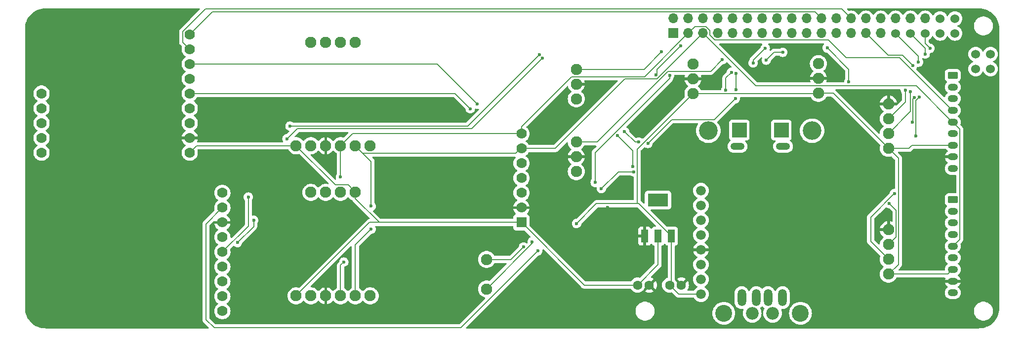
<source format=gbr>
%TF.GenerationSoftware,KiCad,Pcbnew,8.0.6*%
%TF.CreationDate,2025-03-28T16:21:50-05:00*%
%TF.ProjectId,Initial Schematic,496e6974-6961-46c2-9053-6368656d6174,rev?*%
%TF.SameCoordinates,Original*%
%TF.FileFunction,Copper,L1,Top*%
%TF.FilePolarity,Positive*%
%FSLAX46Y46*%
G04 Gerber Fmt 4.6, Leading zero omitted, Abs format (unit mm)*
G04 Created by KiCad (PCBNEW 8.0.6) date 2025-03-28 16:21:50*
%MOMM*%
%LPD*%
G01*
G04 APERTURE LIST*
G04 Aperture macros list*
%AMRoundRect*
0 Rectangle with rounded corners*
0 $1 Rounding radius*
0 $2 $3 $4 $5 $6 $7 $8 $9 X,Y pos of 4 corners*
0 Add a 4 corners polygon primitive as box body*
4,1,4,$2,$3,$4,$5,$6,$7,$8,$9,$2,$3,0*
0 Add four circle primitives for the rounded corners*
1,1,$1+$1,$2,$3*
1,1,$1+$1,$4,$5*
1,1,$1+$1,$6,$7*
1,1,$1+$1,$8,$9*
0 Add four rect primitives between the rounded corners*
20,1,$1+$1,$2,$3,$4,$5,0*
20,1,$1+$1,$4,$5,$6,$7,0*
20,1,$1+$1,$6,$7,$8,$9,0*
20,1,$1+$1,$8,$9,$2,$3,0*%
G04 Aperture macros list end*
%TA.AperFunction,ComponentPad*%
%ADD10C,1.676400*%
%TD*%
%TA.AperFunction,ComponentPad*%
%ADD11C,2.184400*%
%TD*%
%TA.AperFunction,ComponentPad*%
%ADD12O,1.458000X2.916000*%
%TD*%
%TA.AperFunction,ComponentPad*%
%ADD13C,3.200000*%
%TD*%
%TA.AperFunction,ComponentPad*%
%ADD14C,2.900000*%
%TD*%
%TA.AperFunction,ComponentPad*%
%ADD15O,2.416000X1.208000*%
%TD*%
%TA.AperFunction,ComponentPad*%
%ADD16R,2.500000X2.500000*%
%TD*%
%TA.AperFunction,ComponentPad*%
%ADD17C,1.930400*%
%TD*%
%TA.AperFunction,ComponentPad*%
%ADD18C,1.600000*%
%TD*%
%TA.AperFunction,ComponentPad*%
%ADD19RoundRect,0.250000X-0.625000X0.350000X-0.625000X-0.350000X0.625000X-0.350000X0.625000X0.350000X0*%
%TD*%
%TA.AperFunction,ComponentPad*%
%ADD20O,1.750000X1.200000*%
%TD*%
%TA.AperFunction,ComponentPad*%
%ADD21C,1.778000*%
%TD*%
%TA.AperFunction,ComponentPad*%
%ADD22R,1.778000X1.778000*%
%TD*%
%TA.AperFunction,ComponentPad*%
%ADD23R,1.700000X1.700000*%
%TD*%
%TA.AperFunction,ComponentPad*%
%ADD24O,1.700000X1.700000*%
%TD*%
%TA.AperFunction,ComponentPad*%
%ADD25C,1.524000*%
%TD*%
%TA.AperFunction,SMDPad,CuDef*%
%ADD26R,1.200000X2.200000*%
%TD*%
%TA.AperFunction,SMDPad,CuDef*%
%ADD27R,3.500000X2.200000*%
%TD*%
%TA.AperFunction,ViaPad*%
%ADD28C,0.600000*%
%TD*%
%TA.AperFunction,Conductor*%
%ADD29C,0.200000*%
%TD*%
G04 APERTURE END LIST*
D10*
%TO.P,Adafruit_Powerboost1,1,USB*%
%TO.N,unconnected-(Adafruit_Powerboost1-USB-Pad1)*%
X143545777Y-77101320D03*
%TO.P,Adafruit_Powerboost1,2,BAT*%
%TO.N,unconnected-(Adafruit_Powerboost1-BAT-Pad2)*%
X143545777Y-79641320D03*
%TO.P,Adafruit_Powerboost1,3,VS*%
%TO.N,unconnected-(Adafruit_Powerboost1-VS-Pad3)*%
X143545777Y-82181320D03*
%TO.P,Adafruit_Powerboost1,4,EN*%
%TO.N,unconnected-(Adafruit_Powerboost1-EN-Pad4)*%
X143545777Y-84721320D03*
%TO.P,Adafruit_Powerboost1,5,GND*%
%TO.N,/GND*%
X143545777Y-87261320D03*
%TO.P,Adafruit_Powerboost1,6*%
%TO.N,unconnected-(Adafruit_Powerboost1-Pad6)*%
X143545777Y-89801320D03*
%TO.P,Adafruit_Powerboost1,7,G*%
%TO.N,unconnected-(Adafruit_Powerboost1-G-Pad7)*%
X143545777Y-92341320D03*
%TO.P,Adafruit_Powerboost1,8,5V*%
%TO.N,/5V*%
X143545777Y-94881320D03*
D11*
%TO.P,Adafruit_Powerboost1,9*%
%TO.N,N/C*%
X152323277Y-98183320D03*
%TO.P,Adafruit_Powerboost1,10*%
X155823277Y-98183320D03*
D12*
%TO.P,Adafruit_Powerboost1,D+*%
X155023277Y-95473320D03*
%TO.P,Adafruit_Powerboost1,D-*%
X153023277Y-95473320D03*
%TO.P,Adafruit_Powerboost1,GND*%
X157523277Y-95473320D03*
D13*
%TO.P,Adafruit_Powerboost1,P$1*%
X162595777Y-66814320D03*
X144815777Y-66814320D03*
D14*
%TO.P,Adafruit_Powerboost1,S1*%
X147453277Y-98183320D03*
%TO.P,Adafruit_Powerboost1,S2*%
X160593277Y-98183320D03*
D15*
%TO.P,Adafruit_Powerboost1,SPRT@1*%
X157609777Y-69492320D03*
%TO.P,Adafruit_Powerboost1,SPRT@2*%
X149801777Y-69492320D03*
D16*
%TO.P,Adafruit_Powerboost1,SPRT@3*%
X157305777Y-66692320D03*
%TO.P,Adafruit_Powerboost1,SPRT@4*%
X150105777Y-66692320D03*
D12*
%TO.P,Adafruit_Powerboost1,VBUS*%
X150523277Y-95473320D03*
%TD*%
D17*
%TO.P,Servo1,1,VCC*%
%TO.N,/5V*%
X163675000Y-60365000D03*
%TO.P,Servo1,2,GND*%
%TO.N,/GND*%
X163675000Y-57825000D03*
%TO.P,Servo1,3,Signal*%
%TO.N,/Servo1*%
X163675000Y-55285000D03*
%TD*%
%TO.P,BNO0551,1,PSO*%
%TO.N,unconnected-(BNO0551-PSO-Pad1)*%
X76690000Y-77395000D03*
%TO.P,BNO0551,2,PS1*%
%TO.N,unconnected-(BNO0551-PS1-Pad2)*%
X79230000Y-77395000D03*
%TO.P,BNO0551,3,INT*%
%TO.N,unconnected-(BNO0551-INT-Pad3)*%
X81770000Y-77395000D03*
%TO.P,BNO0551,4,ADR*%
%TO.N,/3V*%
X84310000Y-77395000D03*
%TO.P,BNO0551,5,VIN*%
X74150000Y-95175000D03*
%TO.P,BNO0551,6,3VO*%
%TO.N,unconnected-(BNO0551-3VO-Pad6)*%
X76690000Y-95175000D03*
%TO.P,BNO0551,7,GND*%
%TO.N,/GND*%
X79230000Y-95175000D03*
%TO.P,BNO0551,8,SDA*%
%TO.N,/SDA*%
X81770000Y-95175000D03*
%TO.P,BNO0551,9,SCL*%
%TO.N,/SCL*%
X84310000Y-95175000D03*
%TO.P,BNO0551,10,RST*%
%TO.N,unconnected-(BNO0551-RST-Pad10)*%
X86850000Y-95175000D03*
%TD*%
D18*
%TO.P,C2,1*%
%TO.N,/3V*%
X132675000Y-93325000D03*
%TO.P,C2,2*%
%TO.N,/GND*%
X134675000Y-93325000D03*
%TD*%
D19*
%TO.P,Terraranger_Evo_LIDAR1,1,Tx*%
%TO.N,unconnected-(Terraranger_Evo_LIDAR1-Tx-Pad1)*%
X186700000Y-78650000D03*
D20*
%TO.P,Terraranger_Evo_LIDAR1,2,Rx*%
%TO.N,unconnected-(Terraranger_Evo_LIDAR1-Rx-Pad2)*%
X186700000Y-80650000D03*
%TO.P,Terraranger_Evo_LIDAR1,3,GND*%
%TO.N,unconnected-(Terraranger_Evo_LIDAR1-GND-Pad3)*%
X186700000Y-82650000D03*
%TO.P,Terraranger_Evo_LIDAR1,4,SDA*%
%TO.N,/SDA*%
X186700000Y-84650000D03*
%TO.P,Terraranger_Evo_LIDAR1,5,SCL*%
%TO.N,/SCL*%
X186700000Y-86650000D03*
%TO.P,Terraranger_Evo_LIDAR1,6,rfu*%
%TO.N,unconnected-(Terraranger_Evo_LIDAR1-rfu-Pad6)*%
X186700000Y-88650000D03*
%TO.P,Terraranger_Evo_LIDAR1,7,5V*%
%TO.N,/5V*%
X186700000Y-90650000D03*
%TO.P,Terraranger_Evo_LIDAR1,8,GND*%
%TO.N,/GND*%
X186700000Y-92650000D03*
%TO.P,Terraranger_Evo_LIDAR1,9,rfu*%
%TO.N,unconnected-(Terraranger_Evo_LIDAR1-rfu-Pad9)*%
X186700000Y-94650000D03*
%TD*%
D19*
%TO.P,Terraranger_Evo_LIDAR2,1,Tx*%
%TO.N,unconnected-(Terraranger_Evo_LIDAR2-Tx-Pad1)*%
X186700000Y-57300000D03*
D20*
%TO.P,Terraranger_Evo_LIDAR2,2,Rx*%
%TO.N,unconnected-(Terraranger_Evo_LIDAR2-Rx-Pad2)*%
X186700000Y-59300000D03*
%TO.P,Terraranger_Evo_LIDAR2,3,GND*%
%TO.N,unconnected-(Terraranger_Evo_LIDAR2-GND-Pad3)*%
X186700000Y-61300000D03*
%TO.P,Terraranger_Evo_LIDAR2,4,SDA*%
%TO.N,/SDA*%
X186700000Y-63300000D03*
%TO.P,Terraranger_Evo_LIDAR2,5,SCL*%
%TO.N,/SCL*%
X186700000Y-65300000D03*
%TO.P,Terraranger_Evo_LIDAR2,6,rfu*%
%TO.N,unconnected-(Terraranger_Evo_LIDAR2-rfu-Pad6)*%
X186700000Y-67300000D03*
%TO.P,Terraranger_Evo_LIDAR2,7,5V*%
%TO.N,/5V*%
X186700000Y-69300000D03*
%TO.P,Terraranger_Evo_LIDAR2,8,GND*%
%TO.N,/GND*%
X186700000Y-71300000D03*
%TO.P,Terraranger_Evo_LIDAR2,9,rfu*%
%TO.N,unconnected-(Terraranger_Evo_LIDAR2-rfu-Pad9)*%
X186700000Y-73300000D03*
%TD*%
D17*
%TO.P,Servo2,1,VCC*%
%TO.N,/5V*%
X142175000Y-60405000D03*
%TO.P,Servo2,2,GND*%
%TO.N,/GND*%
X142175000Y-57865000D03*
%TO.P,Servo2,3,Signal*%
%TO.N,/Servo2*%
X142175000Y-55325000D03*
%TD*%
D21*
%TO.P,RFM95WLoRaRadio1,1,VIN*%
%TO.N,/3V*%
X55909000Y-70564000D03*
%TO.P,RFM95WLoRaRadio1,2,GND*%
%TO.N,/GND*%
X55909000Y-68024000D03*
%TO.P,RFM95WLoRaRadio1,3,EN*%
%TO.N,unconnected-(RFM95WLoRaRadio1-EN-Pad3)*%
X55909000Y-65484000D03*
%TO.P,RFM95WLoRaRadio1,4,G0*%
%TO.N,/GO*%
X55909000Y-62944000D03*
%TO.P,RFM95WLoRaRadio1,5,SCK*%
%TO.N,/SCK*%
X55909000Y-60404000D03*
%TO.P,RFM95WLoRaRadio1,6,MISO*%
%TO.N,/MISO*%
X55909000Y-57864000D03*
%TO.P,RFM95WLoRaRadio1,7,MOSI*%
%TO.N,/MOSI*%
X55909000Y-55324000D03*
%TO.P,RFM95WLoRaRadio1,8,CS*%
%TO.N,/CS*%
X55909000Y-52784000D03*
%TO.P,RFM95WLoRaRadio1,9,RST*%
%TO.N,/RST1*%
X55909000Y-50244000D03*
%TO.P,RFM95WLoRaRadio1,10,G1*%
%TO.N,unconnected-(RFM95WLoRaRadio1-G1-Pad10)*%
X30509000Y-70564000D03*
%TO.P,RFM95WLoRaRadio1,11,G2*%
%TO.N,unconnected-(RFM95WLoRaRadio1-G2-Pad11)*%
X30509000Y-68024000D03*
%TO.P,RFM95WLoRaRadio1,12,G3*%
%TO.N,unconnected-(RFM95WLoRaRadio1-G3-Pad12)*%
X30509000Y-65484000D03*
%TO.P,RFM95WLoRaRadio1,13,G4*%
%TO.N,unconnected-(RFM95WLoRaRadio1-G4-Pad13)*%
X30509000Y-62944000D03*
%TO.P,RFM95WLoRaRadio1,14,G5*%
%TO.N,unconnected-(RFM95WLoRaRadio1-G5-Pad14)*%
X30509000Y-60404000D03*
%TD*%
D22*
%TO.P,MPL3115A2Barometer1,1,Vin*%
%TO.N,/3V*%
X112770500Y-82570000D03*
D21*
%TO.P,MPL3115A2Barometer1,2,GND*%
%TO.N,/GND*%
X112770500Y-80030000D03*
%TO.P,MPL3115A2Barometer1,3,3vo*%
%TO.N,unconnected-(MPL3115A2Barometer1-3vo-Pad3)*%
X112770500Y-77490000D03*
%TO.P,MPL3115A2Barometer1,4,INT2*%
%TO.N,unconnected-(MPL3115A2Barometer1-INT2-Pad4)*%
X112770500Y-74950000D03*
%TO.P,MPL3115A2Barometer1,5,INT1*%
%TO.N,unconnected-(MPL3115A2Barometer1-INT1-Pad5)*%
X112770500Y-72410000D03*
%TO.P,MPL3115A2Barometer1,6,SCL*%
%TO.N,/SCL*%
X112770500Y-69870000D03*
%TO.P,MPL3115A2Barometer1,7,SDA*%
%TO.N,/SDA*%
X112770500Y-67330000D03*
%TD*%
D23*
%TO.P,J1,1,3V3*%
%TO.N,/3V3*%
X138810000Y-50044000D03*
D24*
%TO.P,J1,2,5V*%
%TO.N,Net-(J1-5V-Pad2)*%
X138810000Y-47504000D03*
%TO.P,J1,3,SDA/GPIO2*%
%TO.N,/SDA*%
X141350000Y-50044000D03*
%TO.P,J1,4,5V*%
%TO.N,Net-(J1-5V-Pad2)*%
X141350000Y-47504000D03*
%TO.P,J1,5,SCL/GPIO3*%
%TO.N,/SCL*%
X143890000Y-50044000D03*
%TO.P,J1,6,GND*%
%TO.N,Net-(J1-GND-Pad14)*%
X143890000Y-47504000D03*
%TO.P,J1,7,GCLK0/GPIO4*%
%TO.N,/Motor2*%
X146430000Y-50044000D03*
%TO.P,J1,8,GPIO14/TXD*%
%TO.N,/TX*%
X146430000Y-47504000D03*
%TO.P,J1,9,GND*%
%TO.N,Net-(J1-GND-Pad14)*%
X148970000Y-50044000D03*
%TO.P,J1,10,GPIO15/RXD*%
%TO.N,/RX*%
X148970000Y-47504000D03*
%TO.P,J1,11,GPIO17*%
%TO.N,/Motor1*%
X151510000Y-50044000D03*
%TO.P,J1,12,GPIO18/PWM0*%
%TO.N,unconnected-(J1-GPIO18{slash}PWM0-Pad12)*%
X151510000Y-47504000D03*
%TO.P,J1,13,GPIO27*%
%TO.N,/Servo2*%
X154050000Y-50044000D03*
%TO.P,J1,14,GND*%
%TO.N,Net-(J1-GND-Pad14)*%
X154050000Y-47504000D03*
%TO.P,J1,15,GPIO22*%
%TO.N,/GPIO*%
X156590000Y-50044000D03*
%TO.P,J1,16,GPIO23*%
%TO.N,unconnected-(J1-GPIO23-Pad16)*%
X156590000Y-47504000D03*
%TO.P,J1,17,3V3*%
%TO.N,/3V3*%
X159130000Y-50044000D03*
%TO.P,J1,18,GPIO24*%
%TO.N,unconnected-(J1-GPIO24-Pad18)*%
X159130000Y-47504000D03*
%TO.P,J1,19,MOSI0/GPIO10*%
%TO.N,/MOSI*%
X161670000Y-50044000D03*
%TO.P,J1,20,GND*%
%TO.N,Net-(J1-GND-Pad14)*%
X161670000Y-47504000D03*
%TO.P,J1,21,MISO0/GPIO9*%
%TO.N,/MISO*%
X164210000Y-50044000D03*
%TO.P,J1,22,GPIO25*%
%TO.N,/RST1*%
X164210000Y-47504000D03*
%TO.P,J1,23,SCLK0/GPIO11*%
%TO.N,/SCK*%
X166750000Y-50044000D03*
%TO.P,J1,24,~{CE0}/GPIO8*%
%TO.N,unconnected-(J1-~{CE0}{slash}GPIO8-Pad24)*%
X166750000Y-47504000D03*
%TO.P,J1,25,GND*%
%TO.N,Net-(J1-GND-Pad14)*%
X169290000Y-50044000D03*
%TO.P,J1,26,~{CE1}/GPIO7*%
%TO.N,/CS*%
X169290000Y-47504000D03*
%TO.P,J1,27,ID_SD/GPIO0*%
%TO.N,/ECHO2*%
X171830000Y-50044000D03*
%TO.P,J1,28,ID_SC/GPIO1*%
%TO.N,unconnected-(J1-ID_SC{slash}GPIO1-Pad28)*%
X171830000Y-47504000D03*
%TO.P,J1,29,GCLK1/GPIO5*%
%TO.N,/GO*%
X174370000Y-50044000D03*
%TO.P,J1,30,GND*%
%TO.N,Net-(J1-GND-Pad14)*%
X174370000Y-47504000D03*
D25*
%TO.P,J1,31,GCLK2/GPIO6*%
%TO.N,/TRIG2*%
X176900000Y-50071000D03*
D24*
%TO.P,J1,32,PWM0/GPIO12*%
%TO.N,unconnected-(J1-PWM0{slash}GPIO12-Pad32)*%
X176910000Y-47504000D03*
D25*
%TO.P,J1,33,PWM1/GPIO13*%
%TO.N,/ECHO1*%
X179440000Y-50071000D03*
D24*
%TO.P,J1,34,GND*%
%TO.N,Net-(J1-GND-Pad14)*%
X179450000Y-47504000D03*
D25*
%TO.P,J1,35,GPIO19/MISO1*%
%TO.N,/TRIG1*%
X181980000Y-50071000D03*
D24*
%TO.P,J1,36,GPIO16*%
%TO.N,unconnected-(J1-GPIO16-Pad36)*%
X181990000Y-47504000D03*
D25*
%TO.P,J1,37,GPIO26*%
%TO.N,/Servo1*%
X184520000Y-50071000D03*
%TO.P,J1,38,GPIO20/MOSI1*%
%TO.N,unconnected-(J1-GPIO20{slash}MOSI1-Pad38)*%
X184520000Y-47531000D03*
%TO.P,J1,39,GND*%
%TO.N,Net-(J1-GND-Pad14)*%
X187060000Y-50071000D03*
%TO.P,J1,40,GPIO21/SCLK1*%
%TO.N,unconnected-(J1-GPIO21{slash}SCLK1-Pad40)*%
X187060000Y-47531000D03*
%TO.P,J1,41*%
%TO.N,N/C*%
X193160000Y-56194000D03*
%TO.P,J1,42*%
X193160000Y-53654000D03*
%TO.P,J1,43*%
X190620000Y-56194000D03*
%TO.P,J1,44*%
X190620000Y-53654000D03*
%TD*%
D26*
%TO.P,3.3V Regulator,1,GND*%
%TO.N,/GND*%
X133875000Y-84925000D03*
%TO.P,3.3V Regulator,2,OUTPUT*%
%TO.N,/3V*%
X136175000Y-84925000D03*
%TO.P,3.3V Regulator,3,INPUT*%
%TO.N,/5V*%
X138475000Y-84925000D03*
D27*
%TO.P,3.3V Regulator,4,VOUT*%
%TO.N,unconnected-(3.3V_Voltage_Regulator1-VOUT-Pad4)*%
X136175000Y-78725000D03*
%TD*%
D18*
%TO.P,C1,1*%
%TO.N,/5V*%
X138175000Y-93325000D03*
%TO.P,C1,2*%
%TO.N,/GND*%
X140175000Y-93325000D03*
%TD*%
D21*
%TO.P,PA1616SGPS1,1,3.3V*%
%TO.N,unconnected-(PA1616SGPS1-3.3V-Pad1)*%
X61508000Y-97810000D03*
%TO.P,PA1616SGPS1,2,EN*%
%TO.N,unconnected-(PA1616SGPS1-EN-Pad2)*%
X61508000Y-95270000D03*
%TO.P,PA1616SGPS1,3,VBAT*%
%TO.N,unconnected-(PA1616SGPS1-VBAT-Pad3)*%
X61508000Y-92730000D03*
%TO.P,PA1616SGPS1,4,FIX*%
%TO.N,unconnected-(PA1616SGPS1-FIX-Pad4)*%
X61508000Y-90190000D03*
%TO.P,PA1616SGPS1,5,TX*%
%TO.N,/TX*%
X61508000Y-87650000D03*
%TO.P,PA1616SGPS1,6,RX*%
%TO.N,/RX*%
X61508000Y-85110000D03*
%TO.P,PA1616SGPS1,7,GND*%
%TO.N,/GND*%
X61508000Y-82570000D03*
%TO.P,PA1616SGPS1,8,VIN*%
%TO.N,/5V*%
X61508000Y-80030000D03*
%TO.P,PA1616SGPS1,9,PPS*%
%TO.N,unconnected-(PA1616SGPS1-PPS-Pad9)*%
X61508000Y-77490000D03*
%TD*%
D17*
%TO.P,Kill_Switch1,1,3V*%
%TO.N,/3V3*%
X106800000Y-94005000D03*
%TO.P,Kill_Switch1,2,GPIO*%
%TO.N,/GPIO*%
X106800000Y-88925000D03*
%TD*%
%TO.P,BNO55,1,PSO*%
%TO.N,unconnected-(BNO55-PSO-Pad1)*%
X76690000Y-51602500D03*
%TO.P,BNO55,2,PS1*%
%TO.N,unconnected-(BNO55-PS1-Pad2)*%
X79230000Y-51602500D03*
%TO.P,BNO55,3,INT*%
%TO.N,unconnected-(BNO55-INT-Pad3)*%
X81770000Y-51602500D03*
%TO.P,BNO55,4,ADR*%
%TO.N,unconnected-(BNO55-ADR-Pad4)*%
X84310000Y-51602500D03*
%TO.P,BNO55,5,VIN*%
%TO.N,/3V*%
X74150000Y-69382500D03*
%TO.P,BNO55,6,3VO*%
%TO.N,unconnected-(BNO55-3VO-Pad6)*%
X76690000Y-69382500D03*
%TO.P,BNO55,7,GND*%
%TO.N,/GND*%
X79230000Y-69382500D03*
%TO.P,BNO55,8,SDA*%
%TO.N,/SDA*%
X81770000Y-69382500D03*
%TO.P,BNO55,9,SCL*%
%TO.N,/SCL*%
X84310000Y-69382500D03*
%TO.P,BNO55,10,RST*%
%TO.N,unconnected-(BNO55-RST-Pad10)*%
X86850000Y-69382500D03*
%TD*%
%TO.P,HC-SR04_Ultrasonic1,1,VCC*%
%TO.N,/5V*%
X175675000Y-91445000D03*
%TO.P,HC-SR04_Ultrasonic1,2,TRIG*%
%TO.N,/TRIG1*%
X175675000Y-88905000D03*
%TO.P,HC-SR04_Ultrasonic1,3,ECHO*%
%TO.N,/ECHO1*%
X175675000Y-86365000D03*
%TO.P,HC-SR04_Ultrasonic1,4,GND*%
%TO.N,/GND*%
X175675000Y-83825000D03*
%TD*%
%TO.P,Controller1,3,VCC*%
%TO.N,unconnected-(Controller1-VCC-Pad3)*%
X122175000Y-73825000D03*
%TO.P,Controller1,4,GND*%
%TO.N,/GND*%
X122175000Y-71285000D03*
%TO.P,Controller1,5,Signal*%
%TO.N,/Motor1*%
X122175000Y-68745000D03*
%TD*%
%TO.P,HC-SR04_Ultrasonic2,1,VCC*%
%TO.N,/5V*%
X175675000Y-69825000D03*
%TO.P,HC-SR04_Ultrasonic2,2,TRIG*%
%TO.N,/TRIG2*%
X175675000Y-67285000D03*
%TO.P,HC-SR04_Ultrasonic2,3,ECHO*%
%TO.N,/ECHO2*%
X175675000Y-64745000D03*
%TO.P,HC-SR04_Ultrasonic2,4,GND*%
%TO.N,/GND*%
X175675000Y-62205000D03*
%TD*%
%TO.P,Controller2,3,VCC*%
%TO.N,unconnected-(Controller2-VCC-Pad3)*%
X122175000Y-61325000D03*
%TO.P,Controller2,4,GND*%
%TO.N,/GND*%
X122175000Y-58785000D03*
%TO.P,Controller2,5,Signal*%
%TO.N,/Motor2*%
X122175000Y-56245000D03*
%TD*%
D28*
%TO.N,/SCL*%
X87000000Y-83725000D03*
X87000000Y-79775000D03*
%TO.N,/GND*%
X133900000Y-87100000D03*
X127525000Y-79950000D03*
%TO.N,/Motor2*%
X136800000Y-53275000D03*
%TO.N,/5V*%
X122225000Y-82750000D03*
X115575000Y-87450000D03*
%TO.N,/TX*%
X115850000Y-53700000D03*
X73100000Y-66000000D03*
X65950000Y-78200000D03*
%TO.N,/MOSI*%
X132900000Y-68750000D03*
X130450000Y-66950000D03*
X154725000Y-54675000D03*
X157550000Y-53325000D03*
X134439265Y-68989265D03*
X149450000Y-61300000D03*
X149575000Y-59750000D03*
X105225000Y-62250000D03*
X149525000Y-57000000D03*
%TO.N,/SDA*%
X81750000Y-74750000D03*
X82325000Y-89375000D03*
%TO.N,/Motor1*%
X147200000Y-54600000D03*
%TO.N,/RX*%
X116330002Y-54340002D03*
X72575000Y-68200000D03*
X66875000Y-82175000D03*
X64100000Y-86025000D03*
%TO.N,/SCK*%
X165175000Y-52575000D03*
X131875000Y-72925000D03*
X168875000Y-58425000D03*
X104000000Y-63025000D03*
X129250000Y-67600000D03*
%TO.N,/ECHO1*%
X180400000Y-67675000D03*
X175825000Y-79325000D03*
X181975000Y-53625000D03*
X180925000Y-61025000D03*
%TO.N,/TRIG1*%
X182794765Y-52644765D03*
X176688235Y-77613235D03*
X179775000Y-65375000D03*
X180075000Y-61076472D03*
%TO.N,/TRIG2*%
X179475000Y-60075000D03*
X180825000Y-55025000D03*
%TO.N,/ECHO2*%
X178575000Y-59825000D03*
X179825000Y-55625000D03*
%TO.N,/GPIO*%
X113125000Y-86775000D03*
X154550000Y-52600000D03*
X152475000Y-55150000D03*
X126475000Y-76750000D03*
X147800000Y-59805000D03*
X132025000Y-73850000D03*
X148758736Y-56770121D03*
%TO.N,/3V3*%
X125400000Y-75700000D03*
X135800000Y-57190200D03*
X138175000Y-57265000D03*
X140075000Y-52175000D03*
X114600000Y-85900000D03*
%TD*%
D29*
%TO.N,/3V*%
X132675000Y-93325000D02*
X123525500Y-93325000D01*
X83044800Y-76129800D02*
X84310000Y-77395000D01*
X74150000Y-69382500D02*
X80897300Y-76129800D01*
X123525500Y-93325000D02*
X112770500Y-82570000D01*
X80897300Y-76129800D02*
X83044800Y-76129800D01*
X84310000Y-77395000D02*
X84310000Y-78477500D01*
X74150000Y-69382500D02*
X57090500Y-69382500D01*
X57090500Y-69382500D02*
X55909000Y-70564000D01*
X88402500Y-82570000D02*
X86755000Y-82570000D01*
X86755000Y-82570000D02*
X74150000Y-95175000D01*
X136175000Y-89825000D02*
X132675000Y-93325000D01*
X112770500Y-82570000D02*
X88402500Y-82570000D01*
X84310000Y-78477500D02*
X88402500Y-82570000D01*
X136175000Y-84925000D02*
X136175000Y-89825000D01*
%TO.N,/SCL*%
X85575200Y-70647700D02*
X84310000Y-69382500D01*
X87000000Y-83725000D02*
X84310000Y-86415000D01*
X186700000Y-65350000D02*
X186700000Y-65300000D01*
X187875000Y-66525000D02*
X186700000Y-65350000D01*
X152945800Y-59099800D02*
X143890000Y-50044000D01*
X180449800Y-59099800D02*
X152945800Y-59099800D01*
X186650000Y-65300000D02*
X180449800Y-59099800D01*
X186700000Y-86650000D02*
X187875000Y-85475000D01*
X187875000Y-85475000D02*
X187875000Y-66525000D01*
X186700000Y-65300000D02*
X186650000Y-65300000D01*
X118580000Y-69870000D02*
X130530200Y-57919800D01*
X112770500Y-69870000D02*
X112530000Y-69870000D01*
X112530000Y-69870000D02*
X111752300Y-70647700D01*
X130530200Y-57919800D02*
X136014200Y-57919800D01*
X112770500Y-69870000D02*
X118580000Y-69870000D01*
X84310000Y-86415000D02*
X84310000Y-95175000D01*
X87000000Y-72072500D02*
X87000000Y-79775000D01*
X111752300Y-70647700D02*
X85575200Y-70647700D01*
X136014200Y-57919800D02*
X143890000Y-50044000D01*
X84310000Y-69382500D02*
X87000000Y-72072500D01*
%TO.N,/GND*%
X133875000Y-87075000D02*
X133900000Y-87100000D01*
X132500000Y-84925000D02*
X127525000Y-79950000D01*
X133875000Y-84925000D02*
X133875000Y-87075000D01*
X133875000Y-84925000D02*
X132500000Y-84925000D01*
%TO.N,/Motor2*%
X133830000Y-56245000D02*
X136800000Y-53275000D01*
X122175000Y-56245000D02*
X133830000Y-56245000D01*
%TO.N,/5V*%
X60100000Y-100675000D02*
X58675000Y-99250000D01*
X143545777Y-94881320D02*
X139731320Y-94881320D01*
X142175000Y-60405000D02*
X132625000Y-69955000D01*
X139731320Y-94881320D02*
X138175000Y-93325000D01*
X138475000Y-84925000D02*
X132900000Y-79350000D01*
X175725000Y-91445000D02*
X177390200Y-89779800D01*
X58675000Y-82863000D02*
X61508000Y-80030000D01*
X132625000Y-69955000D02*
X132625000Y-79350000D01*
X115575000Y-87450000D02*
X102350000Y-100675000D01*
X179205400Y-69825000D02*
X175675000Y-69825000D01*
X102350000Y-100675000D02*
X60100000Y-100675000D01*
X179730400Y-69300000D02*
X179205400Y-69825000D01*
X163635000Y-60405000D02*
X163675000Y-60365000D01*
X185905000Y-91445000D02*
X186700000Y-90650000D01*
X185905000Y-91445000D02*
X175725000Y-91445000D01*
X138475000Y-84925000D02*
X138475000Y-93025000D01*
X142175000Y-60405000D02*
X163635000Y-60405000D01*
X132625000Y-79350000D02*
X125625000Y-79350000D01*
X132900000Y-79350000D02*
X132625000Y-79350000D01*
X176175000Y-90825000D02*
X176175000Y-91445000D01*
X125625000Y-79350000D02*
X122225000Y-82750000D01*
X58675000Y-99250000D02*
X58675000Y-82863000D01*
X166215000Y-60365000D02*
X175675000Y-69825000D01*
X163675000Y-60365000D02*
X166215000Y-60365000D01*
X186700000Y-69300000D02*
X179730400Y-69300000D01*
X138475000Y-93025000D02*
X138175000Y-93325000D01*
X177390200Y-89779800D02*
X177390200Y-71540200D01*
X177390200Y-71540200D02*
X175675000Y-69825000D01*
%TO.N,/TX*%
X115850000Y-53700000D02*
X103550000Y-66000000D01*
X103550000Y-66000000D02*
X73100000Y-66000000D01*
X65950000Y-83208000D02*
X61508000Y-87650000D01*
X65950000Y-78200000D02*
X65950000Y-83208000D01*
%TO.N,/MOSI*%
X132250000Y-68750000D02*
X132900000Y-68750000D01*
X130450000Y-66950000D02*
X132250000Y-68750000D01*
X145835680Y-64914320D02*
X149450000Y-61300000D01*
X55909000Y-55324000D02*
X98299000Y-55324000D01*
X149575000Y-57050000D02*
X149525000Y-57000000D01*
X156075000Y-53325000D02*
X157550000Y-53325000D01*
X98299000Y-55324000D02*
X105225000Y-62250000D01*
X138514210Y-64914320D02*
X145835680Y-64914320D01*
X134439265Y-68989265D02*
X138514210Y-64914320D01*
X154725000Y-54675000D02*
X156075000Y-53325000D01*
X149575000Y-59750000D02*
X149575000Y-57050000D01*
%TO.N,/CS*%
X55909000Y-52784000D02*
X54720000Y-51595000D01*
X54720000Y-51595000D02*
X54720000Y-49751500D01*
X167661000Y-45875000D02*
X169290000Y-47504000D01*
X58596500Y-45875000D02*
X167661000Y-45875000D01*
X54720000Y-49751500D02*
X58596500Y-45875000D01*
%TO.N,/RST1*%
X55909000Y-50244000D02*
X59799000Y-46354000D01*
X163060000Y-46354000D02*
X164210000Y-47504000D01*
X59799000Y-46354000D02*
X163060000Y-46354000D01*
%TO.N,/SDA*%
X121323465Y-57519800D02*
X133874200Y-57519800D01*
X81770000Y-69382500D02*
X81770000Y-74730000D01*
X81770000Y-74730000D02*
X81750000Y-74750000D01*
X142500000Y-48894000D02*
X141350000Y-50044000D01*
X145040000Y-50350000D02*
X145040000Y-49567654D01*
X186650000Y-63300000D02*
X186700000Y-63300000D01*
X145884000Y-51194000D02*
X145040000Y-50350000D01*
X177600000Y-54250000D02*
X186650000Y-63300000D01*
X82325000Y-89375000D02*
X81770000Y-89930000D01*
X144366346Y-48894000D02*
X142500000Y-48894000D01*
X168425000Y-54250000D02*
X165369000Y-51194000D01*
X177600000Y-54250000D02*
X168425000Y-54250000D01*
X145040000Y-49567654D02*
X144366346Y-48894000D01*
X112770500Y-67330000D02*
X112770500Y-66072765D01*
X165369000Y-51194000D02*
X145884000Y-51194000D01*
X112770500Y-67330000D02*
X83822500Y-67330000D01*
X112770500Y-66072765D02*
X121323465Y-57519800D01*
X133874200Y-57519800D02*
X141350000Y-50044000D01*
X83822500Y-67330000D02*
X81770000Y-69382500D01*
X81770000Y-89930000D02*
X81770000Y-95175000D01*
%TO.N,/Motor1*%
X147200000Y-54600000D02*
X145200200Y-56599800D01*
X145200200Y-56599800D02*
X137899886Y-56599800D01*
X137899886Y-56599800D02*
X125754686Y-68745000D01*
X125754686Y-68745000D02*
X122175000Y-68745000D01*
%TO.N,/RX*%
X66875000Y-82175000D02*
X66875000Y-83250000D01*
X104270004Y-66400000D02*
X74375000Y-66400000D01*
X66875000Y-83250000D02*
X64100000Y-86025000D01*
X74375000Y-66400000D02*
X72575000Y-68200000D01*
X116330002Y-54340002D02*
X104270004Y-66400000D01*
%TO.N,/SCK*%
X168875000Y-58425000D02*
X168875000Y-56275000D01*
X131875000Y-70225000D02*
X131875000Y-72925000D01*
X129250000Y-67600000D02*
X131875000Y-70225000D01*
X101379000Y-60404000D02*
X104000000Y-63025000D01*
X168875000Y-56275000D02*
X165175000Y-52575000D01*
X55909000Y-60404000D02*
X101379000Y-60404000D01*
%TO.N,/ECHO1*%
X176990200Y-80490200D02*
X175825000Y-79325000D01*
X181975000Y-52606000D02*
X179440000Y-50071000D01*
X176990200Y-85099800D02*
X176990200Y-80490200D01*
X180400000Y-61600000D02*
X181025000Y-60975000D01*
X181975000Y-53625000D02*
X181975000Y-52606000D01*
X175725000Y-86365000D02*
X176990200Y-85099800D01*
X180975000Y-60975000D02*
X180925000Y-61025000D01*
X181025000Y-60975000D02*
X180975000Y-60975000D01*
X180400000Y-67675000D02*
X180400000Y-61600000D01*
%TO.N,/TRIG1*%
X172625000Y-85805000D02*
X172625000Y-81676471D01*
X179875000Y-61276472D02*
X180075000Y-61076472D01*
X176725000Y-77650000D02*
X176688235Y-77613235D01*
X175725000Y-88905000D02*
X172625000Y-85805000D01*
X172625000Y-81676471D02*
X176651471Y-77650000D01*
X181980000Y-51830000D02*
X181980000Y-50071000D01*
X179775000Y-65375000D02*
X179875000Y-65275000D01*
X182794765Y-52644765D02*
X181980000Y-51830000D01*
X179875000Y-65275000D02*
X179875000Y-61276472D01*
X176651471Y-77650000D02*
X176725000Y-77650000D01*
%TO.N,/TRIG2*%
X180825000Y-55025000D02*
X180825000Y-53996000D01*
X180825000Y-53996000D02*
X176900000Y-50071000D01*
X175675000Y-67285000D02*
X179475000Y-63485000D01*
X179475000Y-63485000D02*
X179475000Y-60075000D01*
%TO.N,/ECHO2*%
X175675000Y-64745000D02*
X178575000Y-61845000D01*
X178575000Y-61845000D02*
X178575000Y-59825000D01*
X175636000Y-53850000D02*
X171830000Y-50044000D01*
X179825000Y-55625000D02*
X178050000Y-53850000D01*
X178050000Y-53850000D02*
X175636000Y-53850000D01*
%TO.N,/GPIO*%
X110975000Y-88925000D02*
X113125000Y-86775000D01*
X147800000Y-57728857D02*
X148758736Y-56770121D01*
X106800000Y-88925000D02*
X110975000Y-88925000D01*
X147800000Y-59805000D02*
X147800000Y-57728857D01*
X129375000Y-73850000D02*
X132025000Y-73850000D01*
X126475000Y-76750000D02*
X129375000Y-73850000D01*
X152475000Y-55150000D02*
X152475000Y-54675000D01*
X152475000Y-54675000D02*
X154550000Y-52600000D01*
%TO.N,/3V3*%
X125400000Y-70601471D02*
X138175000Y-57826471D01*
X114600000Y-86205000D02*
X114600000Y-85900000D01*
X138175000Y-57826471D02*
X138175000Y-57265000D01*
X106800000Y-94005000D02*
X114600000Y-86205000D01*
X136000000Y-56990200D02*
X136000000Y-56250000D01*
X136000000Y-56250000D02*
X140075000Y-52175000D01*
X135800000Y-57190200D02*
X136000000Y-56990200D01*
X125400000Y-75700000D02*
X125400000Y-70601471D01*
%TD*%
%TA.AperFunction,Conductor*%
%TO.N,/GND*%
G36*
X57614442Y-45795185D02*
G01*
X57660197Y-45847989D01*
X57670141Y-45917147D01*
X57641116Y-45980703D01*
X57635084Y-45987180D01*
X55991416Y-47630848D01*
X54351286Y-49270978D01*
X54239481Y-49382782D01*
X54239479Y-49382784D01*
X54219164Y-49417972D01*
X54207983Y-49437339D01*
X54160423Y-49519715D01*
X54119499Y-49672443D01*
X54119499Y-49672445D01*
X54119499Y-49840546D01*
X54119500Y-49840559D01*
X54119500Y-51508330D01*
X54119499Y-51508348D01*
X54119499Y-51674054D01*
X54119498Y-51674054D01*
X54119499Y-51674057D01*
X54160423Y-51826785D01*
X54167589Y-51839197D01*
X54167590Y-51839200D01*
X54167591Y-51839200D01*
X54239477Y-51963712D01*
X54239481Y-51963717D01*
X54358349Y-52082585D01*
X54358355Y-52082590D01*
X54543850Y-52268085D01*
X54577335Y-52329408D01*
X54576375Y-52386206D01*
X54533753Y-52554515D01*
X54514738Y-52783994D01*
X54514738Y-52784005D01*
X54533753Y-53013484D01*
X54590282Y-53236714D01*
X54682782Y-53447594D01*
X54808728Y-53640370D01*
X54821277Y-53654002D01*
X54964692Y-53809792D01*
X55047274Y-53874068D01*
X55150459Y-53954380D01*
X55149476Y-53955641D01*
X55190183Y-54003349D01*
X55199600Y-54072581D01*
X55170092Y-54135914D01*
X55150136Y-54153205D01*
X55150459Y-54153620D01*
X54964694Y-54298206D01*
X54964689Y-54298211D01*
X54808728Y-54467629D01*
X54682782Y-54660405D01*
X54590282Y-54871285D01*
X54533753Y-55094515D01*
X54514738Y-55323994D01*
X54514738Y-55324005D01*
X54533753Y-55553484D01*
X54590282Y-55776714D01*
X54682782Y-55987594D01*
X54808728Y-56180370D01*
X54836005Y-56210001D01*
X54964692Y-56349792D01*
X55047274Y-56414068D01*
X55150459Y-56494380D01*
X55149476Y-56495641D01*
X55190183Y-56543349D01*
X55199600Y-56612581D01*
X55170092Y-56675914D01*
X55150136Y-56693205D01*
X55150459Y-56693620D01*
X54964694Y-56838206D01*
X54964689Y-56838211D01*
X54808728Y-57007629D01*
X54682782Y-57200405D01*
X54590282Y-57411285D01*
X54533753Y-57634515D01*
X54514738Y-57863994D01*
X54514738Y-57864005D01*
X54533753Y-58093484D01*
X54590282Y-58316714D01*
X54682782Y-58527594D01*
X54808728Y-58720370D01*
X54811344Y-58723212D01*
X54964692Y-58889792D01*
X55028300Y-58939300D01*
X55150459Y-59034380D01*
X55149476Y-59035641D01*
X55190183Y-59083349D01*
X55199600Y-59152581D01*
X55170092Y-59215914D01*
X55150136Y-59233205D01*
X55150459Y-59233620D01*
X54964694Y-59378206D01*
X54964689Y-59378211D01*
X54808728Y-59547629D01*
X54682782Y-59740405D01*
X54590282Y-59951285D01*
X54533753Y-60174515D01*
X54514738Y-60403994D01*
X54514738Y-60404005D01*
X54533753Y-60633484D01*
X54590282Y-60856714D01*
X54682782Y-61067594D01*
X54808728Y-61260370D01*
X54845207Y-61299997D01*
X54964692Y-61429792D01*
X55038255Y-61487048D01*
X55150459Y-61574380D01*
X55149476Y-61575641D01*
X55190183Y-61623349D01*
X55199600Y-61692581D01*
X55170092Y-61755914D01*
X55150136Y-61773205D01*
X55150459Y-61773620D01*
X54964694Y-61918206D01*
X54964689Y-61918211D01*
X54808728Y-62087629D01*
X54682782Y-62280405D01*
X54590282Y-62491285D01*
X54533753Y-62714515D01*
X54514738Y-62943994D01*
X54514738Y-62944005D01*
X54533753Y-63173484D01*
X54590282Y-63396714D01*
X54682782Y-63607594D01*
X54808728Y-63800370D01*
X54808731Y-63800373D01*
X54964692Y-63969792D01*
X55025253Y-64016928D01*
X55150459Y-64114380D01*
X55149476Y-64115641D01*
X55190183Y-64163349D01*
X55199600Y-64232581D01*
X55170092Y-64295914D01*
X55150136Y-64313205D01*
X55150459Y-64313620D01*
X54964694Y-64458206D01*
X54964689Y-64458211D01*
X54808728Y-64627629D01*
X54682782Y-64820405D01*
X54590282Y-65031285D01*
X54533753Y-65254515D01*
X54514738Y-65483994D01*
X54514738Y-65484005D01*
X54533753Y-65713484D01*
X54590282Y-65936714D01*
X54682782Y-66147594D01*
X54808728Y-66340370D01*
X54808731Y-66340373D01*
X54964692Y-66509792D01*
X54987622Y-66527639D01*
X55150459Y-66654380D01*
X55149570Y-66655521D01*
X55190632Y-66703624D01*
X55200063Y-66772855D01*
X55170568Y-66836194D01*
X55150429Y-66853650D01*
X55150733Y-66854040D01*
X54965039Y-66998571D01*
X54965029Y-66998580D01*
X54809126Y-67167937D01*
X54683224Y-67360644D01*
X54590757Y-67571446D01*
X54539464Y-67773999D01*
X54539464Y-67774000D01*
X55475988Y-67774000D01*
X55443075Y-67831007D01*
X55409000Y-67958174D01*
X55409000Y-68089826D01*
X55443075Y-68216993D01*
X55475988Y-68274000D01*
X54539464Y-68274000D01*
X54590757Y-68476553D01*
X54683224Y-68687355D01*
X54809126Y-68880062D01*
X54965029Y-69049419D01*
X54965039Y-69049428D01*
X55150733Y-69193960D01*
X55149789Y-69195172D01*
X55190639Y-69243043D01*
X55200060Y-69312274D01*
X55170556Y-69375609D01*
X55150181Y-69393263D01*
X55150459Y-69393620D01*
X54964694Y-69538206D01*
X54964689Y-69538211D01*
X54808728Y-69707629D01*
X54682782Y-69900405D01*
X54590282Y-70111285D01*
X54533753Y-70334515D01*
X54514738Y-70563994D01*
X54514738Y-70564005D01*
X54533753Y-70793484D01*
X54590282Y-71016714D01*
X54682782Y-71227594D01*
X54808728Y-71420370D01*
X54808731Y-71420373D01*
X54964692Y-71589792D01*
X54977904Y-71600075D01*
X55111149Y-71703784D01*
X55146411Y-71731229D01*
X55348931Y-71840828D01*
X55452910Y-71876524D01*
X55566725Y-71915597D01*
X55566727Y-71915597D01*
X55566729Y-71915598D01*
X55793863Y-71953500D01*
X55793864Y-71953500D01*
X56024136Y-71953500D01*
X56024137Y-71953500D01*
X56251271Y-71915598D01*
X56469069Y-71840828D01*
X56671589Y-71731229D01*
X56853308Y-71589792D01*
X57009269Y-71420373D01*
X57135217Y-71227595D01*
X57227717Y-71016716D01*
X57284246Y-70793488D01*
X57297198Y-70637181D01*
X57303262Y-70564005D01*
X57303262Y-70563994D01*
X57288573Y-70386730D01*
X57284246Y-70334512D01*
X57241625Y-70166205D01*
X57244250Y-70096386D01*
X57274151Y-70048083D01*
X57302918Y-70019317D01*
X57364242Y-69985833D01*
X57390598Y-69983000D01*
X72731886Y-69983000D01*
X72798925Y-70002685D01*
X72844680Y-70055489D01*
X72845443Y-70057192D01*
X72856538Y-70082487D01*
X72989390Y-70285834D01*
X72989393Y-70285837D01*
X73153906Y-70464546D01*
X73153909Y-70464548D01*
X73153912Y-70464551D01*
X73345582Y-70613734D01*
X73345588Y-70613738D01*
X73345591Y-70613740D01*
X73469004Y-70680528D01*
X73558372Y-70728892D01*
X73559217Y-70729349D01*
X73788959Y-70808219D01*
X74028549Y-70848200D01*
X74028550Y-70848200D01*
X74271450Y-70848200D01*
X74271451Y-70848200D01*
X74511041Y-70808219D01*
X74598215Y-70778291D01*
X74668010Y-70775142D01*
X74726157Y-70807892D01*
X79673234Y-75754969D01*
X79706719Y-75816292D01*
X79701735Y-75885984D01*
X79659863Y-75941917D01*
X79594399Y-75966334D01*
X79565143Y-75964959D01*
X79400848Y-75937543D01*
X79351451Y-75929300D01*
X79108549Y-75929300D01*
X79059152Y-75937543D01*
X78868956Y-75969281D01*
X78639220Y-76048149D01*
X78639215Y-76048151D01*
X78425588Y-76163761D01*
X78425582Y-76163765D01*
X78233912Y-76312948D01*
X78233909Y-76312951D01*
X78233906Y-76312953D01*
X78233906Y-76312954D01*
X78194703Y-76355539D01*
X78069395Y-76491660D01*
X78069393Y-76491662D01*
X78069393Y-76491663D01*
X78063805Y-76500215D01*
X78010659Y-76545569D01*
X77941427Y-76554990D01*
X77878092Y-76525487D01*
X77856195Y-76500217D01*
X77850607Y-76491663D01*
X77686094Y-76312954D01*
X77686089Y-76312950D01*
X77686087Y-76312948D01*
X77494417Y-76163765D01*
X77494411Y-76163761D01*
X77280784Y-76048151D01*
X77280779Y-76048149D01*
X77051043Y-75969281D01*
X76860848Y-75937543D01*
X76811451Y-75929300D01*
X76568549Y-75929300D01*
X76519152Y-75937543D01*
X76328956Y-75969281D01*
X76099220Y-76048149D01*
X76099215Y-76048151D01*
X75885588Y-76163761D01*
X75885582Y-76163765D01*
X75693912Y-76312948D01*
X75693909Y-76312951D01*
X75693906Y-76312953D01*
X75693906Y-76312954D01*
X75665847Y-76343433D01*
X75529390Y-76491665D01*
X75396537Y-76695013D01*
X75298965Y-76917456D01*
X75239335Y-77152930D01*
X75219277Y-77394994D01*
X75219277Y-77395005D01*
X75239335Y-77637069D01*
X75298965Y-77872543D01*
X75396537Y-78094986D01*
X75529390Y-78298334D01*
X75529393Y-78298337D01*
X75693906Y-78477046D01*
X75693909Y-78477048D01*
X75693912Y-78477051D01*
X75885582Y-78626234D01*
X75885588Y-78626238D01*
X75885591Y-78626240D01*
X76039671Y-78709624D01*
X76098967Y-78741714D01*
X76099217Y-78741849D01*
X76328959Y-78820719D01*
X76568549Y-78860700D01*
X76568550Y-78860700D01*
X76811450Y-78860700D01*
X76811451Y-78860700D01*
X77051041Y-78820719D01*
X77280783Y-78741849D01*
X77494409Y-78626240D01*
X77512835Y-78611899D01*
X77592975Y-78549523D01*
X77686094Y-78477046D01*
X77850607Y-78298337D01*
X77856190Y-78289792D01*
X77909335Y-78244434D01*
X77978566Y-78235009D01*
X78041902Y-78264509D01*
X78063810Y-78289792D01*
X78067000Y-78294675D01*
X78069393Y-78298337D01*
X78233906Y-78477046D01*
X78233909Y-78477048D01*
X78233912Y-78477051D01*
X78425582Y-78626234D01*
X78425588Y-78626238D01*
X78425591Y-78626240D01*
X78579671Y-78709624D01*
X78638967Y-78741714D01*
X78639217Y-78741849D01*
X78868959Y-78820719D01*
X79108549Y-78860700D01*
X79108550Y-78860700D01*
X79351450Y-78860700D01*
X79351451Y-78860700D01*
X79591041Y-78820719D01*
X79820783Y-78741849D01*
X80034409Y-78626240D01*
X80052835Y-78611899D01*
X80132975Y-78549523D01*
X80226094Y-78477046D01*
X80390607Y-78298337D01*
X80396190Y-78289792D01*
X80449335Y-78244434D01*
X80518566Y-78235009D01*
X80581902Y-78264509D01*
X80603810Y-78289792D01*
X80607000Y-78294675D01*
X80609393Y-78298337D01*
X80773906Y-78477046D01*
X80773909Y-78477048D01*
X80773912Y-78477051D01*
X80965582Y-78626234D01*
X80965588Y-78626238D01*
X80965591Y-78626240D01*
X81119671Y-78709624D01*
X81178967Y-78741714D01*
X81179217Y-78741849D01*
X81408959Y-78820719D01*
X81648549Y-78860700D01*
X81648550Y-78860700D01*
X81891450Y-78860700D01*
X81891451Y-78860700D01*
X82131041Y-78820719D01*
X82360783Y-78741849D01*
X82574409Y-78626240D01*
X82592835Y-78611899D01*
X82672975Y-78549523D01*
X82766094Y-78477046D01*
X82930607Y-78298337D01*
X82936190Y-78289792D01*
X82989335Y-78244434D01*
X83058566Y-78235009D01*
X83121902Y-78264509D01*
X83143810Y-78289792D01*
X83147000Y-78294675D01*
X83149393Y-78298337D01*
X83313906Y-78477046D01*
X83313909Y-78477048D01*
X83313912Y-78477051D01*
X83505582Y-78626234D01*
X83505588Y-78626238D01*
X83505591Y-78626240D01*
X83719217Y-78741849D01*
X83737671Y-78748184D01*
X83794687Y-78788568D01*
X83804798Y-78803466D01*
X83829477Y-78846212D01*
X83829482Y-78846218D01*
X83948349Y-78965085D01*
X83948355Y-78965090D01*
X86742760Y-81759495D01*
X86776245Y-81820818D01*
X86771261Y-81890510D01*
X86729389Y-81946443D01*
X86683218Y-81965247D01*
X86683794Y-81967396D01*
X86675945Y-81969499D01*
X86675943Y-81969499D01*
X86577975Y-81995750D01*
X86523215Y-82010423D01*
X86523213Y-82010424D01*
X86499332Y-82024210D01*
X86499333Y-82024211D01*
X86386287Y-82089477D01*
X86386282Y-82089481D01*
X86274478Y-82201286D01*
X74726157Y-93749606D01*
X74664834Y-93783091D01*
X74598214Y-93779207D01*
X74511039Y-93749280D01*
X74297321Y-93713617D01*
X74271451Y-93709300D01*
X74028549Y-93709300D01*
X73981909Y-93717083D01*
X73788956Y-93749281D01*
X73559220Y-93828149D01*
X73559215Y-93828151D01*
X73345588Y-93943761D01*
X73345582Y-93943765D01*
X73153912Y-94092948D01*
X73153909Y-94092951D01*
X73153906Y-94092953D01*
X73153906Y-94092954D01*
X73144869Y-94102771D01*
X72989390Y-94271665D01*
X72856537Y-94475013D01*
X72758965Y-94697456D01*
X72699335Y-94932930D01*
X72679277Y-95174994D01*
X72679277Y-95175005D01*
X72699335Y-95417069D01*
X72699335Y-95417072D01*
X72699336Y-95417073D01*
X72717654Y-95489411D01*
X72758965Y-95652543D01*
X72856537Y-95874986D01*
X72989390Y-96078334D01*
X72989393Y-96078337D01*
X73153906Y-96257046D01*
X73153909Y-96257048D01*
X73153912Y-96257051D01*
X73345582Y-96406234D01*
X73345588Y-96406238D01*
X73345591Y-96406240D01*
X73500789Y-96490229D01*
X73558372Y-96521392D01*
X73559217Y-96521849D01*
X73788959Y-96600719D01*
X74028549Y-96640700D01*
X74028550Y-96640700D01*
X74271450Y-96640700D01*
X74271451Y-96640700D01*
X74511041Y-96600719D01*
X74740783Y-96521849D01*
X74954409Y-96406240D01*
X74954944Y-96405824D01*
X75081850Y-96307049D01*
X75146094Y-96257046D01*
X75310607Y-96078337D01*
X75316190Y-96069792D01*
X75369335Y-96024434D01*
X75438566Y-96015009D01*
X75501902Y-96044509D01*
X75523810Y-96069792D01*
X75529193Y-96078032D01*
X75529393Y-96078337D01*
X75693906Y-96257046D01*
X75693909Y-96257048D01*
X75693912Y-96257051D01*
X75885582Y-96406234D01*
X75885588Y-96406238D01*
X75885591Y-96406240D01*
X76040789Y-96490229D01*
X76098372Y-96521392D01*
X76099217Y-96521849D01*
X76328959Y-96600719D01*
X76568549Y-96640700D01*
X76568550Y-96640700D01*
X76811450Y-96640700D01*
X76811451Y-96640700D01*
X77051041Y-96600719D01*
X77280783Y-96521849D01*
X77494409Y-96406240D01*
X77494944Y-96405824D01*
X77621850Y-96307049D01*
X77686094Y-96257046D01*
X77850607Y-96078337D01*
X77856486Y-96069337D01*
X77909630Y-96023978D01*
X77978860Y-96014551D01*
X78042198Y-96044050D01*
X78064106Y-96069331D01*
X78069790Y-96078031D01*
X78069794Y-96078037D01*
X78234242Y-96256673D01*
X78234252Y-96256682D01*
X78425861Y-96405818D01*
X78425870Y-96405824D01*
X78639412Y-96521386D01*
X78639426Y-96521392D01*
X78869079Y-96600233D01*
X78980000Y-96618742D01*
X78980000Y-95608012D01*
X79037007Y-95640925D01*
X79164174Y-95675000D01*
X79295826Y-95675000D01*
X79422993Y-95640925D01*
X79480000Y-95608012D01*
X79480000Y-96618741D01*
X79590920Y-96600233D01*
X79820573Y-96521392D01*
X79820587Y-96521386D01*
X80034129Y-96405824D01*
X80034138Y-96405818D01*
X80225747Y-96256682D01*
X80225757Y-96256673D01*
X80390209Y-96078032D01*
X80395890Y-96069337D01*
X80449035Y-96023978D01*
X80518266Y-96014551D01*
X80581603Y-96044051D01*
X80603508Y-96069330D01*
X80609393Y-96078337D01*
X80773906Y-96257046D01*
X80773909Y-96257048D01*
X80773912Y-96257051D01*
X80965582Y-96406234D01*
X80965588Y-96406238D01*
X80965591Y-96406240D01*
X81120789Y-96490229D01*
X81178372Y-96521392D01*
X81179217Y-96521849D01*
X81408959Y-96600719D01*
X81648549Y-96640700D01*
X81648550Y-96640700D01*
X81891450Y-96640700D01*
X81891451Y-96640700D01*
X82131041Y-96600719D01*
X82360783Y-96521849D01*
X82574409Y-96406240D01*
X82574944Y-96405824D01*
X82701850Y-96307049D01*
X82766094Y-96257046D01*
X82930607Y-96078337D01*
X82936190Y-96069792D01*
X82989335Y-96024434D01*
X83058566Y-96015009D01*
X83121902Y-96044509D01*
X83143810Y-96069792D01*
X83149193Y-96078032D01*
X83149393Y-96078337D01*
X83313906Y-96257046D01*
X83313909Y-96257048D01*
X83313912Y-96257051D01*
X83505582Y-96406234D01*
X83505588Y-96406238D01*
X83505591Y-96406240D01*
X83660789Y-96490229D01*
X83718372Y-96521392D01*
X83719217Y-96521849D01*
X83948959Y-96600719D01*
X84188549Y-96640700D01*
X84188550Y-96640700D01*
X84431450Y-96640700D01*
X84431451Y-96640700D01*
X84671041Y-96600719D01*
X84900783Y-96521849D01*
X85114409Y-96406240D01*
X85114944Y-96405824D01*
X85241850Y-96307049D01*
X85306094Y-96257046D01*
X85470607Y-96078337D01*
X85476190Y-96069792D01*
X85529335Y-96024434D01*
X85598566Y-96015009D01*
X85661902Y-96044509D01*
X85683810Y-96069792D01*
X85689193Y-96078032D01*
X85689393Y-96078337D01*
X85853906Y-96257046D01*
X85853909Y-96257048D01*
X85853912Y-96257051D01*
X86045582Y-96406234D01*
X86045588Y-96406238D01*
X86045591Y-96406240D01*
X86200789Y-96490229D01*
X86258372Y-96521392D01*
X86259217Y-96521849D01*
X86488959Y-96600719D01*
X86728549Y-96640700D01*
X86728550Y-96640700D01*
X86971450Y-96640700D01*
X86971451Y-96640700D01*
X87211041Y-96600719D01*
X87440783Y-96521849D01*
X87654409Y-96406240D01*
X87654944Y-96405824D01*
X87781850Y-96307049D01*
X87846094Y-96257046D01*
X88010607Y-96078337D01*
X88143462Y-95874987D01*
X88241035Y-95652543D01*
X88300664Y-95417073D01*
X88312851Y-95270000D01*
X88320723Y-95175005D01*
X88320723Y-95174994D01*
X88300664Y-94932930D01*
X88300664Y-94932927D01*
X88241035Y-94697457D01*
X88143462Y-94475013D01*
X88120000Y-94439101D01*
X88010609Y-94271665D01*
X87957092Y-94213530D01*
X87846094Y-94092954D01*
X87846089Y-94092950D01*
X87846087Y-94092948D01*
X87654417Y-93943765D01*
X87654411Y-93943761D01*
X87440784Y-93828151D01*
X87440779Y-93828149D01*
X87211043Y-93749281D01*
X87018091Y-93717083D01*
X86971451Y-93709300D01*
X86728549Y-93709300D01*
X86681909Y-93717083D01*
X86488956Y-93749281D01*
X86259220Y-93828149D01*
X86259215Y-93828151D01*
X86045588Y-93943761D01*
X86045582Y-93943765D01*
X85853912Y-94092948D01*
X85853909Y-94092951D01*
X85853906Y-94092953D01*
X85853906Y-94092954D01*
X85844869Y-94102771D01*
X85689395Y-94271660D01*
X85689393Y-94271662D01*
X85689393Y-94271663D01*
X85683805Y-94280215D01*
X85630659Y-94325569D01*
X85561427Y-94334990D01*
X85498092Y-94305487D01*
X85476195Y-94280217D01*
X85470607Y-94271663D01*
X85306094Y-94092954D01*
X85306089Y-94092950D01*
X85306087Y-94092948D01*
X85114417Y-93943765D01*
X85114406Y-93943758D01*
X84975481Y-93868574D01*
X84925891Y-93819354D01*
X84910500Y-93759520D01*
X84910500Y-86715096D01*
X84930185Y-86648057D01*
X84946814Y-86627420D01*
X87018535Y-84555698D01*
X87079856Y-84522215D01*
X87092311Y-84520163D01*
X87179255Y-84510368D01*
X87349522Y-84450789D01*
X87502262Y-84354816D01*
X87629816Y-84227262D01*
X87725789Y-84074522D01*
X87785368Y-83904255D01*
X87785369Y-83904249D01*
X87805565Y-83725003D01*
X87805565Y-83724996D01*
X87785369Y-83545750D01*
X87785368Y-83545745D01*
X87725788Y-83375475D01*
X87716361Y-83360473D01*
X87697360Y-83293237D01*
X87717727Y-83226401D01*
X87770994Y-83181187D01*
X87821354Y-83170500D01*
X88315831Y-83170500D01*
X88315847Y-83170501D01*
X88323443Y-83170501D01*
X88489153Y-83170501D01*
X88489169Y-83170500D01*
X111257001Y-83170500D01*
X111324040Y-83190185D01*
X111369795Y-83242989D01*
X111381001Y-83294500D01*
X111381001Y-83506876D01*
X111387408Y-83566483D01*
X111437702Y-83701328D01*
X111437706Y-83701335D01*
X111523952Y-83816544D01*
X111523955Y-83816547D01*
X111639164Y-83902793D01*
X111639171Y-83902797D01*
X111774017Y-83953091D01*
X111774016Y-83953091D01*
X111780944Y-83953835D01*
X111833627Y-83959500D01*
X113259402Y-83959499D01*
X113326441Y-83979184D01*
X113347083Y-83995818D01*
X114314648Y-84963383D01*
X114348133Y-85024706D01*
X114343149Y-85094398D01*
X114301277Y-85150331D01*
X114267926Y-85168104D01*
X114250480Y-85174209D01*
X114097737Y-85270184D01*
X113970184Y-85397737D01*
X113874211Y-85550476D01*
X113814631Y-85720745D01*
X113814630Y-85720750D01*
X113794435Y-85899996D01*
X113794435Y-85900003D01*
X113808072Y-86021040D01*
X113796017Y-86089862D01*
X113748668Y-86141241D01*
X113681058Y-86158865D01*
X113618880Y-86139917D01*
X113474523Y-86049211D01*
X113304254Y-85989631D01*
X113304249Y-85989630D01*
X113125004Y-85969435D01*
X113124996Y-85969435D01*
X112945750Y-85989630D01*
X112945745Y-85989631D01*
X112775476Y-86049211D01*
X112622737Y-86145184D01*
X112495184Y-86272737D01*
X112399210Y-86425478D01*
X112339630Y-86595750D01*
X112329837Y-86682668D01*
X112302770Y-86747082D01*
X112294298Y-86756465D01*
X110762584Y-88288181D01*
X110701261Y-88321666D01*
X110674903Y-88324500D01*
X108218114Y-88324500D01*
X108151075Y-88304815D01*
X108105320Y-88252011D01*
X108104557Y-88250308D01*
X108093462Y-88225013D01*
X108027980Y-88124785D01*
X107960609Y-88021665D01*
X107879053Y-87933072D01*
X107796094Y-87842954D01*
X107796089Y-87842950D01*
X107796087Y-87842948D01*
X107604417Y-87693765D01*
X107604411Y-87693761D01*
X107390784Y-87578151D01*
X107390779Y-87578149D01*
X107161043Y-87499281D01*
X107001314Y-87472627D01*
X106921451Y-87459300D01*
X106678549Y-87459300D01*
X106618651Y-87469295D01*
X106438956Y-87499281D01*
X106209220Y-87578149D01*
X106209215Y-87578151D01*
X105995588Y-87693761D01*
X105995582Y-87693765D01*
X105803912Y-87842948D01*
X105803909Y-87842951D01*
X105639390Y-88021665D01*
X105506537Y-88225013D01*
X105408965Y-88447456D01*
X105349335Y-88682930D01*
X105329277Y-88924994D01*
X105329277Y-88925005D01*
X105349335Y-89167069D01*
X105408965Y-89402543D01*
X105506537Y-89624986D01*
X105639390Y-89828334D01*
X105639393Y-89828337D01*
X105803906Y-90007046D01*
X105803909Y-90007048D01*
X105803912Y-90007051D01*
X105995582Y-90156234D01*
X105995588Y-90156238D01*
X105995591Y-90156240D01*
X106111953Y-90219212D01*
X106206768Y-90270524D01*
X106209217Y-90271849D01*
X106438959Y-90350719D01*
X106678549Y-90390700D01*
X106678550Y-90390700D01*
X106921450Y-90390700D01*
X106921451Y-90390700D01*
X107161041Y-90350719D01*
X107390783Y-90271849D01*
X107604409Y-90156240D01*
X107796094Y-90007046D01*
X107960607Y-89828337D01*
X108093462Y-89624987D01*
X108104557Y-89599690D01*
X108149512Y-89546205D01*
X108216248Y-89525514D01*
X108218114Y-89525500D01*
X110130902Y-89525500D01*
X110197941Y-89545185D01*
X110243696Y-89597989D01*
X110253640Y-89667147D01*
X110224615Y-89730703D01*
X110218583Y-89737181D01*
X107376157Y-92579606D01*
X107314834Y-92613091D01*
X107248214Y-92609207D01*
X107161039Y-92579280D01*
X106969438Y-92547307D01*
X106921451Y-92539300D01*
X106678549Y-92539300D01*
X106618651Y-92549295D01*
X106438956Y-92579281D01*
X106209220Y-92658149D01*
X106209215Y-92658151D01*
X105995588Y-92773761D01*
X105995582Y-92773765D01*
X105803912Y-92922948D01*
X105803909Y-92922951D01*
X105803906Y-92922953D01*
X105803906Y-92922954D01*
X105789510Y-92938592D01*
X105639390Y-93101665D01*
X105506537Y-93305013D01*
X105408965Y-93527456D01*
X105349335Y-93762930D01*
X105329277Y-94004994D01*
X105329277Y-94005005D01*
X105349335Y-94247069D01*
X105408965Y-94482543D01*
X105506537Y-94704986D01*
X105639390Y-94908334D01*
X105639393Y-94908337D01*
X105803906Y-95087046D01*
X105803909Y-95087048D01*
X105803912Y-95087051D01*
X105995582Y-95236234D01*
X105995588Y-95236238D01*
X105995591Y-95236240D01*
X106209217Y-95351849D01*
X106209220Y-95351850D01*
X106438957Y-95430719D01*
X106463660Y-95434841D01*
X106526546Y-95465291D01*
X106562986Y-95524905D01*
X106561412Y-95594757D01*
X106530933Y-95644831D01*
X102137584Y-100038181D01*
X102076261Y-100071666D01*
X102049903Y-100074500D01*
X60400097Y-100074500D01*
X60333058Y-100054815D01*
X60312416Y-100038181D01*
X59311819Y-99037584D01*
X59278334Y-98976261D01*
X59275500Y-98949903D01*
X59275500Y-83163096D01*
X59295185Y-83096057D01*
X59311814Y-83075420D01*
X60030916Y-82356318D01*
X60092238Y-82322834D01*
X60118596Y-82320000D01*
X61074988Y-82320000D01*
X61042075Y-82377007D01*
X61008000Y-82504174D01*
X61008000Y-82635826D01*
X61042075Y-82762993D01*
X61074988Y-82820000D01*
X60138464Y-82820000D01*
X60189757Y-83022553D01*
X60282224Y-83233355D01*
X60408126Y-83426062D01*
X60564029Y-83595419D01*
X60564039Y-83595428D01*
X60749733Y-83739960D01*
X60748789Y-83741172D01*
X60789639Y-83789043D01*
X60799060Y-83858274D01*
X60769556Y-83921609D01*
X60749181Y-83939263D01*
X60749459Y-83939620D01*
X60563694Y-84084206D01*
X60563689Y-84084211D01*
X60407728Y-84253629D01*
X60281782Y-84446405D01*
X60189282Y-84657285D01*
X60132753Y-84880515D01*
X60113738Y-85109994D01*
X60113738Y-85110005D01*
X60132753Y-85339484D01*
X60189282Y-85562714D01*
X60281782Y-85773594D01*
X60407728Y-85966370D01*
X60429141Y-85989631D01*
X60563692Y-86135792D01*
X60656319Y-86207886D01*
X60749459Y-86280380D01*
X60748476Y-86281641D01*
X60789183Y-86329349D01*
X60798600Y-86398581D01*
X60769092Y-86461914D01*
X60749136Y-86479205D01*
X60749459Y-86479620D01*
X60563694Y-86624206D01*
X60563689Y-86624211D01*
X60407728Y-86793629D01*
X60281782Y-86986405D01*
X60189282Y-87197285D01*
X60132753Y-87420515D01*
X60113738Y-87649994D01*
X60113738Y-87650005D01*
X60132753Y-87879484D01*
X60189282Y-88102714D01*
X60281782Y-88313594D01*
X60407728Y-88506370D01*
X60407731Y-88506373D01*
X60563692Y-88675792D01*
X60641833Y-88736611D01*
X60749459Y-88820380D01*
X60748476Y-88821641D01*
X60789183Y-88869349D01*
X60798600Y-88938581D01*
X60769092Y-89001914D01*
X60749136Y-89019205D01*
X60749459Y-89019620D01*
X60563694Y-89164206D01*
X60563689Y-89164211D01*
X60407728Y-89333629D01*
X60281782Y-89526405D01*
X60189282Y-89737285D01*
X60132753Y-89960515D01*
X60113738Y-90189994D01*
X60113738Y-90190005D01*
X60132753Y-90419484D01*
X60189282Y-90642714D01*
X60281782Y-90853594D01*
X60407728Y-91046370D01*
X60407731Y-91046373D01*
X60563692Y-91215792D01*
X60577820Y-91226788D01*
X60749459Y-91360380D01*
X60748476Y-91361641D01*
X60789183Y-91409349D01*
X60798600Y-91478581D01*
X60769092Y-91541914D01*
X60749136Y-91559205D01*
X60749459Y-91559620D01*
X60563694Y-91704206D01*
X60563689Y-91704211D01*
X60407728Y-91873629D01*
X60281782Y-92066405D01*
X60189282Y-92277285D01*
X60132753Y-92500515D01*
X60113738Y-92729994D01*
X60113738Y-92730005D01*
X60132753Y-92959484D01*
X60189282Y-93182714D01*
X60281782Y-93393594D01*
X60407728Y-93586370D01*
X60419854Y-93599542D01*
X60563692Y-93755792D01*
X60634092Y-93810586D01*
X60749459Y-93900380D01*
X60748476Y-93901641D01*
X60789183Y-93949349D01*
X60798600Y-94018581D01*
X60769092Y-94081914D01*
X60749136Y-94099205D01*
X60749459Y-94099620D01*
X60563694Y-94244206D01*
X60563689Y-94244211D01*
X60407728Y-94413629D01*
X60281782Y-94606405D01*
X60189282Y-94817285D01*
X60132753Y-95040515D01*
X60113738Y-95269994D01*
X60113738Y-95270005D01*
X60132753Y-95499484D01*
X60189282Y-95722714D01*
X60281782Y-95933594D01*
X60407728Y-96126370D01*
X60424042Y-96144092D01*
X60563692Y-96295792D01*
X60680591Y-96386778D01*
X60749459Y-96440380D01*
X60748476Y-96441641D01*
X60789183Y-96489349D01*
X60798600Y-96558581D01*
X60769092Y-96621914D01*
X60749136Y-96639205D01*
X60749459Y-96639620D01*
X60563694Y-96784206D01*
X60563689Y-96784211D01*
X60407728Y-96953629D01*
X60281782Y-97146405D01*
X60189282Y-97357285D01*
X60132753Y-97580515D01*
X60113738Y-97809994D01*
X60113738Y-97810005D01*
X60132753Y-98039484D01*
X60189282Y-98262714D01*
X60281782Y-98473594D01*
X60407728Y-98666370D01*
X60407731Y-98666373D01*
X60563692Y-98835792D01*
X60745411Y-98977229D01*
X60947931Y-99086828D01*
X61051476Y-99122375D01*
X61165725Y-99161597D01*
X61165727Y-99161597D01*
X61165729Y-99161598D01*
X61392863Y-99199500D01*
X61392864Y-99199500D01*
X61623136Y-99199500D01*
X61623137Y-99199500D01*
X61850271Y-99161598D01*
X62068069Y-99086828D01*
X62270589Y-98977229D01*
X62452308Y-98835792D01*
X62608269Y-98666373D01*
X62734217Y-98473595D01*
X62826717Y-98262716D01*
X62883246Y-98039488D01*
X62902262Y-97810000D01*
X62892287Y-97689626D01*
X62887545Y-97632397D01*
X62883246Y-97580512D01*
X62826717Y-97357284D01*
X62734217Y-97146405D01*
X62657367Y-97028777D01*
X62608271Y-96953629D01*
X62509853Y-96846719D01*
X62452308Y-96784208D01*
X62311077Y-96674284D01*
X62266541Y-96639620D01*
X62267525Y-96638354D01*
X62226824Y-96590670D01*
X62217396Y-96521439D01*
X62246893Y-96458102D01*
X62266865Y-96440796D01*
X62266541Y-96440380D01*
X62310406Y-96406238D01*
X62452308Y-96295792D01*
X62608269Y-96126373D01*
X62734217Y-95933595D01*
X62826717Y-95722716D01*
X62883246Y-95499488D01*
X62895480Y-95351848D01*
X62902262Y-95270005D01*
X62902262Y-95269994D01*
X62889391Y-95114666D01*
X62883246Y-95040512D01*
X62826717Y-94817284D01*
X62734217Y-94606405D01*
X62721219Y-94586510D01*
X62608271Y-94413629D01*
X62536300Y-94335448D01*
X62452308Y-94244208D01*
X62358436Y-94171144D01*
X62266541Y-94099620D01*
X62267525Y-94098354D01*
X62226824Y-94050670D01*
X62217396Y-93981439D01*
X62246893Y-93918102D01*
X62266865Y-93900796D01*
X62266541Y-93900380D01*
X62328824Y-93851903D01*
X62452308Y-93755792D01*
X62608269Y-93586373D01*
X62734217Y-93393595D01*
X62826717Y-93182716D01*
X62883246Y-92959488D01*
X62891697Y-92857493D01*
X62902262Y-92730005D01*
X62902262Y-92729994D01*
X62883246Y-92500515D01*
X62883246Y-92500512D01*
X62826717Y-92277284D01*
X62734217Y-92066405D01*
X62711106Y-92031031D01*
X62608271Y-91873629D01*
X62550586Y-91810967D01*
X62452308Y-91704208D01*
X62307156Y-91591232D01*
X62266541Y-91559620D01*
X62267525Y-91558354D01*
X62226824Y-91510670D01*
X62217396Y-91441439D01*
X62246893Y-91378102D01*
X62266865Y-91360796D01*
X62266541Y-91360380D01*
X62328829Y-91311899D01*
X62452308Y-91215792D01*
X62608269Y-91046373D01*
X62734217Y-90853595D01*
X62826717Y-90642716D01*
X62883246Y-90419488D01*
X62896104Y-90264313D01*
X62902262Y-90190005D01*
X62902262Y-90189994D01*
X62887269Y-90009060D01*
X62883246Y-89960512D01*
X62826717Y-89737284D01*
X62734217Y-89526405D01*
X62688576Y-89456546D01*
X62608271Y-89333629D01*
X62561357Y-89282667D01*
X62452308Y-89164208D01*
X62334413Y-89072447D01*
X62266541Y-89019620D01*
X62267525Y-89018354D01*
X62226824Y-88970670D01*
X62217396Y-88901439D01*
X62246893Y-88838102D01*
X62266865Y-88820796D01*
X62266541Y-88820380D01*
X62328829Y-88771899D01*
X62452308Y-88675792D01*
X62608269Y-88506373D01*
X62734217Y-88313595D01*
X62826717Y-88102716D01*
X62883246Y-87879488D01*
X62893949Y-87750318D01*
X62902262Y-87650005D01*
X62902262Y-87649994D01*
X62885445Y-87447046D01*
X62883246Y-87420512D01*
X62840625Y-87252205D01*
X62843250Y-87182385D01*
X62873148Y-87134086D01*
X63387397Y-86619836D01*
X63448720Y-86586352D01*
X63518412Y-86591336D01*
X63562759Y-86619837D01*
X63597738Y-86654816D01*
X63750478Y-86750789D01*
X63872902Y-86793627D01*
X63920745Y-86810368D01*
X63920750Y-86810369D01*
X64099996Y-86830565D01*
X64100000Y-86830565D01*
X64100004Y-86830565D01*
X64279249Y-86810369D01*
X64279252Y-86810368D01*
X64279255Y-86810368D01*
X64449522Y-86750789D01*
X64602262Y-86654816D01*
X64729816Y-86527262D01*
X64825789Y-86374522D01*
X64885368Y-86204255D01*
X64895161Y-86117329D01*
X64922226Y-86052918D01*
X64930690Y-86043543D01*
X67355520Y-83618716D01*
X67434577Y-83481784D01*
X67475501Y-83329057D01*
X67475501Y-83170942D01*
X67475501Y-83163347D01*
X67475500Y-83163329D01*
X67475500Y-82757412D01*
X67495185Y-82690373D01*
X67502555Y-82680097D01*
X67504810Y-82677267D01*
X67504816Y-82677262D01*
X67600789Y-82524522D01*
X67660368Y-82354255D01*
X67661124Y-82347547D01*
X67680565Y-82175003D01*
X67680565Y-82174996D01*
X67660369Y-81995750D01*
X67660368Y-81995745D01*
X67629190Y-81906644D01*
X67600789Y-81825478D01*
X67504816Y-81672738D01*
X67377262Y-81545184D01*
X67320333Y-81509413D01*
X67224523Y-81449211D01*
X67054254Y-81389631D01*
X67054249Y-81389630D01*
X66875004Y-81369435D01*
X66874996Y-81369435D01*
X66688825Y-81390411D01*
X66688484Y-81387388D01*
X66632132Y-81383828D01*
X66575853Y-81342423D01*
X66550894Y-81277163D01*
X66550500Y-81267291D01*
X66550500Y-78782412D01*
X66570185Y-78715373D01*
X66577555Y-78705097D01*
X66579810Y-78702267D01*
X66579816Y-78702262D01*
X66675789Y-78549522D01*
X66735368Y-78379255D01*
X66736262Y-78371320D01*
X66755565Y-78200003D01*
X66755565Y-78199996D01*
X66735369Y-78020750D01*
X66735368Y-78020745D01*
X66675788Y-77850476D01*
X66585817Y-77707289D01*
X66579816Y-77697738D01*
X66452262Y-77570184D01*
X66419344Y-77549500D01*
X66299523Y-77474211D01*
X66129254Y-77414631D01*
X66129249Y-77414630D01*
X65950004Y-77394435D01*
X65949996Y-77394435D01*
X65770750Y-77414630D01*
X65770745Y-77414631D01*
X65600476Y-77474211D01*
X65447737Y-77570184D01*
X65320184Y-77697737D01*
X65224211Y-77850476D01*
X65164631Y-78020745D01*
X65164630Y-78020750D01*
X65144435Y-78199996D01*
X65144435Y-78200003D01*
X65164630Y-78379249D01*
X65164631Y-78379254D01*
X65224211Y-78549523D01*
X65271951Y-78625500D01*
X65315304Y-78694496D01*
X65320185Y-78702263D01*
X65322445Y-78705097D01*
X65323334Y-78707275D01*
X65323889Y-78708158D01*
X65323734Y-78708255D01*
X65348855Y-78769783D01*
X65349500Y-78782412D01*
X65349500Y-82907902D01*
X65329815Y-82974941D01*
X65313181Y-82995583D01*
X63113943Y-85194821D01*
X63052620Y-85228306D01*
X62982928Y-85223322D01*
X62926995Y-85181450D01*
X62902578Y-85115986D01*
X62902441Y-85112156D01*
X62885499Y-84907701D01*
X62883246Y-84880512D01*
X62826717Y-84657284D01*
X62734217Y-84446405D01*
X62674379Y-84354816D01*
X62608271Y-84253629D01*
X62496310Y-84132007D01*
X62452308Y-84084208D01*
X62292083Y-83959500D01*
X62266541Y-83939620D01*
X62267428Y-83938480D01*
X62226363Y-83890366D01*
X62216938Y-83821135D01*
X62246437Y-83757798D01*
X62266572Y-83740352D01*
X62266267Y-83739960D01*
X62451960Y-83595428D01*
X62451970Y-83595419D01*
X62607873Y-83426062D01*
X62733775Y-83233355D01*
X62826242Y-83022553D01*
X62877535Y-82820000D01*
X61941012Y-82820000D01*
X61973925Y-82762993D01*
X62008000Y-82635826D01*
X62008000Y-82504174D01*
X61973925Y-82377007D01*
X61941012Y-82320000D01*
X62877536Y-82320000D01*
X62877535Y-82319999D01*
X62826242Y-82117446D01*
X62733775Y-81906644D01*
X62607873Y-81713937D01*
X62451970Y-81544580D01*
X62451960Y-81544571D01*
X62266267Y-81400040D01*
X62267209Y-81398829D01*
X62226355Y-81350947D01*
X62216941Y-81281714D01*
X62246450Y-81218382D01*
X62266820Y-81200738D01*
X62266541Y-81200380D01*
X62328829Y-81151899D01*
X62452308Y-81055792D01*
X62608269Y-80886373D01*
X62734217Y-80693595D01*
X62826717Y-80482716D01*
X62883246Y-80259488D01*
X62892548Y-80147226D01*
X62902262Y-80030005D01*
X62902262Y-80029994D01*
X62883246Y-79800515D01*
X62883246Y-79800512D01*
X62826717Y-79577284D01*
X62734217Y-79366405D01*
X62722611Y-79348641D01*
X62608271Y-79173629D01*
X62581355Y-79144390D01*
X62452308Y-79004208D01*
X62279209Y-78869480D01*
X62266541Y-78859620D01*
X62267525Y-78858354D01*
X62226824Y-78810670D01*
X62217396Y-78741439D01*
X62246893Y-78678102D01*
X62266865Y-78660796D01*
X62266541Y-78660380D01*
X62310406Y-78626238D01*
X62452308Y-78515792D01*
X62608269Y-78346373D01*
X62734217Y-78153595D01*
X62826717Y-77942716D01*
X62883246Y-77719488D01*
X62895042Y-77577128D01*
X62902262Y-77490005D01*
X62902262Y-77489994D01*
X62883246Y-77260515D01*
X62883246Y-77260512D01*
X62826717Y-77037284D01*
X62734217Y-76826405D01*
X62702539Y-76777918D01*
X62608271Y-76633629D01*
X62550382Y-76570745D01*
X62452308Y-76464208D01*
X62384036Y-76411070D01*
X62270591Y-76322772D01*
X62068069Y-76213172D01*
X62068061Y-76213169D01*
X61850274Y-76138402D01*
X61679920Y-76109975D01*
X61623137Y-76100500D01*
X61392863Y-76100500D01*
X61347436Y-76108080D01*
X61165725Y-76138402D01*
X60947938Y-76213169D01*
X60947930Y-76213172D01*
X60745408Y-76322772D01*
X60563694Y-76464206D01*
X60563689Y-76464211D01*
X60407728Y-76633629D01*
X60281782Y-76826405D01*
X60189282Y-77037285D01*
X60132753Y-77260515D01*
X60113738Y-77489994D01*
X60113738Y-77490005D01*
X60132753Y-77719484D01*
X60189282Y-77942714D01*
X60281782Y-78153594D01*
X60407728Y-78346370D01*
X60407731Y-78346373D01*
X60563692Y-78515792D01*
X60607030Y-78549523D01*
X60749459Y-78660380D01*
X60748476Y-78661641D01*
X60789183Y-78709349D01*
X60798600Y-78778581D01*
X60769092Y-78841914D01*
X60749136Y-78859205D01*
X60749459Y-78859620D01*
X60563694Y-79004206D01*
X60563689Y-79004211D01*
X60407728Y-79173629D01*
X60281782Y-79366405D01*
X60189282Y-79577285D01*
X60132753Y-79800515D01*
X60113738Y-80029994D01*
X60113738Y-80030005D01*
X60132753Y-80259484D01*
X60175374Y-80427793D01*
X60172748Y-80497614D01*
X60142849Y-80545914D01*
X58306286Y-82382478D01*
X58194481Y-82494282D01*
X58194479Y-82494285D01*
X58154584Y-82563387D01*
X58154583Y-82563389D01*
X58115423Y-82631214D01*
X58112819Y-82640932D01*
X58074499Y-82783943D01*
X58074499Y-82783945D01*
X58074499Y-82952046D01*
X58074500Y-82952059D01*
X58074500Y-99163330D01*
X58074499Y-99163348D01*
X58074499Y-99329054D01*
X58074498Y-99329054D01*
X58074499Y-99329057D01*
X58115423Y-99481785D01*
X58115424Y-99481787D01*
X58115423Y-99481787D01*
X58123087Y-99495060D01*
X58123088Y-99495061D01*
X58194477Y-99618712D01*
X58194481Y-99618717D01*
X58313349Y-99737585D01*
X58313355Y-99737590D01*
X59138584Y-100562819D01*
X59172069Y-100624142D01*
X59167085Y-100693834D01*
X59125213Y-100749767D01*
X59059749Y-100774184D01*
X59050903Y-100774500D01*
X31178051Y-100774500D01*
X31171968Y-100774351D01*
X31151900Y-100773365D01*
X30838071Y-100757947D01*
X30825962Y-100756754D01*
X30498305Y-100708151D01*
X30486369Y-100705777D01*
X30165055Y-100625292D01*
X30153411Y-100621759D01*
X29841540Y-100510170D01*
X29830301Y-100505515D01*
X29530844Y-100363883D01*
X29520121Y-100358150D01*
X29236011Y-100187862D01*
X29225893Y-100181102D01*
X28959829Y-99983775D01*
X28950423Y-99976055D01*
X28911475Y-99940755D01*
X28704986Y-99753604D01*
X28696395Y-99745013D01*
X28473944Y-99499576D01*
X28466224Y-99490170D01*
X28446726Y-99463880D01*
X28268895Y-99224103D01*
X28262137Y-99213988D01*
X28091844Y-98929871D01*
X28086120Y-98919163D01*
X27944479Y-98619688D01*
X27939829Y-98608459D01*
X27828240Y-98296588D01*
X27824707Y-98284944D01*
X27744219Y-97963617D01*
X27741848Y-97951694D01*
X27693245Y-97624037D01*
X27692052Y-97611927D01*
X27688415Y-97537902D01*
X27675649Y-97278032D01*
X27675500Y-97271948D01*
X27675500Y-60403994D01*
X29114738Y-60403994D01*
X29114738Y-60404005D01*
X29133753Y-60633484D01*
X29190282Y-60856714D01*
X29282782Y-61067594D01*
X29408728Y-61260370D01*
X29445207Y-61299997D01*
X29564692Y-61429792D01*
X29638255Y-61487048D01*
X29750459Y-61574380D01*
X29749476Y-61575641D01*
X29790183Y-61623349D01*
X29799600Y-61692581D01*
X29770092Y-61755914D01*
X29750136Y-61773205D01*
X29750459Y-61773620D01*
X29564694Y-61918206D01*
X29564689Y-61918211D01*
X29408728Y-62087629D01*
X29282782Y-62280405D01*
X29190282Y-62491285D01*
X29133753Y-62714515D01*
X29114738Y-62943994D01*
X29114738Y-62944005D01*
X29133753Y-63173484D01*
X29190282Y-63396714D01*
X29282782Y-63607594D01*
X29408728Y-63800370D01*
X29408731Y-63800373D01*
X29564692Y-63969792D01*
X29625253Y-64016928D01*
X29750459Y-64114380D01*
X29749476Y-64115641D01*
X29790183Y-64163349D01*
X29799600Y-64232581D01*
X29770092Y-64295914D01*
X29750136Y-64313205D01*
X29750459Y-64313620D01*
X29564694Y-64458206D01*
X29564689Y-64458211D01*
X29408728Y-64627629D01*
X29282782Y-64820405D01*
X29190282Y-65031285D01*
X29133753Y-65254515D01*
X29114738Y-65483994D01*
X29114738Y-65484005D01*
X29133753Y-65713484D01*
X29190282Y-65936714D01*
X29282782Y-66147594D01*
X29408728Y-66340370D01*
X29408731Y-66340373D01*
X29564692Y-66509792D01*
X29587622Y-66527639D01*
X29750459Y-66654380D01*
X29749476Y-66655641D01*
X29790183Y-66703349D01*
X29799600Y-66772581D01*
X29770092Y-66835914D01*
X29750136Y-66853205D01*
X29750459Y-66853620D01*
X29564694Y-66998206D01*
X29564689Y-66998211D01*
X29408728Y-67167629D01*
X29282782Y-67360405D01*
X29190282Y-67571285D01*
X29133753Y-67794515D01*
X29114738Y-68023994D01*
X29114738Y-68024005D01*
X29133753Y-68253484D01*
X29190282Y-68476714D01*
X29282782Y-68687594D01*
X29408728Y-68880370D01*
X29408731Y-68880373D01*
X29564692Y-69049792D01*
X29588524Y-69068341D01*
X29750459Y-69194380D01*
X29749476Y-69195641D01*
X29790183Y-69243349D01*
X29799600Y-69312581D01*
X29770092Y-69375914D01*
X29750136Y-69393205D01*
X29750459Y-69393620D01*
X29564694Y-69538206D01*
X29564689Y-69538211D01*
X29408728Y-69707629D01*
X29282782Y-69900405D01*
X29190282Y-70111285D01*
X29133753Y-70334515D01*
X29114738Y-70563994D01*
X29114738Y-70564005D01*
X29133753Y-70793484D01*
X29190282Y-71016714D01*
X29282782Y-71227594D01*
X29408728Y-71420370D01*
X29408731Y-71420373D01*
X29564692Y-71589792D01*
X29577904Y-71600075D01*
X29711149Y-71703784D01*
X29746411Y-71731229D01*
X29948931Y-71840828D01*
X30052910Y-71876524D01*
X30166725Y-71915597D01*
X30166727Y-71915597D01*
X30166729Y-71915598D01*
X30393863Y-71953500D01*
X30393864Y-71953500D01*
X30624136Y-71953500D01*
X30624137Y-71953500D01*
X30851271Y-71915598D01*
X31069069Y-71840828D01*
X31271589Y-71731229D01*
X31453308Y-71589792D01*
X31609269Y-71420373D01*
X31735217Y-71227595D01*
X31827717Y-71016716D01*
X31884246Y-70793488D01*
X31897198Y-70637181D01*
X31903262Y-70564005D01*
X31903262Y-70563994D01*
X31888573Y-70386730D01*
X31884246Y-70334512D01*
X31827717Y-70111284D01*
X31735217Y-69900405D01*
X31717569Y-69873392D01*
X31609271Y-69707629D01*
X31547485Y-69640512D01*
X31453308Y-69538208D01*
X31298850Y-69417989D01*
X31267541Y-69393620D01*
X31268525Y-69392354D01*
X31227824Y-69344670D01*
X31218396Y-69275439D01*
X31247893Y-69212102D01*
X31267865Y-69194796D01*
X31267541Y-69194380D01*
X31321976Y-69152011D01*
X31453308Y-69049792D01*
X31609269Y-68880373D01*
X31735217Y-68687595D01*
X31827717Y-68476716D01*
X31884246Y-68253488D01*
X31893698Y-68139418D01*
X31903262Y-68024005D01*
X31903262Y-68023994D01*
X31884246Y-67794515D01*
X31884246Y-67794512D01*
X31827717Y-67571284D01*
X31735217Y-67360405D01*
X31715356Y-67330005D01*
X31609271Y-67167629D01*
X31547940Y-67101006D01*
X31453308Y-66998208D01*
X31305031Y-66882800D01*
X31267541Y-66853620D01*
X31268525Y-66852354D01*
X31227824Y-66804670D01*
X31218396Y-66735439D01*
X31247893Y-66672102D01*
X31267865Y-66654796D01*
X31267541Y-66654380D01*
X31336794Y-66600478D01*
X31453308Y-66509792D01*
X31609269Y-66340373D01*
X31735217Y-66147595D01*
X31827717Y-65936716D01*
X31884246Y-65713488D01*
X31897155Y-65557697D01*
X31903262Y-65484005D01*
X31903262Y-65483994D01*
X31889028Y-65312218D01*
X31884246Y-65254512D01*
X31827717Y-65031284D01*
X31735217Y-64820405D01*
X31713744Y-64787538D01*
X31609271Y-64627629D01*
X31568251Y-64583070D01*
X31453308Y-64458208D01*
X31325547Y-64358768D01*
X31267541Y-64313620D01*
X31268525Y-64312354D01*
X31227824Y-64264670D01*
X31218396Y-64195439D01*
X31247893Y-64132102D01*
X31267865Y-64114796D01*
X31267541Y-64114380D01*
X31304174Y-64085866D01*
X31453308Y-63969792D01*
X31609269Y-63800373D01*
X31735217Y-63607595D01*
X31827717Y-63396716D01*
X31884246Y-63173488D01*
X31894152Y-63053939D01*
X31903262Y-62944005D01*
X31903262Y-62943994D01*
X31884246Y-62714515D01*
X31884246Y-62714512D01*
X31827717Y-62491284D01*
X31735217Y-62280405D01*
X31715354Y-62250002D01*
X31609271Y-62087629D01*
X31466806Y-61932871D01*
X31453308Y-61918208D01*
X31325421Y-61818670D01*
X31267541Y-61773620D01*
X31268525Y-61772354D01*
X31227824Y-61724670D01*
X31218396Y-61655439D01*
X31247893Y-61592102D01*
X31267865Y-61574796D01*
X31267541Y-61574380D01*
X31356359Y-61505250D01*
X31453308Y-61429792D01*
X31609269Y-61260373D01*
X31735217Y-61067595D01*
X31827717Y-60856716D01*
X31884246Y-60633488D01*
X31898574Y-60460581D01*
X31903262Y-60404005D01*
X31903262Y-60403994D01*
X31886332Y-60199683D01*
X31884246Y-60174512D01*
X31827717Y-59951284D01*
X31735217Y-59740405D01*
X31725174Y-59725033D01*
X31609271Y-59547629D01*
X31536442Y-59468516D01*
X31453308Y-59378208D01*
X31356339Y-59302734D01*
X31271591Y-59236772D01*
X31069069Y-59127172D01*
X31069061Y-59127169D01*
X30851274Y-59052402D01*
X30680920Y-59023975D01*
X30624137Y-59014500D01*
X30393863Y-59014500D01*
X30348436Y-59022080D01*
X30166725Y-59052402D01*
X29948938Y-59127169D01*
X29948930Y-59127172D01*
X29746408Y-59236772D01*
X29564694Y-59378206D01*
X29564689Y-59378211D01*
X29408728Y-59547629D01*
X29282782Y-59740405D01*
X29190282Y-59951285D01*
X29133753Y-60174515D01*
X29114738Y-60403994D01*
X27675500Y-60403994D01*
X27675500Y-49278051D01*
X27675649Y-49271967D01*
X27681105Y-49160914D01*
X27692052Y-48938068D01*
X27693245Y-48925962D01*
X27701551Y-48869965D01*
X27741849Y-48598296D01*
X27744218Y-48586385D01*
X27824710Y-48265043D01*
X27828240Y-48253411D01*
X27939835Y-47941525D01*
X27944476Y-47930318D01*
X28086124Y-47630828D01*
X28091840Y-47620136D01*
X28262145Y-47335998D01*
X28268888Y-47325905D01*
X28466232Y-47059818D01*
X28473935Y-47050433D01*
X28696405Y-46804975D01*
X28704975Y-46796405D01*
X28950433Y-46573935D01*
X28959818Y-46566232D01*
X29225905Y-46368888D01*
X29235998Y-46362145D01*
X29520136Y-46191840D01*
X29530828Y-46186124D01*
X29830318Y-46044476D01*
X29841525Y-46039835D01*
X30153412Y-45928239D01*
X30165043Y-45924710D01*
X30486385Y-45844218D01*
X30498296Y-45841849D01*
X30825962Y-45793244D01*
X30838068Y-45792052D01*
X31171967Y-45775648D01*
X31178051Y-45775500D01*
X31240892Y-45775500D01*
X57547403Y-45775500D01*
X57614442Y-45795185D01*
G37*
%TD.AperFunction*%
%TA.AperFunction,Conductor*%
G36*
X191178032Y-45775648D02*
G01*
X191511929Y-45792052D01*
X191524037Y-45793245D01*
X191537116Y-45795185D01*
X191851699Y-45841849D01*
X191863617Y-45844219D01*
X192184951Y-45924709D01*
X192196588Y-45928240D01*
X192267806Y-45953722D01*
X192508467Y-46039832D01*
X192519688Y-46044479D01*
X192819163Y-46186120D01*
X192829871Y-46191844D01*
X193077233Y-46340107D01*
X193113988Y-46362137D01*
X193124103Y-46368895D01*
X193382014Y-46560175D01*
X193390170Y-46566224D01*
X193399576Y-46573944D01*
X193645013Y-46796395D01*
X193653604Y-46804986D01*
X193737307Y-46897338D01*
X193876055Y-47050423D01*
X193883775Y-47059829D01*
X194081102Y-47325893D01*
X194087862Y-47336011D01*
X194218598Y-47554132D01*
X194258148Y-47620116D01*
X194263883Y-47630844D01*
X194364880Y-47844385D01*
X194405514Y-47930297D01*
X194410170Y-47941540D01*
X194521759Y-48253411D01*
X194525292Y-48265055D01*
X194605777Y-48586369D01*
X194608151Y-48598305D01*
X194656754Y-48925962D01*
X194657947Y-48938071D01*
X194674351Y-49271966D01*
X194674500Y-49278051D01*
X194674500Y-53639178D01*
X194672297Y-53646680D01*
X194674500Y-53668821D01*
X194674500Y-56179178D01*
X194672297Y-56186680D01*
X194674500Y-56208821D01*
X194674500Y-97271948D01*
X194674351Y-97278033D01*
X194657947Y-97611928D01*
X194656754Y-97624037D01*
X194608151Y-97951694D01*
X194605777Y-97963630D01*
X194525292Y-98284944D01*
X194521759Y-98296588D01*
X194410170Y-98608459D01*
X194405514Y-98619702D01*
X194263885Y-98919151D01*
X194258148Y-98929883D01*
X194087862Y-99213988D01*
X194081102Y-99224106D01*
X193883775Y-99490170D01*
X193876055Y-99499576D01*
X193653611Y-99745006D01*
X193645006Y-99753611D01*
X193399576Y-99976055D01*
X193390170Y-99983775D01*
X193124106Y-100181102D01*
X193113988Y-100187862D01*
X192829883Y-100358148D01*
X192819151Y-100363885D01*
X192519702Y-100505514D01*
X192508459Y-100510170D01*
X192196588Y-100621759D01*
X192184944Y-100625292D01*
X191863630Y-100705777D01*
X191851694Y-100708151D01*
X191524037Y-100756754D01*
X191511928Y-100757947D01*
X191196989Y-100773419D01*
X191178031Y-100774351D01*
X191171949Y-100774500D01*
X103399097Y-100774500D01*
X103332058Y-100754815D01*
X103286303Y-100702011D01*
X103276359Y-100632853D01*
X103305384Y-100569297D01*
X103311416Y-100562819D01*
X106208165Y-97666070D01*
X132334500Y-97666070D01*
X132334500Y-97921929D01*
X132374526Y-98174640D01*
X132453588Y-98417972D01*
X132453589Y-98417975D01*
X132532533Y-98572910D01*
X132556375Y-98619702D01*
X132569750Y-98645950D01*
X132720132Y-98852935D01*
X132720136Y-98852940D01*
X132901059Y-99033863D01*
X132901064Y-99033867D01*
X133022893Y-99122380D01*
X133108053Y-99184252D01*
X133257080Y-99260185D01*
X133336024Y-99300410D01*
X133336027Y-99300411D01*
X133424183Y-99329054D01*
X133579361Y-99379474D01*
X133832070Y-99419500D01*
X133832071Y-99419500D01*
X134087929Y-99419500D01*
X134087930Y-99419500D01*
X134340639Y-99379474D01*
X134583975Y-99300410D01*
X134811947Y-99184252D01*
X135018942Y-99033862D01*
X135199862Y-98852942D01*
X135350252Y-98645947D01*
X135466410Y-98417975D01*
X135542654Y-98183318D01*
X145497795Y-98183318D01*
X145497795Y-98183321D01*
X145517699Y-98461619D01*
X145564556Y-98677013D01*
X145577006Y-98734243D01*
X145614880Y-98835788D01*
X145674508Y-98995658D01*
X145674510Y-98995662D01*
X145808217Y-99240527D01*
X145808222Y-99240535D01*
X145975415Y-99463880D01*
X145975431Y-99463898D01*
X146172698Y-99661165D01*
X146172716Y-99661181D01*
X146396061Y-99828374D01*
X146396069Y-99828379D01*
X146640934Y-99962086D01*
X146640938Y-99962088D01*
X146640940Y-99962089D01*
X146902354Y-100059591D01*
X147038668Y-100089244D01*
X147174977Y-100118897D01*
X147174979Y-100118897D01*
X147174983Y-100118898D01*
X147422291Y-100136585D01*
X147453276Y-100138802D01*
X147453277Y-100138802D01*
X147453278Y-100138802D01*
X147481158Y-100136807D01*
X147731571Y-100118898D01*
X148004200Y-100059591D01*
X148265614Y-99962089D01*
X148510490Y-99828376D01*
X148733845Y-99661175D01*
X148931132Y-99463888D01*
X149098333Y-99240533D01*
X149232046Y-98995657D01*
X149329548Y-98734243D01*
X149388855Y-98461614D01*
X149408759Y-98183320D01*
X149388855Y-97905026D01*
X149329548Y-97632397D01*
X149232046Y-97370983D01*
X149224566Y-97357285D01*
X149098336Y-97126112D01*
X149098331Y-97126104D01*
X148931138Y-96902759D01*
X148931122Y-96902741D01*
X148733855Y-96705474D01*
X148733837Y-96705458D01*
X148510492Y-96538265D01*
X148510484Y-96538260D01*
X148265619Y-96404553D01*
X148265615Y-96404551D01*
X148166507Y-96367586D01*
X148004200Y-96307049D01*
X148004196Y-96307048D01*
X148004193Y-96307047D01*
X147731576Y-96247742D01*
X147453278Y-96227838D01*
X147453276Y-96227838D01*
X147174977Y-96247742D01*
X146902360Y-96307047D01*
X146902355Y-96307048D01*
X146902354Y-96307049D01*
X146839152Y-96330621D01*
X146640938Y-96404551D01*
X146640934Y-96404553D01*
X146396069Y-96538260D01*
X146396061Y-96538265D01*
X146172716Y-96705458D01*
X146172698Y-96705474D01*
X145975431Y-96902741D01*
X145975415Y-96902759D01*
X145808222Y-97126104D01*
X145808217Y-97126112D01*
X145674510Y-97370977D01*
X145674508Y-97370981D01*
X145613784Y-97533791D01*
X145587874Y-97603260D01*
X145577004Y-97632403D01*
X145517699Y-97905020D01*
X145497795Y-98183318D01*
X135542654Y-98183318D01*
X135545474Y-98174639D01*
X135585500Y-97921930D01*
X135585500Y-97666070D01*
X135545474Y-97413361D01*
X135499460Y-97271742D01*
X135466411Y-97170027D01*
X135466410Y-97170024D01*
X135394440Y-97028777D01*
X135350252Y-96942053D01*
X135235574Y-96784211D01*
X135199867Y-96735064D01*
X135199863Y-96735059D01*
X135018940Y-96554136D01*
X135018935Y-96554132D01*
X134811950Y-96403750D01*
X134811949Y-96403749D01*
X134811947Y-96403748D01*
X134738910Y-96366533D01*
X134583975Y-96287589D01*
X134583972Y-96287588D01*
X134340640Y-96208526D01*
X134214284Y-96188513D01*
X134087930Y-96168500D01*
X133832070Y-96168500D01*
X133747833Y-96181842D01*
X133579359Y-96208526D01*
X133336027Y-96287588D01*
X133336024Y-96287589D01*
X133108049Y-96403750D01*
X132901064Y-96554132D01*
X132901059Y-96554136D01*
X132720136Y-96735059D01*
X132720132Y-96735064D01*
X132569750Y-96942049D01*
X132453589Y-97170024D01*
X132453588Y-97170027D01*
X132374526Y-97413359D01*
X132334500Y-97666070D01*
X106208165Y-97666070D01*
X106340444Y-97533791D01*
X115593535Y-88280698D01*
X115654856Y-88247215D01*
X115667311Y-88245163D01*
X115754255Y-88235368D01*
X115924522Y-88175789D01*
X116077262Y-88079816D01*
X116204816Y-87952262D01*
X116300789Y-87799522D01*
X116360368Y-87629255D01*
X116360369Y-87629249D01*
X116380565Y-87450003D01*
X116380565Y-87449996D01*
X116366822Y-87328022D01*
X116378877Y-87259201D01*
X116426226Y-87207821D01*
X116493836Y-87190197D01*
X116560242Y-87211924D01*
X116577723Y-87226458D01*
X123040639Y-93689374D01*
X123040649Y-93689385D01*
X123044979Y-93693715D01*
X123044980Y-93693716D01*
X123156784Y-93805520D01*
X123237116Y-93851899D01*
X123237118Y-93851901D01*
X123293711Y-93884575D01*
X123293715Y-93884577D01*
X123446443Y-93925501D01*
X123446446Y-93925501D01*
X123612153Y-93925501D01*
X123612169Y-93925500D01*
X131443308Y-93925500D01*
X131510347Y-93945185D01*
X131544880Y-93978374D01*
X131580294Y-94028950D01*
X131674954Y-94164141D01*
X131835858Y-94325045D01*
X131882693Y-94357839D01*
X132022266Y-94455568D01*
X132228504Y-94551739D01*
X132448308Y-94610635D01*
X132610230Y-94624801D01*
X132674998Y-94630468D01*
X132675000Y-94630468D01*
X132675002Y-94630468D01*
X132731673Y-94625509D01*
X132901692Y-94610635D01*
X133121496Y-94551739D01*
X133327734Y-94455568D01*
X133514139Y-94325047D01*
X133675047Y-94164139D01*
X133805568Y-93977734D01*
X133901739Y-93771496D01*
X133902944Y-93766997D01*
X133935039Y-93711406D01*
X134275000Y-93371445D01*
X134275000Y-93377661D01*
X134302259Y-93479394D01*
X134354920Y-93570606D01*
X134429394Y-93645080D01*
X134520606Y-93697741D01*
X134622339Y-93725000D01*
X134628553Y-93725000D01*
X133949526Y-94404025D01*
X134022513Y-94455132D01*
X134022521Y-94455136D01*
X134228668Y-94551264D01*
X134228682Y-94551269D01*
X134448389Y-94610139D01*
X134448400Y-94610141D01*
X134674998Y-94629966D01*
X134675002Y-94629966D01*
X134901599Y-94610141D01*
X134901610Y-94610139D01*
X135121317Y-94551269D01*
X135121331Y-94551264D01*
X135327478Y-94455136D01*
X135400471Y-94404024D01*
X134721447Y-93725000D01*
X134727661Y-93725000D01*
X134829394Y-93697741D01*
X134920606Y-93645080D01*
X134995080Y-93570606D01*
X135047741Y-93479394D01*
X135075000Y-93377661D01*
X135075000Y-93371447D01*
X135754024Y-94050471D01*
X135805136Y-93977478D01*
X135901264Y-93771331D01*
X135901269Y-93771317D01*
X135960139Y-93551610D01*
X135960141Y-93551599D01*
X135979966Y-93325002D01*
X135979966Y-93324997D01*
X135960141Y-93098400D01*
X135960139Y-93098389D01*
X135901269Y-92878682D01*
X135901264Y-92878668D01*
X135805136Y-92672521D01*
X135805132Y-92672513D01*
X135754025Y-92599526D01*
X135075000Y-93278551D01*
X135075000Y-93272339D01*
X135047741Y-93170606D01*
X134995080Y-93079394D01*
X134920606Y-93004920D01*
X134829394Y-92952259D01*
X134727661Y-92925000D01*
X134721447Y-92925000D01*
X135400472Y-92245974D01*
X135327478Y-92194863D01*
X135121331Y-92098735D01*
X135121317Y-92098730D01*
X135036321Y-92075956D01*
X134976660Y-92039591D01*
X134946131Y-91976744D01*
X134954426Y-91907369D01*
X134980730Y-91868503D01*
X136533506Y-90315728D01*
X136533511Y-90315724D01*
X136543714Y-90305520D01*
X136543716Y-90305520D01*
X136655520Y-90193716D01*
X136734577Y-90056784D01*
X136764534Y-89944981D01*
X136775500Y-89904058D01*
X136775500Y-89745943D01*
X136775500Y-86641975D01*
X136795185Y-86574937D01*
X136847989Y-86529182D01*
X136875135Y-86521736D01*
X136874932Y-86520876D01*
X136882479Y-86519092D01*
X136882481Y-86519091D01*
X136882483Y-86519091D01*
X137017331Y-86468796D01*
X137132546Y-86382546D01*
X137178913Y-86320608D01*
X137224112Y-86260231D01*
X137226382Y-86261930D01*
X137265565Y-86222743D01*
X137333837Y-86207886D01*
X137399303Y-86232298D01*
X137424443Y-86261311D01*
X137425888Y-86260231D01*
X137517452Y-86382544D01*
X137517455Y-86382547D01*
X137632664Y-86468793D01*
X137632671Y-86468797D01*
X137767517Y-86519091D01*
X137775062Y-86520874D01*
X137774523Y-86523151D01*
X137828287Y-86545408D01*
X137868147Y-86602793D01*
X137874500Y-86641975D01*
X137874500Y-91963992D01*
X137854815Y-92031031D01*
X137802011Y-92076786D01*
X137782596Y-92083766D01*
X137728503Y-92098261D01*
X137522267Y-92194431D01*
X137522265Y-92194432D01*
X137335858Y-92324954D01*
X137174954Y-92485858D01*
X137044432Y-92672265D01*
X137044431Y-92672267D01*
X136948261Y-92878502D01*
X136948258Y-92878511D01*
X136889366Y-93098302D01*
X136889364Y-93098313D01*
X136869532Y-93324998D01*
X136869532Y-93325001D01*
X136889364Y-93551686D01*
X136889366Y-93551697D01*
X136948258Y-93771488D01*
X136948261Y-93771497D01*
X137044431Y-93977732D01*
X137044432Y-93977734D01*
X137174954Y-94164141D01*
X137335858Y-94325045D01*
X137382693Y-94357839D01*
X137522266Y-94455568D01*
X137728504Y-94551739D01*
X137948308Y-94610635D01*
X138110230Y-94624801D01*
X138174998Y-94630468D01*
X138175000Y-94630468D01*
X138175002Y-94630468D01*
X138231673Y-94625509D01*
X138401692Y-94610635D01*
X138497932Y-94584847D01*
X138567781Y-94586510D01*
X138617706Y-94616941D01*
X139246459Y-95245694D01*
X139246469Y-95245705D01*
X139250799Y-95250035D01*
X139250800Y-95250036D01*
X139362604Y-95361840D01*
X139440450Y-95406784D01*
X139499535Y-95440897D01*
X139652263Y-95481821D01*
X139652266Y-95481821D01*
X139817973Y-95481821D01*
X139817989Y-95481820D01*
X142269705Y-95481820D01*
X142336744Y-95501505D01*
X142378319Y-95549098D01*
X142379292Y-95548537D01*
X142381997Y-95553222D01*
X142381999Y-95553224D01*
X142382000Y-95553227D01*
X142516356Y-95745107D01*
X142681990Y-95910741D01*
X142873870Y-96045097D01*
X143086166Y-96144092D01*
X143312426Y-96204718D01*
X143499106Y-96221050D01*
X143545776Y-96225134D01*
X143545777Y-96225134D01*
X143545778Y-96225134D01*
X143584668Y-96221731D01*
X143779128Y-96204718D01*
X144005388Y-96144092D01*
X144217684Y-96045097D01*
X144409564Y-95910741D01*
X144575198Y-95745107D01*
X144709554Y-95553227D01*
X144808549Y-95340931D01*
X144869175Y-95114671D01*
X144889591Y-94881320D01*
X144869175Y-94647969D01*
X144869063Y-94647550D01*
X149293777Y-94647550D01*
X149293777Y-96299089D01*
X149323912Y-96489349D01*
X149324051Y-96490229D01*
X149383855Y-96674284D01*
X149439863Y-96784208D01*
X149471715Y-96846720D01*
X149471716Y-96846723D01*
X149519008Y-96911814D01*
X149585467Y-97003286D01*
X149722311Y-97140130D01*
X149763458Y-97170025D01*
X149878873Y-97253880D01*
X149878874Y-97253880D01*
X149878878Y-97253883D01*
X150051313Y-97341742D01*
X150235368Y-97401546D01*
X150330940Y-97416683D01*
X150426508Y-97431820D01*
X150426513Y-97431820D01*
X150620045Y-97431820D01*
X150682258Y-97421965D01*
X150712342Y-97417201D01*
X150781635Y-97426155D01*
X150835087Y-97471151D01*
X150855727Y-97537902D01*
X150846302Y-97587126D01*
X150803844Y-97689629D01*
X150745320Y-97933399D01*
X150725652Y-98183320D01*
X150745320Y-98433240D01*
X150803845Y-98677013D01*
X150899782Y-98908627D01*
X151030767Y-99122375D01*
X151030768Y-99122376D01*
X151030769Y-99122378D01*
X151030771Y-99122380D01*
X151193586Y-99313011D01*
X151384217Y-99475826D01*
X151384219Y-99475827D01*
X151384220Y-99475828D01*
X151384221Y-99475829D01*
X151597969Y-99606814D01*
X151626706Y-99618717D01*
X151829584Y-99702752D01*
X152073353Y-99761276D01*
X152323277Y-99780945D01*
X152573201Y-99761276D01*
X152816970Y-99702752D01*
X153048584Y-99606814D01*
X153262337Y-99475826D01*
X153452968Y-99313011D01*
X153615783Y-99122380D01*
X153746771Y-98908627D01*
X153842709Y-98677013D01*
X153901233Y-98433244D01*
X153920902Y-98183320D01*
X153901233Y-97933396D01*
X153842709Y-97689627D01*
X153746771Y-97458013D01*
X153746771Y-97458012D01*
X153695741Y-97374739D01*
X153677496Y-97307293D01*
X153698612Y-97240691D01*
X153728583Y-97209631D01*
X153783093Y-97170027D01*
X153824243Y-97140130D01*
X153935596Y-97028777D01*
X153996919Y-96995292D01*
X154066611Y-97000276D01*
X154110958Y-97028777D01*
X154222311Y-97140130D01*
X154378878Y-97253883D01*
X154378883Y-97253885D01*
X154379281Y-97254130D01*
X154379401Y-97254263D01*
X154382820Y-97256747D01*
X154382298Y-97257464D01*
X154426160Y-97305939D01*
X154437588Y-97374868D01*
X154420227Y-97424650D01*
X154399785Y-97458008D01*
X154399779Y-97458020D01*
X154303845Y-97689626D01*
X154245320Y-97933399D01*
X154225652Y-98183320D01*
X154245320Y-98433240D01*
X154303845Y-98677013D01*
X154399782Y-98908627D01*
X154530767Y-99122375D01*
X154530768Y-99122376D01*
X154530769Y-99122378D01*
X154530771Y-99122380D01*
X154693586Y-99313011D01*
X154884217Y-99475826D01*
X154884219Y-99475827D01*
X154884220Y-99475828D01*
X154884221Y-99475829D01*
X155097969Y-99606814D01*
X155126706Y-99618717D01*
X155329584Y-99702752D01*
X155573353Y-99761276D01*
X155823277Y-99780945D01*
X156073201Y-99761276D01*
X156316970Y-99702752D01*
X156548584Y-99606814D01*
X156762337Y-99475826D01*
X156952968Y-99313011D01*
X157115783Y-99122380D01*
X157246771Y-98908627D01*
X157342709Y-98677013D01*
X157401233Y-98433244D01*
X157420902Y-98183320D01*
X157420902Y-98183318D01*
X158637795Y-98183318D01*
X158637795Y-98183321D01*
X158657699Y-98461619D01*
X158704556Y-98677013D01*
X158717006Y-98734243D01*
X158754880Y-98835788D01*
X158814508Y-98995658D01*
X158814510Y-98995662D01*
X158948217Y-99240527D01*
X158948222Y-99240535D01*
X159115415Y-99463880D01*
X159115431Y-99463898D01*
X159312698Y-99661165D01*
X159312716Y-99661181D01*
X159536061Y-99828374D01*
X159536069Y-99828379D01*
X159780934Y-99962086D01*
X159780938Y-99962088D01*
X159780940Y-99962089D01*
X160042354Y-100059591D01*
X160178668Y-100089244D01*
X160314977Y-100118897D01*
X160314979Y-100118897D01*
X160314983Y-100118898D01*
X160562291Y-100136585D01*
X160593276Y-100138802D01*
X160593277Y-100138802D01*
X160593278Y-100138802D01*
X160621158Y-100136807D01*
X160871571Y-100118898D01*
X161144200Y-100059591D01*
X161405614Y-99962089D01*
X161650490Y-99828376D01*
X161873845Y-99661175D01*
X162071132Y-99463888D01*
X162238333Y-99240533D01*
X162372046Y-98995657D01*
X162469548Y-98734243D01*
X162528855Y-98461614D01*
X162548759Y-98183320D01*
X162528855Y-97905026D01*
X162476873Y-97666070D01*
X190334500Y-97666070D01*
X190334500Y-97921929D01*
X190374526Y-98174640D01*
X190453588Y-98417972D01*
X190453589Y-98417975D01*
X190532533Y-98572910D01*
X190556375Y-98619702D01*
X190569750Y-98645950D01*
X190720132Y-98852935D01*
X190720136Y-98852940D01*
X190901059Y-99033863D01*
X190901064Y-99033867D01*
X191022893Y-99122380D01*
X191108053Y-99184252D01*
X191257080Y-99260185D01*
X191336024Y-99300410D01*
X191336027Y-99300411D01*
X191424183Y-99329054D01*
X191579361Y-99379474D01*
X191832070Y-99419500D01*
X191832071Y-99419500D01*
X192087929Y-99419500D01*
X192087930Y-99419500D01*
X192340639Y-99379474D01*
X192583975Y-99300410D01*
X192811947Y-99184252D01*
X193018942Y-99033862D01*
X193199862Y-98852942D01*
X193350252Y-98645947D01*
X193466410Y-98417975D01*
X193545474Y-98174639D01*
X193585500Y-97921930D01*
X193585500Y-97666070D01*
X193545474Y-97413361D01*
X193499460Y-97271742D01*
X193466411Y-97170027D01*
X193466410Y-97170024D01*
X193394440Y-97028777D01*
X193350252Y-96942053D01*
X193235574Y-96784211D01*
X193199867Y-96735064D01*
X193199863Y-96735059D01*
X193018940Y-96554136D01*
X193018935Y-96554132D01*
X192811950Y-96403750D01*
X192811949Y-96403749D01*
X192811947Y-96403748D01*
X192738910Y-96366533D01*
X192583975Y-96287589D01*
X192583972Y-96287588D01*
X192340640Y-96208526D01*
X192214284Y-96188513D01*
X192087930Y-96168500D01*
X191832070Y-96168500D01*
X191747833Y-96181842D01*
X191579359Y-96208526D01*
X191336027Y-96287588D01*
X191336024Y-96287589D01*
X191108049Y-96403750D01*
X190901064Y-96554132D01*
X190901059Y-96554136D01*
X190720136Y-96735059D01*
X190720132Y-96735064D01*
X190569750Y-96942049D01*
X190453589Y-97170024D01*
X190453588Y-97170027D01*
X190374526Y-97413359D01*
X190334500Y-97666070D01*
X162476873Y-97666070D01*
X162469548Y-97632397D01*
X162372046Y-97370983D01*
X162364566Y-97357285D01*
X162238336Y-97126112D01*
X162238331Y-97126104D01*
X162071138Y-96902759D01*
X162071122Y-96902741D01*
X161873855Y-96705474D01*
X161873837Y-96705458D01*
X161650492Y-96538265D01*
X161650484Y-96538260D01*
X161405619Y-96404553D01*
X161405615Y-96404551D01*
X161306507Y-96367586D01*
X161144200Y-96307049D01*
X161144196Y-96307048D01*
X161144193Y-96307047D01*
X160871576Y-96247742D01*
X160593278Y-96227838D01*
X160593276Y-96227838D01*
X160314977Y-96247742D01*
X160042360Y-96307047D01*
X160042355Y-96307048D01*
X160042354Y-96307049D01*
X159979152Y-96330621D01*
X159780938Y-96404551D01*
X159780934Y-96404553D01*
X159536069Y-96538260D01*
X159536061Y-96538265D01*
X159312716Y-96705458D01*
X159312698Y-96705474D01*
X159115431Y-96902741D01*
X159115415Y-96902759D01*
X158948222Y-97126104D01*
X158948217Y-97126112D01*
X158814510Y-97370977D01*
X158814508Y-97370981D01*
X158753784Y-97533791D01*
X158727874Y-97603260D01*
X158717004Y-97632403D01*
X158657699Y-97905020D01*
X158637795Y-98183318D01*
X157420902Y-98183318D01*
X157401233Y-97933396D01*
X157342709Y-97689627D01*
X157342707Y-97689622D01*
X157306935Y-97603260D01*
X157299466Y-97533791D01*
X157330741Y-97471312D01*
X157390830Y-97435660D01*
X157421641Y-97433075D01*
X157421641Y-97431820D01*
X157620046Y-97431820D01*
X157712343Y-97417201D01*
X157811186Y-97401546D01*
X157995241Y-97341742D01*
X158167676Y-97253883D01*
X158324243Y-97140130D01*
X158461087Y-97003286D01*
X158574840Y-96846719D01*
X158662699Y-96674284D01*
X158722503Y-96490229D01*
X158739016Y-96385968D01*
X158752777Y-96299089D01*
X158752777Y-94647550D01*
X158736263Y-94543295D01*
X158722503Y-94456411D01*
X158662699Y-94272356D01*
X158574840Y-94099921D01*
X158574837Y-94099917D01*
X158574837Y-94099916D01*
X158523276Y-94028950D01*
X158461087Y-93943354D01*
X158324243Y-93806510D01*
X158265317Y-93763698D01*
X158167680Y-93692759D01*
X158167677Y-93692758D01*
X158167678Y-93692758D01*
X158167676Y-93692757D01*
X157995241Y-93604898D01*
X157811186Y-93545094D01*
X157807341Y-93544485D01*
X157620046Y-93514820D01*
X157620041Y-93514820D01*
X157426513Y-93514820D01*
X157426508Y-93514820D01*
X157235373Y-93545093D01*
X157235371Y-93545093D01*
X157235368Y-93545094D01*
X157051313Y-93604898D01*
X157051310Y-93604899D01*
X157051308Y-93604900D01*
X156878876Y-93692758D01*
X156878873Y-93692759D01*
X156761593Y-93777969D01*
X156722311Y-93806510D01*
X156722309Y-93806512D01*
X156722308Y-93806512D01*
X156585469Y-93943351D01*
X156585469Y-93943352D01*
X156585467Y-93943354D01*
X156579659Y-93951348D01*
X156471716Y-94099916D01*
X156471715Y-94099919D01*
X156383762Y-94272538D01*
X156335788Y-94323334D01*
X156267967Y-94340129D01*
X156201832Y-94317592D01*
X156162792Y-94272538D01*
X156107560Y-94164139D01*
X156074840Y-94099921D01*
X156074837Y-94099917D01*
X156074837Y-94099916D01*
X156023276Y-94028950D01*
X155961087Y-93943354D01*
X155824243Y-93806510D01*
X155765317Y-93763698D01*
X155667680Y-93692759D01*
X155667677Y-93692758D01*
X155667678Y-93692758D01*
X155667676Y-93692757D01*
X155495241Y-93604898D01*
X155311186Y-93545094D01*
X155307341Y-93544485D01*
X155120046Y-93514820D01*
X155120041Y-93514820D01*
X154926513Y-93514820D01*
X154926508Y-93514820D01*
X154735373Y-93545093D01*
X154735371Y-93545093D01*
X154735368Y-93545094D01*
X154551313Y-93604898D01*
X154551310Y-93604899D01*
X154551308Y-93604900D01*
X154378876Y-93692758D01*
X154378873Y-93692759D01*
X154261593Y-93777969D01*
X154222311Y-93806510D01*
X154222309Y-93806512D01*
X154222308Y-93806512D01*
X154110958Y-93917863D01*
X154049635Y-93951348D01*
X153979943Y-93946364D01*
X153935596Y-93917863D01*
X153824245Y-93806512D01*
X153824243Y-93806510D01*
X153765317Y-93763698D01*
X153667680Y-93692759D01*
X153667677Y-93692758D01*
X153667678Y-93692758D01*
X153667676Y-93692757D01*
X153495241Y-93604898D01*
X153311186Y-93545094D01*
X153307341Y-93544485D01*
X153120046Y-93514820D01*
X153120041Y-93514820D01*
X152926513Y-93514820D01*
X152926508Y-93514820D01*
X152735373Y-93545093D01*
X152735371Y-93545093D01*
X152735368Y-93545094D01*
X152551313Y-93604898D01*
X152551310Y-93604899D01*
X152551308Y-93604900D01*
X152378876Y-93692758D01*
X152378873Y-93692759D01*
X152261593Y-93777969D01*
X152222311Y-93806510D01*
X152222309Y-93806512D01*
X152222308Y-93806512D01*
X152085469Y-93943351D01*
X152085469Y-93943352D01*
X152085467Y-93943354D01*
X152079659Y-93951348D01*
X151971716Y-94099916D01*
X151971715Y-94099919D01*
X151883762Y-94272538D01*
X151835788Y-94323334D01*
X151767967Y-94340129D01*
X151701832Y-94317592D01*
X151662792Y-94272538D01*
X151607560Y-94164139D01*
X151574840Y-94099921D01*
X151574837Y-94099917D01*
X151574837Y-94099916D01*
X151523276Y-94028950D01*
X151461087Y-93943354D01*
X151324243Y-93806510D01*
X151265317Y-93763698D01*
X151167680Y-93692759D01*
X151167677Y-93692758D01*
X151167678Y-93692758D01*
X151167676Y-93692757D01*
X150995241Y-93604898D01*
X150811186Y-93545094D01*
X150807341Y-93544485D01*
X150620046Y-93514820D01*
X150620041Y-93514820D01*
X150426513Y-93514820D01*
X150426508Y-93514820D01*
X150235373Y-93545093D01*
X150235371Y-93545093D01*
X150235368Y-93545094D01*
X150051313Y-93604898D01*
X150051310Y-93604899D01*
X150051308Y-93604900D01*
X149878876Y-93692758D01*
X149878873Y-93692759D01*
X149761593Y-93777969D01*
X149722311Y-93806510D01*
X149722309Y-93806512D01*
X149722308Y-93806512D01*
X149585469Y-93943351D01*
X149585469Y-93943352D01*
X149585467Y-93943354D01*
X149579659Y-93951348D01*
X149471716Y-94099916D01*
X149471715Y-94099919D01*
X149383857Y-94272351D01*
X149383856Y-94272353D01*
X149383855Y-94272356D01*
X149324051Y-94456411D01*
X149324050Y-94456414D01*
X149324050Y-94456416D01*
X149293777Y-94647550D01*
X144869063Y-94647550D01*
X144817847Y-94456411D01*
X144808551Y-94421716D01*
X144808550Y-94421715D01*
X144808549Y-94421709D01*
X144709554Y-94209413D01*
X144575198Y-94017533D01*
X144409564Y-93851899D01*
X144217684Y-93717543D01*
X144217682Y-93717542D01*
X144213249Y-93714438D01*
X144214258Y-93712996D01*
X144171489Y-93668148D01*
X144158261Y-93599542D01*
X144184224Y-93534675D01*
X144213825Y-93509025D01*
X144213249Y-93508202D01*
X144217682Y-93505097D01*
X144217684Y-93505097D01*
X144409564Y-93370741D01*
X144575198Y-93205107D01*
X144709554Y-93013227D01*
X144808549Y-92800931D01*
X144869175Y-92574671D01*
X144889591Y-92341320D01*
X144869175Y-92107969D01*
X144808549Y-91881709D01*
X144709554Y-91669413D01*
X144575198Y-91477533D01*
X144409564Y-91311899D01*
X144217684Y-91177543D01*
X144217682Y-91177542D01*
X144213249Y-91174438D01*
X144214258Y-91172996D01*
X144171489Y-91128148D01*
X144158261Y-91059542D01*
X144184224Y-90994675D01*
X144213825Y-90969025D01*
X144213249Y-90968202D01*
X144217682Y-90965097D01*
X144217684Y-90965097D01*
X144409564Y-90830741D01*
X144575198Y-90665107D01*
X144709554Y-90473227D01*
X144808549Y-90260931D01*
X144869175Y-90034671D01*
X144889591Y-89801320D01*
X144869175Y-89567969D01*
X144812503Y-89356464D01*
X144808551Y-89341716D01*
X144808550Y-89341715D01*
X144808549Y-89341709D01*
X144709554Y-89129413D01*
X144575198Y-88937533D01*
X144409564Y-88771899D01*
X144217684Y-88637543D01*
X144217682Y-88637542D01*
X144213249Y-88634438D01*
X144214161Y-88633134D01*
X144170984Y-88587852D01*
X144157759Y-88519246D01*
X144183726Y-88454380D01*
X144213543Y-88428544D01*
X144212999Y-88427767D01*
X144409242Y-88290356D01*
X144574813Y-88124785D01*
X144709116Y-87932980D01*
X144709118Y-87932976D01*
X144808075Y-87720763D01*
X144864197Y-87511320D01*
X143978789Y-87511320D01*
X144011702Y-87454313D01*
X144045777Y-87327146D01*
X144045777Y-87195494D01*
X144011702Y-87068327D01*
X143978789Y-87011320D01*
X144864197Y-87011320D01*
X144864196Y-87011319D01*
X144808075Y-86801876D01*
X144709118Y-86589663D01*
X144709116Y-86589659D01*
X144574813Y-86397854D01*
X144409242Y-86232283D01*
X144212999Y-86094873D01*
X144213955Y-86093506D01*
X144170970Y-86048406D01*
X144157762Y-85979796D01*
X144183744Y-85914937D01*
X144213763Y-85888936D01*
X144213249Y-85888202D01*
X144217682Y-85885097D01*
X144217684Y-85885097D01*
X144409564Y-85750741D01*
X144575198Y-85585107D01*
X144709554Y-85393227D01*
X144808549Y-85180931D01*
X144869175Y-84954671D01*
X144889591Y-84721320D01*
X144869175Y-84487969D01*
X144808549Y-84261709D01*
X144709554Y-84049413D01*
X144575198Y-83857533D01*
X144409564Y-83691899D01*
X144217684Y-83557543D01*
X144217682Y-83557542D01*
X144213249Y-83554438D01*
X144214258Y-83552996D01*
X144171489Y-83508148D01*
X144158261Y-83439542D01*
X144184224Y-83374675D01*
X144213825Y-83349025D01*
X144213249Y-83348202D01*
X144217682Y-83345097D01*
X144217684Y-83345097D01*
X144409564Y-83210741D01*
X144575198Y-83045107D01*
X144709554Y-82853227D01*
X144808549Y-82640931D01*
X144869175Y-82414671D01*
X144889591Y-82181320D01*
X144869175Y-81947969D01*
X144817611Y-81755528D01*
X144808551Y-81721716D01*
X144808550Y-81721715D01*
X144808549Y-81721709D01*
X144709554Y-81509413D01*
X144575198Y-81317533D01*
X144409564Y-81151899D01*
X144217684Y-81017543D01*
X144217682Y-81017542D01*
X144213249Y-81014438D01*
X144214258Y-81012996D01*
X144171489Y-80968148D01*
X144158261Y-80899542D01*
X144184224Y-80834675D01*
X144213825Y-80809025D01*
X144213249Y-80808202D01*
X144217682Y-80805097D01*
X144217684Y-80805097D01*
X144409564Y-80670741D01*
X144575198Y-80505107D01*
X144709554Y-80313227D01*
X144808549Y-80100931D01*
X144869175Y-79874671D01*
X144889591Y-79641320D01*
X144869175Y-79407969D01*
X144808549Y-79181709D01*
X144709554Y-78969413D01*
X144575198Y-78777533D01*
X144409564Y-78611899D01*
X144217684Y-78477543D01*
X144217682Y-78477542D01*
X144213249Y-78474438D01*
X144214258Y-78472996D01*
X144171489Y-78428148D01*
X144158261Y-78359542D01*
X144184224Y-78294675D01*
X144213825Y-78269025D01*
X144213249Y-78268202D01*
X144217682Y-78265097D01*
X144217684Y-78265097D01*
X144409564Y-78130741D01*
X144575198Y-77965107D01*
X144709554Y-77773227D01*
X144808549Y-77560931D01*
X144869175Y-77334671D01*
X144889591Y-77101320D01*
X144869175Y-76867969D01*
X144808549Y-76641709D01*
X144709554Y-76429413D01*
X144575198Y-76237533D01*
X144409564Y-76071899D01*
X144217684Y-75937543D01*
X144005388Y-75838548D01*
X144005384Y-75838547D01*
X144005380Y-75838545D01*
X143779133Y-75777923D01*
X143779123Y-75777921D01*
X143545778Y-75757506D01*
X143545776Y-75757506D01*
X143312430Y-75777921D01*
X143312420Y-75777923D01*
X143086173Y-75838545D01*
X143086166Y-75838547D01*
X143086166Y-75838548D01*
X142873870Y-75937543D01*
X142681990Y-76071899D01*
X142681988Y-76071900D01*
X142681985Y-76071903D01*
X142516360Y-76237528D01*
X142516357Y-76237531D01*
X142516356Y-76237533D01*
X142382000Y-76429413D01*
X142290244Y-76626186D01*
X142283006Y-76641707D01*
X142283002Y-76641716D01*
X142222380Y-76867963D01*
X142222378Y-76867973D01*
X142201963Y-77101319D01*
X142201963Y-77101320D01*
X142222378Y-77334666D01*
X142222380Y-77334676D01*
X142283002Y-77560923D01*
X142283004Y-77560927D01*
X142283005Y-77560931D01*
X142382000Y-77773227D01*
X142516356Y-77965107D01*
X142681990Y-78130741D01*
X142873870Y-78265097D01*
X142873871Y-78265097D01*
X142878305Y-78268202D01*
X142877298Y-78269639D01*
X142920074Y-78314510D01*
X142933290Y-78383118D01*
X142907317Y-78447980D01*
X142877730Y-78473617D01*
X142878305Y-78474438D01*
X142873871Y-78477542D01*
X142873870Y-78477543D01*
X142681990Y-78611899D01*
X142681988Y-78611900D01*
X142681985Y-78611903D01*
X142516360Y-78777528D01*
X142516357Y-78777531D01*
X142516356Y-78777533D01*
X142389977Y-78958021D01*
X142382000Y-78969413D01*
X142283006Y-79181707D01*
X142283002Y-79181716D01*
X142222380Y-79407963D01*
X142222378Y-79407973D01*
X142201963Y-79641319D01*
X142201963Y-79641320D01*
X142222378Y-79874666D01*
X142222380Y-79874676D01*
X142283002Y-80100923D01*
X142283004Y-80100927D01*
X142283005Y-80100931D01*
X142382000Y-80313227D01*
X142516356Y-80505107D01*
X142681990Y-80670741D01*
X142873870Y-80805097D01*
X142873871Y-80805097D01*
X142878305Y-80808202D01*
X142877298Y-80809639D01*
X142920074Y-80854510D01*
X142933290Y-80923118D01*
X142907317Y-80987980D01*
X142877730Y-81013617D01*
X142878305Y-81014438D01*
X142873871Y-81017542D01*
X142873870Y-81017543D01*
X142681990Y-81151899D01*
X142681988Y-81151900D01*
X142681985Y-81151903D01*
X142516360Y-81317528D01*
X142516357Y-81317531D01*
X142516356Y-81317533D01*
X142382000Y-81509413D01*
X142289040Y-81708768D01*
X142283006Y-81721707D01*
X142283002Y-81721716D01*
X142222380Y-81947963D01*
X142222378Y-81947973D01*
X142201963Y-82181319D01*
X142201963Y-82181320D01*
X142222378Y-82414666D01*
X142222380Y-82414676D01*
X142283002Y-82640923D01*
X142283004Y-82640927D01*
X142283005Y-82640931D01*
X142382000Y-82853227D01*
X142516356Y-83045107D01*
X142681990Y-83210741D01*
X142873870Y-83345097D01*
X142873871Y-83345097D01*
X142878305Y-83348202D01*
X142877298Y-83349639D01*
X142920074Y-83394510D01*
X142933290Y-83463118D01*
X142907317Y-83527980D01*
X142877730Y-83553617D01*
X142878305Y-83554438D01*
X142873871Y-83557542D01*
X142873870Y-83557543D01*
X142681990Y-83691899D01*
X142681988Y-83691900D01*
X142681985Y-83691903D01*
X142516360Y-83857528D01*
X142516357Y-83857531D01*
X142516356Y-83857533D01*
X142382000Y-84049413D01*
X142300077Y-84225099D01*
X142283006Y-84261707D01*
X142283002Y-84261716D01*
X142222380Y-84487963D01*
X142222378Y-84487973D01*
X142201963Y-84721319D01*
X142201963Y-84721320D01*
X142222378Y-84954666D01*
X142222380Y-84954676D01*
X142283002Y-85180923D01*
X142283004Y-85180927D01*
X142283005Y-85180931D01*
X142382000Y-85393227D01*
X142516356Y-85585107D01*
X142681990Y-85750741D01*
X142873870Y-85885097D01*
X142873871Y-85885097D01*
X142878305Y-85888202D01*
X142877390Y-85889507D01*
X142920564Y-85934776D01*
X142933795Y-86003381D01*
X142907835Y-86068249D01*
X142878014Y-86094101D01*
X142878555Y-86094873D01*
X142682311Y-86232283D01*
X142516740Y-86397854D01*
X142382437Y-86589659D01*
X142382435Y-86589663D01*
X142283478Y-86801876D01*
X142227357Y-87011319D01*
X142227357Y-87011320D01*
X143112765Y-87011320D01*
X143079852Y-87068327D01*
X143045777Y-87195494D01*
X143045777Y-87327146D01*
X143079852Y-87454313D01*
X143112765Y-87511320D01*
X142227357Y-87511320D01*
X142283478Y-87720763D01*
X142382435Y-87932976D01*
X142382437Y-87932980D01*
X142516740Y-88124785D01*
X142682311Y-88290356D01*
X142878555Y-88427767D01*
X142877596Y-88429135D01*
X142920577Y-88474221D01*
X142933792Y-88542830D01*
X142907818Y-88607692D01*
X142877793Y-88633707D01*
X142878305Y-88634438D01*
X142873871Y-88637542D01*
X142873870Y-88637543D01*
X142681990Y-88771899D01*
X142681988Y-88771900D01*
X142681985Y-88771903D01*
X142516360Y-88937528D01*
X142516357Y-88937531D01*
X142516356Y-88937533D01*
X142421888Y-89072447D01*
X142382000Y-89129413D01*
X142283006Y-89341707D01*
X142283002Y-89341716D01*
X142222380Y-89567963D01*
X142222378Y-89567973D01*
X142201963Y-89801319D01*
X142201963Y-89801320D01*
X142222378Y-90034666D01*
X142222380Y-90034676D01*
X142283002Y-90260923D01*
X142283004Y-90260927D01*
X142283005Y-90260931D01*
X142382000Y-90473227D01*
X142516356Y-90665107D01*
X142681990Y-90830741D01*
X142873870Y-90965097D01*
X142873871Y-90965097D01*
X142878305Y-90968202D01*
X142877298Y-90969639D01*
X142920074Y-91014510D01*
X142933290Y-91083118D01*
X142907317Y-91147980D01*
X142877730Y-91173617D01*
X142878305Y-91174438D01*
X142873871Y-91177542D01*
X142873870Y-91177543D01*
X142681990Y-91311899D01*
X142681988Y-91311900D01*
X142681985Y-91311903D01*
X142516360Y-91477528D01*
X142516357Y-91477531D01*
X142516356Y-91477533D01*
X142382000Y-91669413D01*
X142289165Y-91868500D01*
X142283006Y-91881707D01*
X142283002Y-91881716D01*
X142222380Y-92107963D01*
X142222378Y-92107973D01*
X142201963Y-92341319D01*
X142201963Y-92341320D01*
X142222378Y-92574666D01*
X142222380Y-92574676D01*
X142283002Y-92800923D01*
X142283004Y-92800927D01*
X142283005Y-92800931D01*
X142382000Y-93013227D01*
X142516356Y-93205107D01*
X142681990Y-93370741D01*
X142873870Y-93505097D01*
X142873871Y-93505097D01*
X142878305Y-93508202D01*
X142877298Y-93509639D01*
X142920074Y-93554510D01*
X142933290Y-93623118D01*
X142907317Y-93687980D01*
X142877730Y-93713617D01*
X142878305Y-93714438D01*
X142873871Y-93717542D01*
X142873870Y-93717543D01*
X142681990Y-93851899D01*
X142681988Y-93851900D01*
X142681985Y-93851903D01*
X142516360Y-94017528D01*
X142516357Y-94017531D01*
X142516356Y-94017533D01*
X142459169Y-94099205D01*
X142381997Y-94209417D01*
X142379292Y-94214103D01*
X142378299Y-94213530D01*
X142335906Y-94261670D01*
X142269705Y-94280820D01*
X141330936Y-94280820D01*
X141263897Y-94261135D01*
X141218142Y-94208331D01*
X141208198Y-94139173D01*
X141229362Y-94085696D01*
X141305129Y-93977489D01*
X141305133Y-93977483D01*
X141401265Y-93771326D01*
X141401269Y-93771317D01*
X141460139Y-93551610D01*
X141460141Y-93551599D01*
X141479966Y-93325002D01*
X141479966Y-93324997D01*
X141460141Y-93098400D01*
X141460139Y-93098389D01*
X141401269Y-92878682D01*
X141401264Y-92878668D01*
X141305136Y-92672521D01*
X141305132Y-92672513D01*
X141254025Y-92599526D01*
X140575000Y-93278551D01*
X140575000Y-93272339D01*
X140547741Y-93170606D01*
X140495080Y-93079394D01*
X140420606Y-93004920D01*
X140329394Y-92952259D01*
X140227661Y-92925000D01*
X140221448Y-92925000D01*
X140900472Y-92245974D01*
X140827478Y-92194863D01*
X140621331Y-92098735D01*
X140621317Y-92098730D01*
X140401610Y-92039860D01*
X140401599Y-92039858D01*
X140175002Y-92020034D01*
X140174998Y-92020034D01*
X139948400Y-92039858D01*
X139948389Y-92039860D01*
X139728682Y-92098730D01*
X139728673Y-92098734D01*
X139522516Y-92194866D01*
X139522512Y-92194868D01*
X139449526Y-92245973D01*
X139449526Y-92245974D01*
X140128553Y-92925000D01*
X140122339Y-92925000D01*
X140020606Y-92952259D01*
X139929394Y-93004920D01*
X139854920Y-93079394D01*
X139802259Y-93170606D01*
X139775000Y-93272339D01*
X139775000Y-93278553D01*
X139435039Y-92938592D01*
X139402945Y-92883003D01*
X139401742Y-92878513D01*
X139401738Y-92878502D01*
X139352896Y-92773761D01*
X139305568Y-92672266D01*
X139175047Y-92485861D01*
X139175045Y-92485858D01*
X139111819Y-92422632D01*
X139078334Y-92361309D01*
X139075500Y-92334951D01*
X139075500Y-86641976D01*
X139095185Y-86574937D01*
X139147989Y-86529182D01*
X139175135Y-86521736D01*
X139174932Y-86520876D01*
X139182479Y-86519092D01*
X139182481Y-86519091D01*
X139182483Y-86519091D01*
X139317331Y-86468796D01*
X139432546Y-86382546D01*
X139518796Y-86267331D01*
X139569091Y-86132483D01*
X139575500Y-86072873D01*
X139575499Y-83777128D01*
X139569091Y-83717517D01*
X139532053Y-83618214D01*
X139518797Y-83582671D01*
X139518793Y-83582664D01*
X139432547Y-83467455D01*
X139432544Y-83467452D01*
X139317335Y-83381206D01*
X139317328Y-83381202D01*
X139182482Y-83330908D01*
X139182483Y-83330908D01*
X139122883Y-83324501D01*
X139122881Y-83324500D01*
X139122873Y-83324500D01*
X139122864Y-83324500D01*
X137827129Y-83324500D01*
X137827118Y-83324501D01*
X137792754Y-83328195D01*
X137723995Y-83315787D01*
X137691822Y-83292586D01*
X134936416Y-80537180D01*
X134902931Y-80475857D01*
X134907915Y-80406165D01*
X134949787Y-80350232D01*
X135015251Y-80325815D01*
X135024097Y-80325499D01*
X137972871Y-80325499D01*
X137972872Y-80325499D01*
X138032483Y-80319091D01*
X138167331Y-80268796D01*
X138282546Y-80182546D01*
X138368796Y-80067331D01*
X138419091Y-79932483D01*
X138425500Y-79872873D01*
X138425499Y-77577128D01*
X138419091Y-77517517D01*
X138403527Y-77475789D01*
X138368797Y-77382671D01*
X138368793Y-77382664D01*
X138282547Y-77267455D01*
X138282544Y-77267452D01*
X138167335Y-77181206D01*
X138167328Y-77181202D01*
X138032482Y-77130908D01*
X138032483Y-77130908D01*
X137972883Y-77124501D01*
X137972881Y-77124500D01*
X137972873Y-77124500D01*
X137972864Y-77124500D01*
X134377129Y-77124500D01*
X134377123Y-77124501D01*
X134317516Y-77130908D01*
X134182671Y-77181202D01*
X134182664Y-77181206D01*
X134067455Y-77267452D01*
X134067452Y-77267455D01*
X133981206Y-77382664D01*
X133981202Y-77382671D01*
X133930908Y-77517517D01*
X133927470Y-77549500D01*
X133924501Y-77577123D01*
X133924500Y-77577135D01*
X133924500Y-79225903D01*
X133904815Y-79292942D01*
X133852011Y-79338697D01*
X133782853Y-79348641D01*
X133719297Y-79319616D01*
X133712819Y-79313584D01*
X133387590Y-78988355D01*
X133387588Y-78988352D01*
X133262969Y-78863733D01*
X133265207Y-78861494D01*
X133232798Y-78817080D01*
X133225500Y-78775169D01*
X133225500Y-70255096D01*
X133245185Y-70188057D01*
X133261815Y-70167419D01*
X133789180Y-69640053D01*
X133850501Y-69606570D01*
X133920192Y-69611554D01*
X133942827Y-69622740D01*
X133971115Y-69640515D01*
X134089740Y-69715053D01*
X134260010Y-69774633D01*
X134260015Y-69774634D01*
X134439261Y-69794830D01*
X134439265Y-69794830D01*
X134439269Y-69794830D01*
X134618514Y-69774634D01*
X134618517Y-69774633D01*
X134618520Y-69774633D01*
X134788787Y-69715054D01*
X134941527Y-69619081D01*
X135069081Y-69491527D01*
X135123202Y-69405394D01*
X148093277Y-69405394D01*
X148093277Y-69579246D01*
X148094392Y-69586284D01*
X148120474Y-69750959D01*
X148120474Y-69750962D01*
X148174195Y-69916298D01*
X148251017Y-70067069D01*
X148253124Y-70071204D01*
X148355312Y-70211853D01*
X148478244Y-70334785D01*
X148618893Y-70436973D01*
X148740116Y-70498739D01*
X148773798Y-70515901D01*
X148939135Y-70569622D01*
X148939136Y-70569622D01*
X148939139Y-70569623D01*
X149110851Y-70596820D01*
X149110852Y-70596820D01*
X150492702Y-70596820D01*
X150492703Y-70596820D01*
X150664415Y-70569623D01*
X150664418Y-70569622D01*
X150664419Y-70569622D01*
X150829755Y-70515901D01*
X150829755Y-70515900D01*
X150829758Y-70515900D01*
X150984661Y-70436973D01*
X151125310Y-70334785D01*
X151248242Y-70211853D01*
X151350430Y-70071204D01*
X151429357Y-69916301D01*
X151459021Y-69825005D01*
X151483079Y-69750962D01*
X151483079Y-69750961D01*
X151483080Y-69750958D01*
X151510277Y-69579246D01*
X151510277Y-69405394D01*
X151483080Y-69233682D01*
X151483079Y-69233678D01*
X151483079Y-69233677D01*
X151429358Y-69068341D01*
X151359524Y-68931284D01*
X151350430Y-68913436D01*
X151248242Y-68772787D01*
X151129955Y-68654500D01*
X151096470Y-68593177D01*
X151101454Y-68523485D01*
X151143326Y-68467552D01*
X151208790Y-68443135D01*
X151217636Y-68442819D01*
X151403648Y-68442819D01*
X151403649Y-68442819D01*
X151463260Y-68436411D01*
X151598108Y-68386116D01*
X151713323Y-68299866D01*
X151799573Y-68184651D01*
X151849868Y-68049803D01*
X151856277Y-67990193D01*
X151856276Y-65394455D01*
X155555277Y-65394455D01*
X155555277Y-67990190D01*
X155555278Y-67990196D01*
X155561685Y-68049803D01*
X155611979Y-68184648D01*
X155611983Y-68184655D01*
X155698229Y-68299864D01*
X155698232Y-68299867D01*
X155813441Y-68386113D01*
X155813448Y-68386117D01*
X155837694Y-68395160D01*
X155948294Y-68436411D01*
X156007904Y-68442820D01*
X156193918Y-68442819D01*
X156260956Y-68462503D01*
X156306711Y-68515307D01*
X156316655Y-68584465D01*
X156287630Y-68648021D01*
X156281599Y-68654500D01*
X156163311Y-68772788D01*
X156061124Y-68913435D01*
X155982195Y-69068341D01*
X155928474Y-69233677D01*
X155928474Y-69233680D01*
X155909034Y-69356421D01*
X155901277Y-69405394D01*
X155901277Y-69579246D01*
X155902392Y-69586284D01*
X155928474Y-69750959D01*
X155928474Y-69750962D01*
X155982195Y-69916298D01*
X156059017Y-70067069D01*
X156061124Y-70071204D01*
X156163312Y-70211853D01*
X156286244Y-70334785D01*
X156426893Y-70436973D01*
X156548116Y-70498739D01*
X156581798Y-70515901D01*
X156747135Y-70569622D01*
X156747136Y-70569622D01*
X156747139Y-70569623D01*
X156918851Y-70596820D01*
X156918852Y-70596820D01*
X158300702Y-70596820D01*
X158300703Y-70596820D01*
X158472415Y-70569623D01*
X158472418Y-70569622D01*
X158472419Y-70569622D01*
X158637755Y-70515901D01*
X158637755Y-70515900D01*
X158637758Y-70515900D01*
X158792661Y-70436973D01*
X158933310Y-70334785D01*
X159056242Y-70211853D01*
X159158430Y-70071204D01*
X159237357Y-69916301D01*
X159267021Y-69825005D01*
X159291079Y-69750962D01*
X159291079Y-69750961D01*
X159291080Y-69750958D01*
X159318277Y-69579246D01*
X159318277Y-69405394D01*
X159291080Y-69233682D01*
X159291079Y-69233678D01*
X159291079Y-69233677D01*
X159237358Y-69068341D01*
X159167524Y-68931284D01*
X159158430Y-68913436D01*
X159056242Y-68772787D01*
X158933310Y-68649855D01*
X158821930Y-68568932D01*
X158779266Y-68513602D01*
X158773287Y-68443989D01*
X158805893Y-68382194D01*
X158820499Y-68369353D01*
X158913323Y-68299866D01*
X158999573Y-68184651D01*
X159049868Y-68049803D01*
X159056277Y-67990193D01*
X159056277Y-66814320D01*
X160490369Y-66814320D01*
X160509978Y-67101000D01*
X160509978Y-67101004D01*
X160509979Y-67101006D01*
X160524884Y-67172734D01*
X160568443Y-67382354D01*
X160568444Y-67382357D01*
X160664671Y-67653113D01*
X160664670Y-67653113D01*
X160796875Y-67908255D01*
X160962589Y-68143020D01*
X161015808Y-68200003D01*
X161158724Y-68353028D01*
X161381630Y-68534375D01*
X161625231Y-68682513D01*
X161627159Y-68683685D01*
X161797055Y-68757480D01*
X161890719Y-68798164D01*
X162167419Y-68875691D01*
X162417697Y-68910091D01*
X162452098Y-68914820D01*
X162452099Y-68914820D01*
X162739456Y-68914820D01*
X162770147Y-68910601D01*
X163024135Y-68875691D01*
X163300835Y-68798164D01*
X163427942Y-68742954D01*
X163564394Y-68683685D01*
X163564397Y-68683683D01*
X163564402Y-68683681D01*
X163809924Y-68534375D01*
X164032830Y-68353028D01*
X164228966Y-68143018D01*
X164394678Y-67908256D01*
X164526881Y-67653117D01*
X164623111Y-67382352D01*
X164681575Y-67101006D01*
X164701185Y-66814320D01*
X164681575Y-66527634D01*
X164623111Y-66246288D01*
X164602336Y-66187834D01*
X164526882Y-65975526D01*
X164526883Y-65975526D01*
X164394678Y-65720384D01*
X164228964Y-65485619D01*
X164088141Y-65334836D01*
X164032830Y-65275612D01*
X163809924Y-65094265D01*
X163809923Y-65094264D01*
X163564394Y-64944954D01*
X163300840Y-64830478D01*
X163300838Y-64830477D01*
X163300835Y-64830476D01*
X163147586Y-64787538D01*
X163024141Y-64752950D01*
X163024136Y-64752949D01*
X163024135Y-64752949D01*
X162807786Y-64723212D01*
X162739456Y-64713820D01*
X162739455Y-64713820D01*
X162452099Y-64713820D01*
X162452098Y-64713820D01*
X162167419Y-64752949D01*
X162167412Y-64752950D01*
X161959638Y-64811165D01*
X161890719Y-64830476D01*
X161890716Y-64830476D01*
X161890713Y-64830478D01*
X161890712Y-64830478D01*
X161627159Y-64944954D01*
X161381630Y-65094264D01*
X161158727Y-65275609D01*
X161158724Y-65275611D01*
X161158724Y-65275612D01*
X161139290Y-65296420D01*
X160962589Y-65485619D01*
X160796875Y-65720384D01*
X160664671Y-65975526D01*
X160568444Y-66246282D01*
X160568443Y-66246285D01*
X160509978Y-66527639D01*
X160490369Y-66814320D01*
X159056277Y-66814320D01*
X159056276Y-65394448D01*
X159049868Y-65334837D01*
X159030547Y-65283036D01*
X158999574Y-65199991D01*
X158999570Y-65199984D01*
X158913324Y-65084775D01*
X158913321Y-65084772D01*
X158798112Y-64998526D01*
X158798105Y-64998522D01*
X158663259Y-64948228D01*
X158663260Y-64948228D01*
X158603660Y-64941821D01*
X158603658Y-64941820D01*
X158603650Y-64941820D01*
X158603641Y-64941820D01*
X156007906Y-64941820D01*
X156007900Y-64941821D01*
X155948293Y-64948228D01*
X155813448Y-64998522D01*
X155813441Y-64998526D01*
X155698232Y-65084772D01*
X155698229Y-65084775D01*
X155611983Y-65199984D01*
X155611979Y-65199991D01*
X155561685Y-65334837D01*
X155556119Y-65386611D01*
X155555278Y-65394443D01*
X155555277Y-65394455D01*
X151856276Y-65394455D01*
X151856276Y-65394448D01*
X151849868Y-65334837D01*
X151830547Y-65283036D01*
X151799574Y-65199991D01*
X151799570Y-65199984D01*
X151713324Y-65084775D01*
X151713321Y-65084772D01*
X151598112Y-64998526D01*
X151598105Y-64998522D01*
X151463259Y-64948228D01*
X151463260Y-64948228D01*
X151403660Y-64941821D01*
X151403658Y-64941820D01*
X151403650Y-64941820D01*
X151403641Y-64941820D01*
X148807906Y-64941820D01*
X148807900Y-64941821D01*
X148748293Y-64948228D01*
X148613448Y-64998522D01*
X148613441Y-64998526D01*
X148498232Y-65084772D01*
X148498229Y-65084775D01*
X148411983Y-65199984D01*
X148411979Y-65199991D01*
X148361685Y-65334837D01*
X148356119Y-65386611D01*
X148355278Y-65394443D01*
X148355277Y-65394455D01*
X148355277Y-67990190D01*
X148355278Y-67990196D01*
X148361685Y-68049803D01*
X148411979Y-68184648D01*
X148411983Y-68184655D01*
X148498229Y-68299864D01*
X148498232Y-68299867D01*
X148591047Y-68369349D01*
X148632918Y-68425283D01*
X148637902Y-68494974D01*
X148604416Y-68556297D01*
X148589622Y-68568932D01*
X148478250Y-68649850D01*
X148478241Y-68649857D01*
X148355314Y-68772784D01*
X148355314Y-68772785D01*
X148355312Y-68772787D01*
X148321387Y-68819481D01*
X148253124Y-68913435D01*
X148174195Y-69068341D01*
X148120474Y-69233677D01*
X148120474Y-69233680D01*
X148101034Y-69356421D01*
X148093277Y-69405394D01*
X135123202Y-69405394D01*
X135165054Y-69338787D01*
X135224633Y-69168520D01*
X135234426Y-69081594D01*
X135261491Y-69017183D01*
X135269955Y-69007808D01*
X138726626Y-65551139D01*
X138787949Y-65517654D01*
X138814307Y-65514820D01*
X142922670Y-65514820D01*
X142989709Y-65534505D01*
X143035464Y-65587309D01*
X143045408Y-65656467D01*
X143023973Y-65710330D01*
X143016877Y-65720381D01*
X143016876Y-65720382D01*
X142884671Y-65975526D01*
X142788444Y-66246282D01*
X142788443Y-66246285D01*
X142729978Y-66527639D01*
X142710369Y-66814320D01*
X142729978Y-67101000D01*
X142729978Y-67101004D01*
X142729979Y-67101006D01*
X142744884Y-67172734D01*
X142788443Y-67382354D01*
X142788444Y-67382357D01*
X142884671Y-67653113D01*
X142884670Y-67653113D01*
X143016875Y-67908255D01*
X143182589Y-68143020D01*
X143235808Y-68200003D01*
X143378724Y-68353028D01*
X143601630Y-68534375D01*
X143845231Y-68682513D01*
X143847159Y-68683685D01*
X144017055Y-68757480D01*
X144110719Y-68798164D01*
X144387419Y-68875691D01*
X144637697Y-68910091D01*
X144672098Y-68914820D01*
X144672099Y-68914820D01*
X144959456Y-68914820D01*
X144990147Y-68910601D01*
X145244135Y-68875691D01*
X145520835Y-68798164D01*
X145647942Y-68742954D01*
X145784394Y-68683685D01*
X145784397Y-68683683D01*
X145784402Y-68683681D01*
X146029924Y-68534375D01*
X146252830Y-68353028D01*
X146448966Y-68143018D01*
X146614678Y-67908256D01*
X146746881Y-67653117D01*
X146843111Y-67382352D01*
X146901575Y-67101006D01*
X146921185Y-66814320D01*
X146901575Y-66527634D01*
X146843111Y-66246288D01*
X146822336Y-66187834D01*
X146746882Y-65975526D01*
X146746883Y-65975526D01*
X146614678Y-65720384D01*
X146448964Y-65485619D01*
X146368811Y-65399798D01*
X146337439Y-65337368D01*
X146344799Y-65267887D01*
X146371750Y-65227483D01*
X149468535Y-62130698D01*
X149529856Y-62097215D01*
X149542311Y-62095163D01*
X149629255Y-62085368D01*
X149799522Y-62025789D01*
X149952262Y-61929816D01*
X150079816Y-61802262D01*
X150175789Y-61649522D01*
X150235368Y-61479255D01*
X150237016Y-61464630D01*
X150255565Y-61300003D01*
X150255565Y-61299997D01*
X150237919Y-61143384D01*
X150249973Y-61074562D01*
X150297323Y-61023182D01*
X150361139Y-61005500D01*
X162275568Y-61005500D01*
X162342607Y-61025185D01*
X162379377Y-61061679D01*
X162514390Y-61268334D01*
X162514393Y-61268337D01*
X162678906Y-61447046D01*
X162678909Y-61447048D01*
X162678912Y-61447051D01*
X162870582Y-61596234D01*
X162870588Y-61596238D01*
X162870591Y-61596240D01*
X163084217Y-61711849D01*
X163313959Y-61790719D01*
X163553549Y-61830700D01*
X163553550Y-61830700D01*
X163796450Y-61830700D01*
X163796451Y-61830700D01*
X164036041Y-61790719D01*
X164265783Y-61711849D01*
X164479409Y-61596240D01*
X164671094Y-61447046D01*
X164835607Y-61268337D01*
X164968462Y-61064987D01*
X164979557Y-61039690D01*
X165024512Y-60986205D01*
X165091248Y-60965514D01*
X165093114Y-60965500D01*
X165914903Y-60965500D01*
X165981942Y-60985185D01*
X166002584Y-61001819D01*
X174247128Y-69246363D01*
X174280613Y-69307686D01*
X174279653Y-69364484D01*
X174224335Y-69582930D01*
X174204277Y-69824994D01*
X174204277Y-69825005D01*
X174224335Y-70067069D01*
X174283965Y-70302543D01*
X174381537Y-70524986D01*
X174514390Y-70728334D01*
X174516788Y-70730939D01*
X174678906Y-70907046D01*
X174678909Y-70907048D01*
X174678912Y-70907051D01*
X174870582Y-71056234D01*
X174870588Y-71056238D01*
X174870591Y-71056240D01*
X174991068Y-71121439D01*
X175083542Y-71171484D01*
X175084217Y-71171849D01*
X175084220Y-71171850D01*
X175281628Y-71239620D01*
X175313959Y-71250719D01*
X175553549Y-71290700D01*
X175553550Y-71290700D01*
X175796450Y-71290700D01*
X175796451Y-71290700D01*
X176036041Y-71250719D01*
X176123215Y-71220791D01*
X176193010Y-71217642D01*
X176251157Y-71250392D01*
X176753381Y-71752616D01*
X176786866Y-71813939D01*
X176789700Y-71840297D01*
X176789700Y-76685424D01*
X176770015Y-76752463D01*
X176717211Y-76798218D01*
X176679584Y-76808644D01*
X176508984Y-76827865D01*
X176508980Y-76827866D01*
X176338711Y-76887446D01*
X176185972Y-76983419D01*
X176058419Y-77110972D01*
X175962445Y-77263713D01*
X175902865Y-77433985D01*
X175893072Y-77520904D01*
X175866005Y-77585318D01*
X175857533Y-77594701D01*
X172256286Y-81195949D01*
X172144481Y-81307753D01*
X172144479Y-81307756D01*
X172125469Y-81340684D01*
X172101847Y-81381598D01*
X172065423Y-81444686D01*
X172024499Y-81597414D01*
X172024499Y-81597416D01*
X172024499Y-81765517D01*
X172024500Y-81765530D01*
X172024500Y-85718330D01*
X172024499Y-85718348D01*
X172024499Y-85884054D01*
X172024498Y-85884054D01*
X172065423Y-86036786D01*
X172065424Y-86036787D01*
X172087775Y-86075500D01*
X172144480Y-86173716D01*
X172144482Y-86173718D01*
X172263349Y-86292585D01*
X172263355Y-86292590D01*
X174258894Y-88288129D01*
X174292379Y-88349452D01*
X174287395Y-88419144D01*
X174284779Y-88425598D01*
X174283969Y-88427444D01*
X174283965Y-88427456D01*
X174224335Y-88662930D01*
X174204277Y-88904994D01*
X174204277Y-88905005D01*
X174224335Y-89147069D01*
X174283965Y-89382543D01*
X174381537Y-89604986D01*
X174514390Y-89808334D01*
X174532804Y-89828337D01*
X174678906Y-89987046D01*
X174678909Y-89987048D01*
X174678912Y-89987051D01*
X174794667Y-90077147D01*
X174835480Y-90133857D01*
X174839155Y-90203630D01*
X174804523Y-90264313D01*
X174794667Y-90272853D01*
X174678912Y-90362948D01*
X174678909Y-90362951D01*
X174514390Y-90541665D01*
X174381537Y-90745013D01*
X174283965Y-90967456D01*
X174224335Y-91202930D01*
X174204277Y-91444994D01*
X174204277Y-91445005D01*
X174224335Y-91687069D01*
X174283965Y-91922543D01*
X174381537Y-92144986D01*
X174514390Y-92348334D01*
X174542451Y-92378816D01*
X174678906Y-92527046D01*
X174678909Y-92527048D01*
X174678912Y-92527051D01*
X174870582Y-92676234D01*
X174870588Y-92676238D01*
X174870591Y-92676240D01*
X175084217Y-92791849D01*
X175313959Y-92870719D01*
X175553549Y-92910700D01*
X175553550Y-92910700D01*
X175796450Y-92910700D01*
X175796451Y-92910700D01*
X176036041Y-92870719D01*
X176265783Y-92791849D01*
X176479409Y-92676240D01*
X176484198Y-92672513D01*
X176577971Y-92599526D01*
X176671094Y-92527046D01*
X176835607Y-92348337D01*
X176968462Y-92144987D01*
X176979557Y-92119690D01*
X177024512Y-92066205D01*
X177091248Y-92045514D01*
X177093114Y-92045500D01*
X185296099Y-92045500D01*
X185363138Y-92065185D01*
X185408893Y-92117989D01*
X185418837Y-92187147D01*
X185407402Y-92223215D01*
X185407457Y-92223238D01*
X185407195Y-92223869D01*
X185406587Y-92225789D01*
X185405591Y-92227742D01*
X185352085Y-92392415D01*
X185350884Y-92399999D01*
X185350885Y-92400000D01*
X186419670Y-92400000D01*
X186399925Y-92419745D01*
X186350556Y-92505255D01*
X186325000Y-92600630D01*
X186325000Y-92699370D01*
X186350556Y-92794745D01*
X186399925Y-92880255D01*
X186419670Y-92900000D01*
X185350885Y-92900000D01*
X185352085Y-92907584D01*
X185405591Y-93072255D01*
X185484195Y-93226524D01*
X185585967Y-93366602D01*
X185708401Y-93489036D01*
X185791447Y-93549371D01*
X185834114Y-93604701D01*
X185840093Y-93674314D01*
X185807488Y-93736109D01*
X185791450Y-93750007D01*
X185708072Y-93810585D01*
X185585588Y-93933069D01*
X185585588Y-93933070D01*
X185585586Y-93933072D01*
X185553315Y-93977489D01*
X185483768Y-94073211D01*
X185405128Y-94227552D01*
X185351597Y-94392302D01*
X185324500Y-94563389D01*
X185324500Y-94736610D01*
X185347419Y-94881320D01*
X185351598Y-94907701D01*
X185394752Y-95040515D01*
X185405128Y-95072447D01*
X185412568Y-95087048D01*
X185483768Y-95226788D01*
X185585586Y-95366928D01*
X185708072Y-95489414D01*
X185848212Y-95591232D01*
X186002555Y-95669873D01*
X186167299Y-95723402D01*
X186338389Y-95750500D01*
X186338390Y-95750500D01*
X187061610Y-95750500D01*
X187061611Y-95750500D01*
X187232701Y-95723402D01*
X187397445Y-95669873D01*
X187551788Y-95591232D01*
X187691928Y-95489414D01*
X187814414Y-95366928D01*
X187916232Y-95226788D01*
X187994873Y-95072445D01*
X188048402Y-94907701D01*
X188075500Y-94736611D01*
X188075500Y-94563389D01*
X188048402Y-94392299D01*
X187994873Y-94227555D01*
X187916232Y-94073212D01*
X187814414Y-93933072D01*
X187691928Y-93810586D01*
X187608550Y-93750008D01*
X187565885Y-93694677D01*
X187559906Y-93625064D01*
X187592512Y-93563269D01*
X187608552Y-93549371D01*
X187691598Y-93489036D01*
X187814032Y-93366602D01*
X187915804Y-93226524D01*
X187994408Y-93072255D01*
X188047914Y-92907584D01*
X188049115Y-92900000D01*
X186980330Y-92900000D01*
X187000075Y-92880255D01*
X187049444Y-92794745D01*
X187075000Y-92699370D01*
X187075000Y-92600630D01*
X187049444Y-92505255D01*
X187000075Y-92419745D01*
X186980330Y-92400000D01*
X188049115Y-92400000D01*
X188049115Y-92399999D01*
X188047914Y-92392415D01*
X187994408Y-92227744D01*
X187915804Y-92073475D01*
X187814032Y-91933397D01*
X187691602Y-91810967D01*
X187608551Y-91750628D01*
X187565885Y-91695298D01*
X187559906Y-91625685D01*
X187592511Y-91563889D01*
X187608551Y-91549991D01*
X187619668Y-91541914D01*
X187691928Y-91489414D01*
X187814414Y-91366928D01*
X187916232Y-91226788D01*
X187994873Y-91072445D01*
X188048402Y-90907701D01*
X188075500Y-90736611D01*
X188075500Y-90563389D01*
X188048402Y-90392299D01*
X187994873Y-90227555D01*
X187916232Y-90073212D01*
X187814414Y-89933072D01*
X187691928Y-89810586D01*
X187608975Y-89750317D01*
X187566311Y-89694988D01*
X187560332Y-89625374D01*
X187592938Y-89563579D01*
X187608976Y-89549682D01*
X187613762Y-89546205D01*
X187691928Y-89489414D01*
X187814414Y-89366928D01*
X187916232Y-89226788D01*
X187994873Y-89072445D01*
X188048402Y-88907701D01*
X188075500Y-88736611D01*
X188075500Y-88563389D01*
X188048402Y-88392299D01*
X187994873Y-88227555D01*
X187916232Y-88073212D01*
X187814414Y-87933072D01*
X187691928Y-87810586D01*
X187608975Y-87750317D01*
X187566311Y-87694988D01*
X187560332Y-87625374D01*
X187592938Y-87563579D01*
X187608976Y-87549682D01*
X187691928Y-87489414D01*
X187814414Y-87366928D01*
X187916232Y-87226788D01*
X187994873Y-87072445D01*
X188048402Y-86907701D01*
X188075500Y-86736611D01*
X188075500Y-86563389D01*
X188048402Y-86392299D01*
X188012665Y-86282315D01*
X188010671Y-86212475D01*
X188042914Y-86156319D01*
X188233506Y-85965728D01*
X188233511Y-85965724D01*
X188243714Y-85955520D01*
X188243716Y-85955520D01*
X188355520Y-85843716D01*
X188423516Y-85725943D01*
X188434577Y-85706785D01*
X188475501Y-85554057D01*
X188475501Y-85395943D01*
X188475501Y-85388348D01*
X188475500Y-85388330D01*
X188475500Y-66614059D01*
X188475501Y-66614046D01*
X188475501Y-66445945D01*
X188475501Y-66445943D01*
X188434577Y-66293215D01*
X188434576Y-66293214D01*
X188434576Y-66293212D01*
X188434574Y-66293209D01*
X188399111Y-66231786D01*
X188399110Y-66231785D01*
X188358584Y-66161591D01*
X188355522Y-66156287D01*
X188355521Y-66156286D01*
X188355520Y-66156284D01*
X188243716Y-66044480D01*
X188243715Y-66044479D01*
X188239385Y-66040149D01*
X188239374Y-66040139D01*
X188030654Y-65831419D01*
X187997169Y-65770096D01*
X188000403Y-65705423D01*
X188048402Y-65557701D01*
X188075500Y-65386611D01*
X188075500Y-65213389D01*
X188048402Y-65042299D01*
X187994873Y-64877555D01*
X187916232Y-64723212D01*
X187814414Y-64583072D01*
X187691928Y-64460586D01*
X187608975Y-64400317D01*
X187566311Y-64344988D01*
X187560332Y-64275374D01*
X187592938Y-64213579D01*
X187608976Y-64199682D01*
X187614816Y-64195439D01*
X187691928Y-64139414D01*
X187814414Y-64016928D01*
X187916232Y-63876788D01*
X187994873Y-63722445D01*
X188048402Y-63557701D01*
X188075500Y-63386611D01*
X188075500Y-63213389D01*
X188048402Y-63042299D01*
X187994873Y-62877555D01*
X187916232Y-62723212D01*
X187814414Y-62583072D01*
X187691928Y-62460586D01*
X187608975Y-62400317D01*
X187566311Y-62344988D01*
X187560332Y-62275374D01*
X187592938Y-62213579D01*
X187608976Y-62199682D01*
X187691928Y-62139414D01*
X187814414Y-62016928D01*
X187916232Y-61876788D01*
X187994873Y-61722445D01*
X188048402Y-61557701D01*
X188075500Y-61386611D01*
X188075500Y-61213389D01*
X188048402Y-61042299D01*
X187994873Y-60877555D01*
X187916232Y-60723212D01*
X187814414Y-60583072D01*
X187691928Y-60460586D01*
X187608975Y-60400317D01*
X187566311Y-60344988D01*
X187560332Y-60275374D01*
X187592938Y-60213579D01*
X187608976Y-60199682D01*
X187691928Y-60139414D01*
X187814414Y-60016928D01*
X187916232Y-59876788D01*
X187994873Y-59722445D01*
X188048402Y-59557701D01*
X188075500Y-59386611D01*
X188075500Y-59213389D01*
X188048402Y-59042299D01*
X187994873Y-58877555D01*
X187916232Y-58723212D01*
X187814414Y-58583072D01*
X187706872Y-58475530D01*
X187673387Y-58414207D01*
X187678371Y-58344515D01*
X187720243Y-58288582D01*
X187729457Y-58282310D01*
X187793656Y-58242712D01*
X187917712Y-58118656D01*
X188009814Y-57969334D01*
X188064999Y-57802797D01*
X188075500Y-57700009D01*
X188075499Y-56899992D01*
X188069187Y-56838206D01*
X188064999Y-56797203D01*
X188064998Y-56797200D01*
X188047146Y-56743326D01*
X188009814Y-56630666D01*
X187917712Y-56481344D01*
X187793656Y-56357288D01*
X187644334Y-56265186D01*
X187477797Y-56210001D01*
X187477795Y-56210000D01*
X187375010Y-56199500D01*
X186024998Y-56199500D01*
X186024981Y-56199501D01*
X185922203Y-56210000D01*
X185922200Y-56210001D01*
X185755668Y-56265185D01*
X185755663Y-56265187D01*
X185606342Y-56357289D01*
X185482289Y-56481342D01*
X185390187Y-56630663D01*
X185390185Y-56630668D01*
X185369463Y-56693205D01*
X185335001Y-56797203D01*
X185335001Y-56797204D01*
X185335000Y-56797204D01*
X185324500Y-56899983D01*
X185324500Y-57700001D01*
X185324501Y-57700019D01*
X185335000Y-57802796D01*
X185335001Y-57802799D01*
X185390185Y-57969331D01*
X185390187Y-57969336D01*
X185420199Y-58017993D01*
X185482288Y-58118656D01*
X185606344Y-58242712D01*
X185670543Y-58282310D01*
X185717268Y-58334258D01*
X185728489Y-58403221D01*
X185700646Y-58467303D01*
X185693128Y-58475530D01*
X185585585Y-58583073D01*
X185483768Y-58723211D01*
X185405128Y-58877552D01*
X185351597Y-59042302D01*
X185324500Y-59213389D01*
X185324500Y-59386610D01*
X185351270Y-59555635D01*
X185351598Y-59557701D01*
X185405127Y-59722445D01*
X185483768Y-59876788D01*
X185585586Y-60016928D01*
X185708072Y-60139414D01*
X185708078Y-60139418D01*
X185791023Y-60199683D01*
X185833689Y-60255013D01*
X185839667Y-60324626D01*
X185807061Y-60386421D01*
X185791023Y-60400317D01*
X185708078Y-60460581D01*
X185708069Y-60460588D01*
X185585588Y-60583069D01*
X185585588Y-60583070D01*
X185585586Y-60583072D01*
X185548957Y-60633488D01*
X185483768Y-60723211D01*
X185405128Y-60877550D01*
X185387136Y-60932926D01*
X185347698Y-60990601D01*
X185283339Y-61017799D01*
X185214493Y-61005884D01*
X185181524Y-60982288D01*
X180475224Y-56275989D01*
X180441739Y-56214666D01*
X180446723Y-56144974D01*
X180457911Y-56122336D01*
X180507626Y-56043215D01*
X180550789Y-55974522D01*
X180550996Y-55973932D01*
X180574666Y-55906285D01*
X180576991Y-55899639D01*
X180617712Y-55842863D01*
X180682664Y-55817115D01*
X180707917Y-55817373D01*
X180824997Y-55830565D01*
X180825000Y-55830565D01*
X180825004Y-55830565D01*
X181004249Y-55810369D01*
X181004252Y-55810368D01*
X181004255Y-55810368D01*
X181174522Y-55750789D01*
X181327262Y-55654816D01*
X181454816Y-55527262D01*
X181550789Y-55374522D01*
X181610368Y-55204255D01*
X181610369Y-55204249D01*
X181630565Y-55025003D01*
X181630565Y-55024996D01*
X181610369Y-54845750D01*
X181610368Y-54845745D01*
X181605777Y-54832626D01*
X181550789Y-54675478D01*
X181454816Y-54522738D01*
X181454814Y-54522736D01*
X181453993Y-54521429D01*
X181434993Y-54454193D01*
X181455361Y-54387357D01*
X181508628Y-54342143D01*
X181577885Y-54332905D01*
X181618980Y-54348234D01*
X181619205Y-54347769D01*
X181624260Y-54350203D01*
X181624961Y-54350465D01*
X181625474Y-54350787D01*
X181625475Y-54350787D01*
X181625478Y-54350789D01*
X181795745Y-54410368D01*
X181795750Y-54410369D01*
X181974996Y-54430565D01*
X181975000Y-54430565D01*
X181975004Y-54430565D01*
X182154249Y-54410369D01*
X182154252Y-54410368D01*
X182154255Y-54410368D01*
X182324522Y-54350789D01*
X182477262Y-54254816D01*
X182604816Y-54127262D01*
X182700789Y-53974522D01*
X182760368Y-53804255D01*
X182765766Y-53756352D01*
X182777298Y-53653997D01*
X189352677Y-53653997D01*
X189352677Y-53654002D01*
X189371929Y-53874062D01*
X189371930Y-53874070D01*
X189429104Y-54087445D01*
X189429105Y-54087447D01*
X189429106Y-54087450D01*
X189502449Y-54244735D01*
X189522466Y-54287662D01*
X189522468Y-54287666D01*
X189649170Y-54468615D01*
X189649175Y-54468621D01*
X189805378Y-54624824D01*
X189805384Y-54624829D01*
X189986333Y-54751531D01*
X189986335Y-54751532D01*
X189986338Y-54751534D01*
X190105580Y-54807137D01*
X190115189Y-54811618D01*
X190167628Y-54857790D01*
X190186780Y-54924984D01*
X190166564Y-54991865D01*
X190115189Y-55036382D01*
X189986340Y-55096465D01*
X189986338Y-55096466D01*
X189805377Y-55223175D01*
X189649175Y-55379377D01*
X189522466Y-55560338D01*
X189522465Y-55560340D01*
X189429107Y-55760548D01*
X189429104Y-55760554D01*
X189371930Y-55973929D01*
X189371929Y-55973937D01*
X189352677Y-56193997D01*
X189352677Y-56194002D01*
X189371929Y-56414062D01*
X189371930Y-56414070D01*
X189429104Y-56627445D01*
X189429105Y-56627447D01*
X189429106Y-56627450D01*
X189508261Y-56797200D01*
X189522466Y-56827662D01*
X189522468Y-56827666D01*
X189649170Y-57008615D01*
X189649175Y-57008621D01*
X189805378Y-57164824D01*
X189805384Y-57164829D01*
X189986333Y-57291531D01*
X189986335Y-57291532D01*
X189986338Y-57291534D01*
X190186550Y-57384894D01*
X190399932Y-57442070D01*
X190557123Y-57455822D01*
X190619998Y-57461323D01*
X190620000Y-57461323D01*
X190620002Y-57461323D01*
X190675017Y-57456509D01*
X190840068Y-57442070D01*
X191053450Y-57384894D01*
X191253662Y-57291534D01*
X191434620Y-57164826D01*
X191590826Y-57008620D01*
X191717534Y-56827662D01*
X191777618Y-56698811D01*
X191823790Y-56646371D01*
X191890983Y-56627219D01*
X191957865Y-56647435D01*
X192002382Y-56698811D01*
X192062464Y-56827658D01*
X192062468Y-56827666D01*
X192189170Y-57008615D01*
X192189175Y-57008621D01*
X192345378Y-57164824D01*
X192345384Y-57164829D01*
X192526333Y-57291531D01*
X192526335Y-57291532D01*
X192526338Y-57291534D01*
X192726550Y-57384894D01*
X192939932Y-57442070D01*
X193097123Y-57455822D01*
X193159998Y-57461323D01*
X193160000Y-57461323D01*
X193160002Y-57461323D01*
X193215017Y-57456509D01*
X193380068Y-57442070D01*
X193593450Y-57384894D01*
X193793662Y-57291534D01*
X193974620Y-57164826D01*
X194130826Y-57008620D01*
X194257534Y-56827662D01*
X194350894Y-56627450D01*
X194408070Y-56414068D01*
X194426972Y-56198014D01*
X194427993Y-56195401D01*
X194426972Y-56189985D01*
X194410607Y-56002930D01*
X194408070Y-55973932D01*
X194350894Y-55760550D01*
X194257534Y-55560339D01*
X194187534Y-55460368D01*
X194130827Y-55379381D01*
X194056261Y-55304815D01*
X193974620Y-55223174D01*
X193974616Y-55223171D01*
X193974615Y-55223170D01*
X193793666Y-55096468D01*
X193793658Y-55096464D01*
X193664811Y-55036382D01*
X193612371Y-54990210D01*
X193593219Y-54923017D01*
X193613435Y-54856135D01*
X193664811Y-54811618D01*
X193674420Y-54807137D01*
X193793662Y-54751534D01*
X193974620Y-54624826D01*
X194130826Y-54468620D01*
X194257534Y-54287662D01*
X194350894Y-54087450D01*
X194408070Y-53874068D01*
X194426972Y-53658014D01*
X194427993Y-53655401D01*
X194426972Y-53649985D01*
X194412213Y-53481286D01*
X194408070Y-53433932D01*
X194350894Y-53220550D01*
X194257534Y-53020339D01*
X194177776Y-52906432D01*
X194130827Y-52839381D01*
X194056869Y-52765423D01*
X193974620Y-52683174D01*
X193974616Y-52683171D01*
X193974615Y-52683170D01*
X193793666Y-52556468D01*
X193793662Y-52556466D01*
X193781477Y-52550784D01*
X193593450Y-52463106D01*
X193593447Y-52463105D01*
X193593445Y-52463104D01*
X193380070Y-52405930D01*
X193380062Y-52405929D01*
X193160002Y-52386677D01*
X193159998Y-52386677D01*
X192939937Y-52405929D01*
X192939929Y-52405930D01*
X192726554Y-52463104D01*
X192726548Y-52463107D01*
X192526340Y-52556465D01*
X192526338Y-52556466D01*
X192345377Y-52683175D01*
X192189175Y-52839377D01*
X192062466Y-53020338D01*
X192062465Y-53020340D01*
X192002382Y-53149189D01*
X191956209Y-53201628D01*
X191889016Y-53220780D01*
X191822135Y-53200564D01*
X191777618Y-53149189D01*
X191755735Y-53102262D01*
X191717534Y-53020339D01*
X191637776Y-52906432D01*
X191590827Y-52839381D01*
X191516869Y-52765423D01*
X191434620Y-52683174D01*
X191434616Y-52683171D01*
X191434615Y-52683170D01*
X191253666Y-52556468D01*
X191253662Y-52556466D01*
X191241477Y-52550784D01*
X191053450Y-52463106D01*
X191053447Y-52463105D01*
X191053445Y-52463104D01*
X190840070Y-52405930D01*
X190840062Y-52405929D01*
X190620002Y-52386677D01*
X190619998Y-52386677D01*
X190399937Y-52405929D01*
X190399929Y-52405930D01*
X190186554Y-52463104D01*
X190186548Y-52463107D01*
X189986340Y-52556465D01*
X189986338Y-52556466D01*
X189805377Y-52683175D01*
X189649175Y-52839377D01*
X189522466Y-53020338D01*
X189522465Y-53020340D01*
X189429107Y-53220548D01*
X189429104Y-53220554D01*
X189371930Y-53433929D01*
X189371929Y-53433937D01*
X189352677Y-53653997D01*
X182777298Y-53653997D01*
X182780565Y-53625002D01*
X182780565Y-53625000D01*
X182780367Y-53623245D01*
X182775192Y-53577319D01*
X182787245Y-53508500D01*
X182834593Y-53457120D01*
X182884530Y-53440216D01*
X182974014Y-53430134D01*
X182974017Y-53430133D01*
X182974020Y-53430133D01*
X183144287Y-53370554D01*
X183297027Y-53274581D01*
X183424581Y-53147027D01*
X183520554Y-52994287D01*
X183580133Y-52824020D01*
X183580134Y-52824014D01*
X183600330Y-52644768D01*
X183600330Y-52644761D01*
X183580134Y-52465515D01*
X183580133Y-52465510D01*
X183552383Y-52386206D01*
X183520554Y-52295243D01*
X183503489Y-52268085D01*
X183424580Y-52142502D01*
X183297027Y-52014949D01*
X183144286Y-51918975D01*
X182974014Y-51859395D01*
X182887095Y-51849602D01*
X182822681Y-51822535D01*
X182813298Y-51814063D01*
X182616819Y-51617583D01*
X182583334Y-51556260D01*
X182580500Y-51529902D01*
X182580500Y-51256304D01*
X182600185Y-51189265D01*
X182633375Y-51154730D01*
X182794620Y-51041826D01*
X182950826Y-50885620D01*
X183077534Y-50704662D01*
X183137618Y-50575811D01*
X183183790Y-50523371D01*
X183250983Y-50504219D01*
X183317865Y-50524435D01*
X183362382Y-50575811D01*
X183422464Y-50704658D01*
X183422468Y-50704666D01*
X183549170Y-50885615D01*
X183549175Y-50885621D01*
X183705378Y-51041824D01*
X183705384Y-51041829D01*
X183886333Y-51168531D01*
X183886335Y-51168532D01*
X183886338Y-51168534D01*
X184086550Y-51261894D01*
X184299932Y-51319070D01*
X184446743Y-51331914D01*
X184519998Y-51338323D01*
X184520000Y-51338323D01*
X184520002Y-51338323D01*
X184575017Y-51333509D01*
X184740068Y-51319070D01*
X184953450Y-51261894D01*
X185153662Y-51168534D01*
X185334620Y-51041826D01*
X185490826Y-50885620D01*
X185617534Y-50704662D01*
X185677618Y-50575811D01*
X185723790Y-50523371D01*
X185790983Y-50504219D01*
X185857865Y-50524435D01*
X185902382Y-50575811D01*
X185962464Y-50704658D01*
X185962468Y-50704666D01*
X186089170Y-50885615D01*
X186089175Y-50885621D01*
X186245378Y-51041824D01*
X186245384Y-51041829D01*
X186426333Y-51168531D01*
X186426335Y-51168532D01*
X186426338Y-51168534D01*
X186626550Y-51261894D01*
X186839932Y-51319070D01*
X186986743Y-51331914D01*
X187059998Y-51338323D01*
X187060000Y-51338323D01*
X187060002Y-51338323D01*
X187115017Y-51333509D01*
X187280068Y-51319070D01*
X187493450Y-51261894D01*
X187693662Y-51168534D01*
X187874620Y-51041826D01*
X188030826Y-50885620D01*
X188157534Y-50704662D01*
X188250894Y-50504450D01*
X188308070Y-50291068D01*
X188327323Y-50071000D01*
X188324074Y-50033867D01*
X188320103Y-49988474D01*
X188308070Y-49850932D01*
X188250894Y-49637550D01*
X188157534Y-49437339D01*
X188041740Y-49271967D01*
X188030827Y-49256381D01*
X187983554Y-49209108D01*
X187874620Y-49100174D01*
X187874616Y-49100171D01*
X187874615Y-49100170D01*
X187693666Y-48973468D01*
X187693658Y-48973464D01*
X187564811Y-48913382D01*
X187512371Y-48867210D01*
X187493219Y-48800017D01*
X187513435Y-48733135D01*
X187564811Y-48688618D01*
X187613165Y-48666070D01*
X190334500Y-48666070D01*
X190334500Y-48921929D01*
X190374526Y-49174640D01*
X190453588Y-49417972D01*
X190453589Y-49417975D01*
X190500196Y-49509445D01*
X190565469Y-49637550D01*
X190569750Y-49645950D01*
X190720132Y-49852935D01*
X190720136Y-49852940D01*
X190901059Y-50033863D01*
X190901064Y-50033867D01*
X191081607Y-50165038D01*
X191108053Y-50184252D01*
X191248177Y-50255649D01*
X191336024Y-50300410D01*
X191336027Y-50300411D01*
X191457693Y-50339942D01*
X191579361Y-50379474D01*
X191832070Y-50419500D01*
X191832071Y-50419500D01*
X192087929Y-50419500D01*
X192087930Y-50419500D01*
X192340639Y-50379474D01*
X192583975Y-50300410D01*
X192811947Y-50184252D01*
X193018942Y-50033862D01*
X193199862Y-49852942D01*
X193350252Y-49645947D01*
X193466410Y-49417975D01*
X193545474Y-49174639D01*
X193585500Y-48921930D01*
X193585500Y-48666070D01*
X193545474Y-48413361D01*
X193470246Y-48181830D01*
X193466411Y-48170027D01*
X193466410Y-48170024D01*
X193398024Y-48035811D01*
X193350252Y-47942053D01*
X193331038Y-47915607D01*
X193199867Y-47735064D01*
X193199863Y-47735059D01*
X193018940Y-47554136D01*
X193018935Y-47554132D01*
X192811950Y-47403750D01*
X192811949Y-47403749D01*
X192811947Y-47403748D01*
X192738910Y-47366533D01*
X192583975Y-47287589D01*
X192583972Y-47287588D01*
X192340640Y-47208526D01*
X192214284Y-47188513D01*
X192087930Y-47168500D01*
X191832070Y-47168500D01*
X191747833Y-47181842D01*
X191579359Y-47208526D01*
X191336027Y-47287588D01*
X191336024Y-47287589D01*
X191108049Y-47403750D01*
X190901064Y-47554132D01*
X190901059Y-47554136D01*
X190720136Y-47735059D01*
X190720132Y-47735064D01*
X190569750Y-47942049D01*
X190453589Y-48170024D01*
X190453588Y-48170027D01*
X190374526Y-48413359D01*
X190334500Y-48666070D01*
X187613165Y-48666070D01*
X187693662Y-48628534D01*
X187874620Y-48501826D01*
X188030826Y-48345620D01*
X188157534Y-48164662D01*
X188250894Y-47964450D01*
X188308070Y-47751068D01*
X188327323Y-47531000D01*
X188308070Y-47310932D01*
X188250894Y-47097550D01*
X188157534Y-46897339D01*
X188030826Y-46716380D01*
X187874620Y-46560174D01*
X187874616Y-46560171D01*
X187874615Y-46560170D01*
X187693666Y-46433468D01*
X187693662Y-46433466D01*
X187693660Y-46433465D01*
X187493450Y-46340106D01*
X187493447Y-46340105D01*
X187493445Y-46340104D01*
X187280070Y-46282930D01*
X187280062Y-46282929D01*
X187060002Y-46263677D01*
X187059998Y-46263677D01*
X186839937Y-46282929D01*
X186839929Y-46282930D01*
X186626554Y-46340104D01*
X186626548Y-46340107D01*
X186426340Y-46433465D01*
X186426338Y-46433466D01*
X186245377Y-46560175D01*
X186089175Y-46716377D01*
X185962466Y-46897338D01*
X185962465Y-46897340D01*
X185902382Y-47026189D01*
X185856209Y-47078628D01*
X185789016Y-47097780D01*
X185722135Y-47077564D01*
X185677618Y-47026189D01*
X185644666Y-46955523D01*
X185617534Y-46897339D01*
X185490826Y-46716380D01*
X185334620Y-46560174D01*
X185334616Y-46560171D01*
X185334615Y-46560170D01*
X185153666Y-46433468D01*
X185153662Y-46433466D01*
X185153660Y-46433465D01*
X184953450Y-46340106D01*
X184953447Y-46340105D01*
X184953445Y-46340104D01*
X184740070Y-46282930D01*
X184740062Y-46282929D01*
X184520002Y-46263677D01*
X184519998Y-46263677D01*
X184299937Y-46282929D01*
X184299929Y-46282930D01*
X184086554Y-46340104D01*
X184086548Y-46340107D01*
X183886340Y-46433465D01*
X183886338Y-46433466D01*
X183705377Y-46560175D01*
X183549175Y-46716377D01*
X183422466Y-46897338D01*
X183422459Y-46897350D01*
X183422216Y-46897873D01*
X183422048Y-46898063D01*
X183419758Y-46902030D01*
X183418960Y-46901569D01*
X183376035Y-46950304D01*
X183308838Y-46969445D01*
X183241960Y-46949218D01*
X183197461Y-46897853D01*
X183197226Y-46897350D01*
X183164035Y-46826171D01*
X183158425Y-46818158D01*
X183028494Y-46632597D01*
X182861402Y-46465506D01*
X182861395Y-46465501D01*
X182667834Y-46329967D01*
X182667830Y-46329965D01*
X182525675Y-46263677D01*
X182453663Y-46230097D01*
X182453659Y-46230096D01*
X182453655Y-46230094D01*
X182225413Y-46168938D01*
X182225403Y-46168936D01*
X181990001Y-46148341D01*
X181989999Y-46148341D01*
X181754596Y-46168936D01*
X181754586Y-46168938D01*
X181526344Y-46230094D01*
X181526335Y-46230098D01*
X181312171Y-46329964D01*
X181312169Y-46329965D01*
X181118597Y-46465505D01*
X180951505Y-46632597D01*
X180821575Y-46818158D01*
X180766998Y-46861783D01*
X180697500Y-46868977D01*
X180635145Y-46837454D01*
X180618425Y-46818158D01*
X180488494Y-46632597D01*
X180321402Y-46465506D01*
X180321395Y-46465501D01*
X180127834Y-46329967D01*
X180127830Y-46329965D01*
X179985675Y-46263677D01*
X179913663Y-46230097D01*
X179913659Y-46230096D01*
X179913655Y-46230094D01*
X179685413Y-46168938D01*
X179685403Y-46168936D01*
X179450001Y-46148341D01*
X179449999Y-46148341D01*
X179214596Y-46168936D01*
X179214586Y-46168938D01*
X178986344Y-46230094D01*
X178986335Y-46230098D01*
X178772171Y-46329964D01*
X178772169Y-46329965D01*
X178578597Y-46465505D01*
X178411505Y-46632597D01*
X178281575Y-46818158D01*
X178226998Y-46861783D01*
X178157500Y-46868977D01*
X178095145Y-46837454D01*
X178078425Y-46818158D01*
X177948494Y-46632597D01*
X177781402Y-46465506D01*
X177781395Y-46465501D01*
X177587834Y-46329967D01*
X177587830Y-46329965D01*
X177445675Y-46263677D01*
X177373663Y-46230097D01*
X177373659Y-46230096D01*
X177373655Y-46230094D01*
X177145413Y-46168938D01*
X177145403Y-46168936D01*
X176910001Y-46148341D01*
X176909999Y-46148341D01*
X176674596Y-46168936D01*
X176674586Y-46168938D01*
X176446344Y-46230094D01*
X176446335Y-46230098D01*
X176232171Y-46329964D01*
X176232169Y-46329965D01*
X176038597Y-46465505D01*
X175871505Y-46632597D01*
X175741575Y-46818158D01*
X175686998Y-46861783D01*
X175617500Y-46868977D01*
X175555145Y-46837454D01*
X175538425Y-46818158D01*
X175408494Y-46632597D01*
X175241402Y-46465506D01*
X175241395Y-46465501D01*
X175047834Y-46329967D01*
X175047830Y-46329965D01*
X174905675Y-46263677D01*
X174833663Y-46230097D01*
X174833659Y-46230096D01*
X174833655Y-46230094D01*
X174605413Y-46168938D01*
X174605403Y-46168936D01*
X174370001Y-46148341D01*
X174369999Y-46148341D01*
X174134596Y-46168936D01*
X174134586Y-46168938D01*
X173906344Y-46230094D01*
X173906335Y-46230098D01*
X173692171Y-46329964D01*
X173692169Y-46329965D01*
X173498597Y-46465505D01*
X173331505Y-46632597D01*
X173201575Y-46818158D01*
X173146998Y-46861783D01*
X173077500Y-46868977D01*
X173015145Y-46837454D01*
X172998425Y-46818158D01*
X172868494Y-46632597D01*
X172701402Y-46465506D01*
X172701395Y-46465501D01*
X172507834Y-46329967D01*
X172507830Y-46329965D01*
X172365675Y-46263677D01*
X172293663Y-46230097D01*
X172293659Y-46230096D01*
X172293655Y-46230094D01*
X172065413Y-46168938D01*
X172065403Y-46168936D01*
X171830001Y-46148341D01*
X171829999Y-46148341D01*
X171594596Y-46168936D01*
X171594586Y-46168938D01*
X171366344Y-46230094D01*
X171366335Y-46230098D01*
X171152171Y-46329964D01*
X171152169Y-46329965D01*
X170958597Y-46465505D01*
X170791505Y-46632597D01*
X170661575Y-46818158D01*
X170606998Y-46861783D01*
X170537500Y-46868977D01*
X170475145Y-46837454D01*
X170458425Y-46818158D01*
X170328494Y-46632597D01*
X170161402Y-46465506D01*
X170161395Y-46465501D01*
X169967834Y-46329967D01*
X169967830Y-46329965D01*
X169825675Y-46263677D01*
X169753663Y-46230097D01*
X169753659Y-46230096D01*
X169753655Y-46230094D01*
X169525413Y-46168938D01*
X169525403Y-46168936D01*
X169290001Y-46148341D01*
X169289999Y-46148341D01*
X169054596Y-46168936D01*
X169054583Y-46168939D01*
X168926241Y-46203327D01*
X168856392Y-46201664D01*
X168806468Y-46171233D01*
X168622416Y-45987181D01*
X168588931Y-45925858D01*
X168593915Y-45856166D01*
X168635787Y-45800233D01*
X168701251Y-45775816D01*
X168710097Y-45775500D01*
X191109108Y-45775500D01*
X191171949Y-45775500D01*
X191178032Y-45775648D01*
G37*
%TD.AperFunction*%
%TA.AperFunction,Conductor*%
G36*
X83628834Y-86647914D02*
G01*
X83684767Y-86689786D01*
X83709184Y-86755250D01*
X83709500Y-86764096D01*
X83709500Y-93759520D01*
X83689815Y-93826559D01*
X83644519Y-93868574D01*
X83505593Y-93943758D01*
X83505582Y-93943765D01*
X83313912Y-94092948D01*
X83313909Y-94092951D01*
X83313906Y-94092953D01*
X83313906Y-94092954D01*
X83304869Y-94102771D01*
X83149395Y-94271660D01*
X83149393Y-94271662D01*
X83149393Y-94271663D01*
X83143805Y-94280215D01*
X83090659Y-94325569D01*
X83021427Y-94334990D01*
X82958092Y-94305487D01*
X82936195Y-94280217D01*
X82930607Y-94271663D01*
X82766094Y-94092954D01*
X82766089Y-94092950D01*
X82766087Y-94092948D01*
X82574417Y-93943765D01*
X82574406Y-93943758D01*
X82435481Y-93868574D01*
X82385891Y-93819354D01*
X82370500Y-93759520D01*
X82370500Y-90286251D01*
X82390185Y-90219212D01*
X82442989Y-90173457D01*
X82480616Y-90163031D01*
X82504255Y-90160368D01*
X82674522Y-90100789D01*
X82827262Y-90004816D01*
X82954816Y-89877262D01*
X83050789Y-89724522D01*
X83110368Y-89554255D01*
X83110368Y-89554252D01*
X83110370Y-89554245D01*
X83130565Y-89375003D01*
X83130565Y-89374996D01*
X83110369Y-89195750D01*
X83110368Y-89195745D01*
X83093337Y-89147073D01*
X83050789Y-89025478D01*
X83046847Y-89019205D01*
X82995526Y-88937528D01*
X82954816Y-88872738D01*
X82827262Y-88745184D01*
X82813617Y-88736610D01*
X82674523Y-88649211D01*
X82504254Y-88589631D01*
X82504249Y-88589630D01*
X82325004Y-88569435D01*
X82324996Y-88569435D01*
X82145750Y-88589630D01*
X82145745Y-88589631D01*
X81975476Y-88649211D01*
X81822737Y-88745184D01*
X81695184Y-88872737D01*
X81599210Y-89025478D01*
X81539630Y-89195750D01*
X81529837Y-89282667D01*
X81502770Y-89347081D01*
X81494299Y-89356464D01*
X81452699Y-89398063D01*
X81401285Y-89449478D01*
X81401284Y-89449479D01*
X81394218Y-89456546D01*
X81394217Y-89456546D01*
X81394214Y-89456548D01*
X81394215Y-89456549D01*
X81289478Y-89561285D01*
X81267305Y-89599692D01*
X81249734Y-89630127D01*
X81210423Y-89698215D01*
X81169499Y-89850943D01*
X81169499Y-89850945D01*
X81169499Y-90019046D01*
X81169500Y-90019059D01*
X81169500Y-93759520D01*
X81149815Y-93826559D01*
X81104519Y-93868574D01*
X80965593Y-93943758D01*
X80965582Y-93943765D01*
X80773912Y-94092948D01*
X80773909Y-94092951D01*
X80773906Y-94092953D01*
X80773906Y-94092954D01*
X80708376Y-94164139D01*
X80609392Y-94271664D01*
X80603504Y-94280675D01*
X80550354Y-94326027D01*
X80481121Y-94335444D01*
X80417788Y-94305937D01*
X80395891Y-94280663D01*
X80390212Y-94271971D01*
X80390211Y-94271970D01*
X80225757Y-94093326D01*
X80225747Y-94093317D01*
X80034138Y-93944181D01*
X80034129Y-93944175D01*
X79820587Y-93828613D01*
X79820573Y-93828607D01*
X79590919Y-93749765D01*
X79480000Y-93731257D01*
X79480000Y-94741988D01*
X79422993Y-94709075D01*
X79295826Y-94675000D01*
X79164174Y-94675000D01*
X79037007Y-94709075D01*
X78980000Y-94741988D01*
X78980000Y-93731257D01*
X78979999Y-93731257D01*
X78869080Y-93749765D01*
X78639426Y-93828607D01*
X78639412Y-93828613D01*
X78425870Y-93944175D01*
X78425861Y-93944181D01*
X78234252Y-94093317D01*
X78234242Y-94093326D01*
X78069794Y-94271962D01*
X78069790Y-94271968D01*
X78064106Y-94280669D01*
X78010959Y-94326025D01*
X77941728Y-94335448D01*
X77878392Y-94305945D01*
X77856491Y-94280669D01*
X77850607Y-94271663D01*
X77686094Y-94092954D01*
X77686089Y-94092950D01*
X77686087Y-94092948D01*
X77494417Y-93943765D01*
X77494411Y-93943761D01*
X77280784Y-93828151D01*
X77280779Y-93828149D01*
X77051043Y-93749281D01*
X76858091Y-93717083D01*
X76811451Y-93709300D01*
X76764296Y-93709300D01*
X76697257Y-93689615D01*
X76651502Y-93636811D01*
X76641558Y-93567653D01*
X76670583Y-93504097D01*
X76676615Y-93497619D01*
X80073445Y-90100789D01*
X83497821Y-86676413D01*
X83559142Y-86642930D01*
X83628834Y-86647914D01*
G37*
%TD.AperFunction*%
%TA.AperFunction,Conductor*%
G36*
X120634644Y-68767103D02*
G01*
X120690577Y-68808975D01*
X120714886Y-68873044D01*
X120724335Y-68987069D01*
X120783965Y-69222543D01*
X120881537Y-69444986D01*
X121014390Y-69648334D01*
X121014393Y-69648337D01*
X121178906Y-69827046D01*
X121178909Y-69827048D01*
X121178912Y-69827051D01*
X121295073Y-69917463D01*
X121335886Y-69974173D01*
X121339561Y-70043946D01*
X121304929Y-70104629D01*
X121295074Y-70113169D01*
X121179247Y-70203321D01*
X121179242Y-70203326D01*
X121014794Y-70381962D01*
X121014786Y-70381973D01*
X120881978Y-70585250D01*
X120784438Y-70807621D01*
X120726858Y-71035000D01*
X121741988Y-71035000D01*
X121709075Y-71092007D01*
X121675000Y-71219174D01*
X121675000Y-71350826D01*
X121709075Y-71477993D01*
X121741988Y-71535000D01*
X120726858Y-71535000D01*
X120784438Y-71762378D01*
X120881978Y-71984749D01*
X121014786Y-72188026D01*
X121014794Y-72188037D01*
X121179242Y-72366673D01*
X121179245Y-72366676D01*
X121295074Y-72456829D01*
X121335887Y-72513540D01*
X121339562Y-72583313D01*
X121304930Y-72643996D01*
X121295074Y-72652536D01*
X121178912Y-72742948D01*
X121178909Y-72742951D01*
X121014390Y-72921665D01*
X120881537Y-73125013D01*
X120783965Y-73347456D01*
X120724335Y-73582930D01*
X120704277Y-73824994D01*
X120704277Y-73825005D01*
X120724335Y-74067069D01*
X120783965Y-74302543D01*
X120881537Y-74524986D01*
X121014390Y-74728334D01*
X121014393Y-74728337D01*
X121178906Y-74907046D01*
X121178909Y-74907048D01*
X121178912Y-74907051D01*
X121370582Y-75056234D01*
X121370588Y-75056238D01*
X121370591Y-75056240D01*
X121584217Y-75171849D01*
X121813959Y-75250719D01*
X122053549Y-75290700D01*
X122053550Y-75290700D01*
X122296450Y-75290700D01*
X122296451Y-75290700D01*
X122536041Y-75250719D01*
X122765783Y-75171849D01*
X122979409Y-75056240D01*
X123171094Y-74907046D01*
X123335607Y-74728337D01*
X123468462Y-74524987D01*
X123566035Y-74302543D01*
X123625664Y-74067073D01*
X123637502Y-73924208D01*
X123645723Y-73825005D01*
X123645723Y-73824994D01*
X123625664Y-73582930D01*
X123625664Y-73582927D01*
X123566035Y-73347457D01*
X123468462Y-73125013D01*
X123434869Y-73073595D01*
X123335609Y-72921665D01*
X123295000Y-72877552D01*
X123171094Y-72742954D01*
X123171089Y-72742950D01*
X123171087Y-72742948D01*
X123054926Y-72652536D01*
X123014113Y-72595826D01*
X123010438Y-72526053D01*
X123045070Y-72465370D01*
X123054926Y-72456829D01*
X123170754Y-72366676D01*
X123170757Y-72366673D01*
X123335205Y-72188037D01*
X123335213Y-72188026D01*
X123468021Y-71984749D01*
X123565561Y-71762378D01*
X123623142Y-71535000D01*
X122608012Y-71535000D01*
X122640925Y-71477993D01*
X122675000Y-71350826D01*
X122675000Y-71219174D01*
X122640925Y-71092007D01*
X122608012Y-71035000D01*
X123623142Y-71035000D01*
X123565561Y-70807621D01*
X123468021Y-70585250D01*
X123335213Y-70381973D01*
X123335205Y-70381962D01*
X123170757Y-70203326D01*
X123170752Y-70203322D01*
X123054925Y-70113169D01*
X123014112Y-70056459D01*
X123010439Y-69986686D01*
X123045070Y-69926003D01*
X123054915Y-69917471D01*
X123171094Y-69827046D01*
X123335607Y-69648337D01*
X123468462Y-69444987D01*
X123479557Y-69419690D01*
X123524512Y-69366205D01*
X123591248Y-69345514D01*
X123593114Y-69345500D01*
X125507374Y-69345500D01*
X125574413Y-69365185D01*
X125620168Y-69417989D01*
X125630112Y-69487147D01*
X125601087Y-69550703D01*
X125595058Y-69557177D01*
X125303810Y-69848425D01*
X125031286Y-70120949D01*
X124919481Y-70232753D01*
X124919479Y-70232756D01*
X124906451Y-70255322D01*
X124877470Y-70305520D01*
X124869361Y-70319565D01*
X124869359Y-70319567D01*
X124840425Y-70369680D01*
X124840424Y-70369681D01*
X124836433Y-70384575D01*
X124799499Y-70522414D01*
X124799499Y-70522416D01*
X124799499Y-70690517D01*
X124799500Y-70690530D01*
X124799500Y-75117587D01*
X124779815Y-75184626D01*
X124772450Y-75194896D01*
X124770186Y-75197734D01*
X124674211Y-75350476D01*
X124614631Y-75520745D01*
X124614630Y-75520750D01*
X124594435Y-75699996D01*
X124594435Y-75700003D01*
X124614630Y-75879249D01*
X124614631Y-75879254D01*
X124674211Y-76049523D01*
X124745992Y-76163761D01*
X124770184Y-76202262D01*
X124897738Y-76329816D01*
X125050478Y-76425789D01*
X125160273Y-76464208D01*
X125220745Y-76485368D01*
X125220750Y-76485369D01*
X125399996Y-76505565D01*
X125400000Y-76505565D01*
X125400002Y-76505565D01*
X125462589Y-76498513D01*
X125546281Y-76489083D01*
X125615102Y-76501137D01*
X125666481Y-76548486D01*
X125684106Y-76616096D01*
X125683384Y-76626186D01*
X125669435Y-76749995D01*
X125669435Y-76750003D01*
X125689630Y-76929249D01*
X125689631Y-76929254D01*
X125749211Y-77099523D01*
X125845184Y-77252262D01*
X125972738Y-77379816D01*
X126045444Y-77425500D01*
X126122966Y-77474211D01*
X126125478Y-77475789D01*
X126173347Y-77492539D01*
X126295745Y-77535368D01*
X126295750Y-77535369D01*
X126474996Y-77555565D01*
X126475000Y-77555565D01*
X126475004Y-77555565D01*
X126654249Y-77535369D01*
X126654252Y-77535368D01*
X126654255Y-77535368D01*
X126824522Y-77475789D01*
X126977262Y-77379816D01*
X127104816Y-77252262D01*
X127200789Y-77099522D01*
X127260368Y-76929255D01*
X127270161Y-76842329D01*
X127297226Y-76777918D01*
X127305690Y-76768543D01*
X129587416Y-74486819D01*
X129648739Y-74453334D01*
X129675097Y-74450500D01*
X131442588Y-74450500D01*
X131509627Y-74470185D01*
X131519903Y-74477555D01*
X131522736Y-74479814D01*
X131522738Y-74479816D01*
X131636270Y-74551152D01*
X131667450Y-74570745D01*
X131675478Y-74575789D01*
X131845745Y-74635368D01*
X131914384Y-74643101D01*
X131978796Y-74670166D01*
X132018352Y-74727760D01*
X132024500Y-74766321D01*
X132024500Y-78625500D01*
X132004815Y-78692539D01*
X131952011Y-78738294D01*
X131900500Y-78749500D01*
X125704057Y-78749500D01*
X125545943Y-78749500D01*
X125393215Y-78790423D01*
X125393214Y-78790423D01*
X125393212Y-78790424D01*
X125393209Y-78790425D01*
X125343096Y-78819359D01*
X125343095Y-78819360D01*
X125327148Y-78828567D01*
X125256285Y-78869479D01*
X125256282Y-78869481D01*
X125144478Y-78981286D01*
X122206465Y-81919298D01*
X122145142Y-81952783D01*
X122132668Y-81954837D01*
X122045750Y-81964630D01*
X121875478Y-82024210D01*
X121722737Y-82120184D01*
X121595184Y-82247737D01*
X121499211Y-82400476D01*
X121439631Y-82570745D01*
X121439630Y-82570750D01*
X121419435Y-82749996D01*
X121419435Y-82750003D01*
X121439630Y-82929249D01*
X121439631Y-82929254D01*
X121499211Y-83099523D01*
X121576633Y-83222738D01*
X121595184Y-83252262D01*
X121722738Y-83379816D01*
X121794490Y-83424901D01*
X121862782Y-83467812D01*
X121875478Y-83475789D01*
X121964320Y-83506876D01*
X122045745Y-83535368D01*
X122045750Y-83535369D01*
X122224996Y-83555565D01*
X122225000Y-83555565D01*
X122225004Y-83555565D01*
X122404249Y-83535369D01*
X122404252Y-83535368D01*
X122404255Y-83535368D01*
X122574522Y-83475789D01*
X122727262Y-83379816D01*
X122854816Y-83252262D01*
X122950789Y-83099522D01*
X123010368Y-82929255D01*
X123020161Y-82842329D01*
X123047226Y-82777918D01*
X123055690Y-82768543D01*
X125837416Y-79986819D01*
X125898739Y-79953334D01*
X125925097Y-79950500D01*
X132545943Y-79950500D01*
X132599903Y-79950500D01*
X132666942Y-79970185D01*
X132687584Y-79986819D01*
X135813583Y-83112819D01*
X135847068Y-83174142D01*
X135842084Y-83243834D01*
X135800212Y-83299767D01*
X135734748Y-83324184D01*
X135725903Y-83324500D01*
X135527130Y-83324500D01*
X135527123Y-83324501D01*
X135467516Y-83330908D01*
X135332671Y-83381202D01*
X135332664Y-83381206D01*
X135217455Y-83467452D01*
X135217452Y-83467455D01*
X135125888Y-83589769D01*
X135123756Y-83588173D01*
X135084127Y-83627794D01*
X135015852Y-83642638D01*
X134950391Y-83618214D01*
X134925057Y-83588971D01*
X134923669Y-83590011D01*
X134832190Y-83467812D01*
X134832187Y-83467809D01*
X134717093Y-83381649D01*
X134717086Y-83381645D01*
X134582379Y-83331403D01*
X134582372Y-83331401D01*
X134522844Y-83325000D01*
X134125000Y-83325000D01*
X134125000Y-86525000D01*
X134522828Y-86525000D01*
X134522844Y-86524999D01*
X134582372Y-86518598D01*
X134582379Y-86518596D01*
X134717086Y-86468354D01*
X134717093Y-86468350D01*
X134832187Y-86382190D01*
X134832190Y-86382187D01*
X134923669Y-86259989D01*
X134925868Y-86261635D01*
X134965262Y-86222225D01*
X135033531Y-86207358D01*
X135099001Y-86231761D01*
X135124546Y-86261235D01*
X135125888Y-86260231D01*
X135217452Y-86382544D01*
X135217455Y-86382547D01*
X135332664Y-86468793D01*
X135332671Y-86468797D01*
X135467517Y-86519091D01*
X135475062Y-86520874D01*
X135474523Y-86523151D01*
X135528287Y-86545408D01*
X135568147Y-86602793D01*
X135574500Y-86641975D01*
X135574500Y-89524902D01*
X135554815Y-89591941D01*
X135538181Y-89612583D01*
X133117705Y-92033058D01*
X133056382Y-92066543D01*
X132997931Y-92065152D01*
X132901697Y-92039366D01*
X132901693Y-92039365D01*
X132901692Y-92039365D01*
X132901691Y-92039364D01*
X132901686Y-92039364D01*
X132675002Y-92019532D01*
X132674998Y-92019532D01*
X132448313Y-92039364D01*
X132448302Y-92039366D01*
X132228511Y-92098258D01*
X132228502Y-92098261D01*
X132022267Y-92194431D01*
X132022265Y-92194432D01*
X131835858Y-92324954D01*
X131674954Y-92485858D01*
X131598450Y-92595118D01*
X131544881Y-92671624D01*
X131490307Y-92715248D01*
X131443308Y-92724500D01*
X123825597Y-92724500D01*
X123758558Y-92704815D01*
X123737916Y-92688181D01*
X117122579Y-86072844D01*
X132775000Y-86072844D01*
X132781401Y-86132372D01*
X132781403Y-86132379D01*
X132831645Y-86267086D01*
X132831649Y-86267093D01*
X132917809Y-86382187D01*
X132917812Y-86382190D01*
X133032906Y-86468350D01*
X133032913Y-86468354D01*
X133167620Y-86518596D01*
X133167627Y-86518598D01*
X133227155Y-86524999D01*
X133227172Y-86525000D01*
X133625000Y-86525000D01*
X133625000Y-85175000D01*
X132775000Y-85175000D01*
X132775000Y-86072844D01*
X117122579Y-86072844D01*
X114826890Y-83777155D01*
X132775000Y-83777155D01*
X132775000Y-84675000D01*
X133625000Y-84675000D01*
X133625000Y-83325000D01*
X133227155Y-83325000D01*
X133167627Y-83331401D01*
X133167620Y-83331403D01*
X133032913Y-83381645D01*
X133032906Y-83381649D01*
X132917812Y-83467809D01*
X132917809Y-83467812D01*
X132831649Y-83582906D01*
X132831645Y-83582913D01*
X132781403Y-83717620D01*
X132781401Y-83717627D01*
X132775000Y-83777155D01*
X114826890Y-83777155D01*
X114196318Y-83146583D01*
X114162833Y-83085260D01*
X114159999Y-83058902D01*
X114159999Y-81633129D01*
X114159998Y-81633123D01*
X114159997Y-81633116D01*
X114153591Y-81573517D01*
X114143023Y-81545184D01*
X114103297Y-81438671D01*
X114103293Y-81438664D01*
X114017047Y-81323455D01*
X114017044Y-81323452D01*
X113901835Y-81237206D01*
X113901828Y-81237202D01*
X113810608Y-81203180D01*
X113754674Y-81161309D01*
X113730257Y-81095845D01*
X113745108Y-81027572D01*
X113762712Y-81003015D01*
X113870370Y-80886067D01*
X113870372Y-80886065D01*
X113996275Y-80693355D01*
X114088742Y-80482553D01*
X114140035Y-80280000D01*
X113203512Y-80280000D01*
X113236425Y-80222993D01*
X113270500Y-80095826D01*
X113270500Y-79964174D01*
X113236425Y-79837007D01*
X113203512Y-79780000D01*
X114140036Y-79780000D01*
X114140035Y-79779999D01*
X114088742Y-79577446D01*
X113996275Y-79366644D01*
X113870373Y-79173937D01*
X113714470Y-79004580D01*
X113714460Y-79004571D01*
X113528767Y-78860040D01*
X113529709Y-78858829D01*
X113488855Y-78810947D01*
X113479441Y-78741714D01*
X113508950Y-78678382D01*
X113529320Y-78660738D01*
X113529041Y-78660380D01*
X113572906Y-78626238D01*
X113714808Y-78515792D01*
X113870769Y-78346373D01*
X113996717Y-78153595D01*
X114089217Y-77942716D01*
X114145746Y-77719488D01*
X114157542Y-77577128D01*
X114164762Y-77490005D01*
X114164762Y-77489994D01*
X114145746Y-77260515D01*
X114145746Y-77260512D01*
X114089217Y-77037284D01*
X113996717Y-76826405D01*
X113965039Y-76777918D01*
X113870771Y-76633629D01*
X113812882Y-76570745D01*
X113714808Y-76464208D01*
X113620936Y-76391144D01*
X113529041Y-76319620D01*
X113530025Y-76318354D01*
X113489324Y-76270670D01*
X113479896Y-76201439D01*
X113509393Y-76138102D01*
X113529365Y-76120796D01*
X113529041Y-76120380D01*
X113591329Y-76071899D01*
X113714808Y-75975792D01*
X113870769Y-75806373D01*
X113996717Y-75613595D01*
X114089217Y-75402716D01*
X114145746Y-75179488D01*
X114164762Y-74950000D01*
X114163043Y-74929257D01*
X114146394Y-74728334D01*
X114145746Y-74720512D01*
X114089217Y-74497284D01*
X113996717Y-74286405D01*
X113967204Y-74241232D01*
X113870771Y-74093629D01*
X113843855Y-74064390D01*
X113714808Y-73924208D01*
X113620936Y-73851144D01*
X113529041Y-73779620D01*
X113530025Y-73778354D01*
X113489324Y-73730670D01*
X113479896Y-73661439D01*
X113509393Y-73598102D01*
X113529365Y-73580796D01*
X113529041Y-73580380D01*
X113565674Y-73551866D01*
X113714808Y-73435792D01*
X113870769Y-73266373D01*
X113996717Y-73073595D01*
X114089217Y-72862716D01*
X114145746Y-72639488D01*
X114160174Y-72465370D01*
X114164762Y-72410005D01*
X114164762Y-72409994D01*
X114152084Y-72257008D01*
X114145746Y-72180512D01*
X114089217Y-71957284D01*
X113996717Y-71746405D01*
X113950066Y-71675000D01*
X113870771Y-71553629D01*
X113785632Y-71461144D01*
X113714808Y-71384208D01*
X113617426Y-71308413D01*
X113529041Y-71239620D01*
X113530025Y-71238354D01*
X113489324Y-71190670D01*
X113479896Y-71121439D01*
X113509393Y-71058102D01*
X113529365Y-71040796D01*
X113529041Y-71040380D01*
X113582774Y-70998558D01*
X113714808Y-70895792D01*
X113870769Y-70726373D01*
X113944628Y-70613324D01*
X113999522Y-70529302D01*
X114000918Y-70530214D01*
X114044932Y-70485883D01*
X114104751Y-70470500D01*
X118493331Y-70470500D01*
X118493347Y-70470501D01*
X118500943Y-70470501D01*
X118659054Y-70470501D01*
X118659057Y-70470501D01*
X118811785Y-70429577D01*
X118862147Y-70400500D01*
X118948716Y-70350520D01*
X119060520Y-70238716D01*
X119060520Y-70238714D01*
X119070724Y-70228511D01*
X119070728Y-70228506D01*
X120503631Y-68795602D01*
X120564952Y-68762119D01*
X120634644Y-68767103D01*
G37*
%TD.AperFunction*%
%TA.AperFunction,Conductor*%
G36*
X185504854Y-69920185D02*
G01*
X185538131Y-69951612D01*
X185585586Y-70016928D01*
X185708072Y-70139414D01*
X185775023Y-70188057D01*
X185791449Y-70199991D01*
X185834114Y-70255322D01*
X185840093Y-70324935D01*
X185807487Y-70386730D01*
X185791448Y-70400627D01*
X185708404Y-70460961D01*
X185708399Y-70460965D01*
X185585967Y-70583397D01*
X185484195Y-70723475D01*
X185405591Y-70877744D01*
X185352085Y-71042415D01*
X185350884Y-71049999D01*
X185350885Y-71050000D01*
X186419670Y-71050000D01*
X186399925Y-71069745D01*
X186350556Y-71155255D01*
X186325000Y-71250630D01*
X186325000Y-71349370D01*
X186350556Y-71444745D01*
X186399925Y-71530255D01*
X186419670Y-71550000D01*
X185350885Y-71550000D01*
X185352085Y-71557584D01*
X185405591Y-71722255D01*
X185484195Y-71876524D01*
X185585967Y-72016602D01*
X185708401Y-72139036D01*
X185791447Y-72199371D01*
X185834114Y-72254701D01*
X185840093Y-72324314D01*
X185807488Y-72386109D01*
X185791450Y-72400007D01*
X185708072Y-72460585D01*
X185585588Y-72583069D01*
X185585588Y-72583070D01*
X185585586Y-72583072D01*
X185585411Y-72583313D01*
X185483768Y-72723211D01*
X185405128Y-72877552D01*
X185351597Y-73042302D01*
X185324500Y-73213389D01*
X185324500Y-73386611D01*
X185351598Y-73557701D01*
X185405127Y-73722445D01*
X185483768Y-73876788D01*
X185585586Y-74016928D01*
X185708072Y-74139414D01*
X185848212Y-74241232D01*
X186002555Y-74319873D01*
X186167299Y-74373402D01*
X186338389Y-74400500D01*
X186338390Y-74400500D01*
X187061609Y-74400500D01*
X187061611Y-74400500D01*
X187131103Y-74389493D01*
X187200395Y-74398447D01*
X187253847Y-74443443D01*
X187274487Y-74510194D01*
X187274500Y-74511966D01*
X187274500Y-77425500D01*
X187254815Y-77492539D01*
X187202011Y-77538294D01*
X187150500Y-77549500D01*
X186024998Y-77549500D01*
X186024981Y-77549501D01*
X185922203Y-77560000D01*
X185922200Y-77560001D01*
X185755668Y-77615185D01*
X185755663Y-77615187D01*
X185606342Y-77707289D01*
X185482289Y-77831342D01*
X185390187Y-77980663D01*
X185390186Y-77980666D01*
X185335001Y-78147203D01*
X185335001Y-78147204D01*
X185335000Y-78147204D01*
X185324500Y-78249983D01*
X185324500Y-79050001D01*
X185324501Y-79050019D01*
X185335000Y-79152796D01*
X185335001Y-79152799D01*
X185390185Y-79319331D01*
X185390187Y-79319336D01*
X185419219Y-79366405D01*
X185482288Y-79468656D01*
X185606344Y-79592712D01*
X185666637Y-79629901D01*
X185670543Y-79632310D01*
X185717268Y-79684258D01*
X185728489Y-79753221D01*
X185700646Y-79817303D01*
X185693128Y-79825530D01*
X185585585Y-79933073D01*
X185483768Y-80073211D01*
X185405128Y-80227552D01*
X185351597Y-80392302D01*
X185324500Y-80563389D01*
X185324500Y-80736610D01*
X185350305Y-80899542D01*
X185351598Y-80907701D01*
X185405127Y-81072445D01*
X185483768Y-81226788D01*
X185585586Y-81366928D01*
X185708072Y-81489414D01*
X185708078Y-81489418D01*
X185791023Y-81549683D01*
X185833689Y-81605013D01*
X185839667Y-81674626D01*
X185807061Y-81736421D01*
X185791023Y-81750317D01*
X185708078Y-81810581D01*
X185708069Y-81810588D01*
X185585588Y-81933069D01*
X185585588Y-81933070D01*
X185585586Y-81933072D01*
X185553984Y-81976568D01*
X185483768Y-82073211D01*
X185405128Y-82227552D01*
X185351597Y-82392302D01*
X185324500Y-82563387D01*
X185324500Y-82563389D01*
X185324500Y-82736611D01*
X185329556Y-82768533D01*
X185346736Y-82877007D01*
X185351598Y-82907701D01*
X185396244Y-83045107D01*
X185405128Y-83072447D01*
X185417158Y-83096057D01*
X185483768Y-83226788D01*
X185585586Y-83366928D01*
X185708072Y-83489414D01*
X185708078Y-83489418D01*
X185791023Y-83549683D01*
X185833689Y-83605013D01*
X185839667Y-83674626D01*
X185807061Y-83736421D01*
X185791023Y-83750317D01*
X185708078Y-83810581D01*
X185708069Y-83810588D01*
X185585588Y-83933069D01*
X185585588Y-83933070D01*
X185585586Y-83933072D01*
X185566386Y-83959499D01*
X185483768Y-84073211D01*
X185405128Y-84227552D01*
X185351597Y-84392302D01*
X185324500Y-84563389D01*
X185324500Y-84736610D01*
X185351435Y-84906676D01*
X185351598Y-84907701D01*
X185398984Y-85053540D01*
X185405128Y-85072447D01*
X185424259Y-85109994D01*
X185483768Y-85226788D01*
X185585586Y-85366928D01*
X185708072Y-85489414D01*
X185708078Y-85489418D01*
X185791023Y-85549683D01*
X185833689Y-85605013D01*
X185839667Y-85674626D01*
X185807061Y-85736421D01*
X185791023Y-85750317D01*
X185708078Y-85810581D01*
X185708069Y-85810588D01*
X185585588Y-85933069D01*
X185585588Y-85933070D01*
X185585586Y-85933072D01*
X185559167Y-85969435D01*
X185483768Y-86073211D01*
X185405128Y-86227552D01*
X185405127Y-86227554D01*
X185405127Y-86227555D01*
X185392280Y-86267093D01*
X185351597Y-86392302D01*
X185331594Y-86518598D01*
X185324500Y-86563389D01*
X185324500Y-86736611D01*
X185351598Y-86907701D01*
X185405127Y-87072445D01*
X185483768Y-87226788D01*
X185585586Y-87366928D01*
X185708072Y-87489414D01*
X185708078Y-87489418D01*
X185791023Y-87549683D01*
X185833689Y-87605013D01*
X185839667Y-87674626D01*
X185807061Y-87736421D01*
X185791023Y-87750317D01*
X185708078Y-87810581D01*
X185708069Y-87810588D01*
X185585588Y-87933069D01*
X185585588Y-87933070D01*
X185585586Y-87933072D01*
X185571984Y-87951794D01*
X185483768Y-88073211D01*
X185405128Y-88227552D01*
X185351597Y-88392302D01*
X185324500Y-88563389D01*
X185324500Y-88736610D01*
X185345523Y-88869349D01*
X185351598Y-88907701D01*
X185405127Y-89072445D01*
X185483768Y-89226788D01*
X185585586Y-89366928D01*
X185708072Y-89489414D01*
X185708078Y-89489418D01*
X185791023Y-89549683D01*
X185833689Y-89605013D01*
X185839667Y-89674626D01*
X185807061Y-89736421D01*
X185791023Y-89750317D01*
X185708078Y-89810581D01*
X185708069Y-89810588D01*
X185585588Y-89933069D01*
X185585588Y-89933070D01*
X185585586Y-89933072D01*
X185546370Y-89987048D01*
X185483768Y-90073211D01*
X185405128Y-90227552D01*
X185351597Y-90392302D01*
X185324500Y-90563389D01*
X185324500Y-90720500D01*
X185304815Y-90787539D01*
X185252011Y-90833294D01*
X185200500Y-90844500D01*
X177474097Y-90844500D01*
X177407058Y-90824815D01*
X177361303Y-90772011D01*
X177351359Y-90702853D01*
X177380384Y-90639297D01*
X177386416Y-90632819D01*
X177656286Y-90362948D01*
X177748706Y-90270527D01*
X177748711Y-90270524D01*
X177758914Y-90260320D01*
X177758916Y-90260320D01*
X177870720Y-90148516D01*
X177949777Y-90011584D01*
X177980167Y-89898165D01*
X177990700Y-89858858D01*
X177990700Y-89700743D01*
X177990700Y-71461143D01*
X177976862Y-71409500D01*
X177949777Y-71308415D01*
X177915012Y-71248201D01*
X177915012Y-71248200D01*
X177870722Y-71171487D01*
X177870721Y-71171486D01*
X177870720Y-71171484D01*
X177758916Y-71059680D01*
X177758915Y-71059679D01*
X177754585Y-71055349D01*
X177754574Y-71055339D01*
X177336416Y-70637181D01*
X177302931Y-70575858D01*
X177307915Y-70506166D01*
X177349787Y-70450233D01*
X177415251Y-70425816D01*
X177424097Y-70425500D01*
X179118731Y-70425500D01*
X179118747Y-70425501D01*
X179126343Y-70425501D01*
X179284454Y-70425501D01*
X179284457Y-70425501D01*
X179437185Y-70384577D01*
X179496175Y-70350519D01*
X179574116Y-70305520D01*
X179685920Y-70193716D01*
X179685920Y-70193714D01*
X179696121Y-70183514D01*
X179696124Y-70183509D01*
X179942817Y-69936816D01*
X180004139Y-69903334D01*
X180030497Y-69900500D01*
X185437815Y-69900500D01*
X185504854Y-69920185D01*
G37*
%TD.AperFunction*%
%TA.AperFunction,Conductor*%
G36*
X175305929Y-79947290D02*
G01*
X175328567Y-79958479D01*
X175475474Y-80050788D01*
X175539556Y-80073211D01*
X175645745Y-80110368D01*
X175732669Y-80120161D01*
X175797080Y-80147226D01*
X175806465Y-80155700D01*
X176353381Y-80702616D01*
X176386866Y-80763939D01*
X176389700Y-80790297D01*
X176389700Y-82347547D01*
X176370015Y-82414586D01*
X176317211Y-82460341D01*
X176248053Y-82470285D01*
X176225437Y-82464828D01*
X176035919Y-82399765D01*
X175925000Y-82381257D01*
X175925000Y-83391988D01*
X175867993Y-83359075D01*
X175740826Y-83325000D01*
X175609174Y-83325000D01*
X175482007Y-83359075D01*
X175425000Y-83391988D01*
X175425000Y-82381257D01*
X175424999Y-82381257D01*
X175314080Y-82399765D01*
X175084426Y-82478607D01*
X175084412Y-82478613D01*
X174870870Y-82594175D01*
X174870861Y-82594181D01*
X174679252Y-82743317D01*
X174679242Y-82743326D01*
X174514794Y-82921962D01*
X174514786Y-82921973D01*
X174381978Y-83125250D01*
X174284438Y-83347621D01*
X174226858Y-83575000D01*
X175241988Y-83575000D01*
X175209075Y-83632007D01*
X175175000Y-83759174D01*
X175175000Y-83890826D01*
X175209075Y-84017993D01*
X175241988Y-84075000D01*
X174226858Y-84075000D01*
X174284438Y-84302378D01*
X174381978Y-84524749D01*
X174514786Y-84728026D01*
X174514794Y-84728037D01*
X174679242Y-84906673D01*
X174679245Y-84906676D01*
X174795074Y-84996829D01*
X174835887Y-85053540D01*
X174839562Y-85123313D01*
X174804930Y-85183996D01*
X174795074Y-85192536D01*
X174678912Y-85282948D01*
X174678909Y-85282951D01*
X174514390Y-85461665D01*
X174381537Y-85665013D01*
X174283965Y-85887456D01*
X174224335Y-86122930D01*
X174213356Y-86255423D01*
X174188203Y-86320608D01*
X174131801Y-86361846D01*
X174062057Y-86366044D01*
X174002099Y-86332864D01*
X173261819Y-85592584D01*
X173228334Y-85531261D01*
X173225500Y-85504903D01*
X173225500Y-81976568D01*
X173245185Y-81909529D01*
X173261819Y-81888887D01*
X174182558Y-80968148D01*
X175174916Y-79975789D01*
X175236237Y-79942306D01*
X175305929Y-79947290D01*
G37*
%TD.AperFunction*%
%TA.AperFunction,Conductor*%
G36*
X111665647Y-71248201D02*
G01*
X111668704Y-71248201D01*
X111669527Y-71248442D01*
X111681011Y-71249158D01*
X111681019Y-71249159D01*
X111680698Y-71251723D01*
X111735743Y-71267886D01*
X111781498Y-71320690D01*
X111791442Y-71389848D01*
X111762417Y-71453404D01*
X111759950Y-71456165D01*
X111755368Y-71461144D01*
X111670228Y-71553629D01*
X111544282Y-71746405D01*
X111451782Y-71957285D01*
X111395253Y-72180515D01*
X111376238Y-72409994D01*
X111376238Y-72410005D01*
X111395253Y-72639484D01*
X111451782Y-72862714D01*
X111544282Y-73073594D01*
X111670228Y-73266370D01*
X111692373Y-73290426D01*
X111826192Y-73435792D01*
X111884643Y-73481286D01*
X112011959Y-73580380D01*
X112010976Y-73581641D01*
X112051683Y-73629349D01*
X112061100Y-73698581D01*
X112031592Y-73761914D01*
X112011636Y-73779205D01*
X112011959Y-73779620D01*
X111826194Y-73924206D01*
X111826189Y-73924211D01*
X111670228Y-74093629D01*
X111544282Y-74286405D01*
X111451782Y-74497285D01*
X111395253Y-74720515D01*
X111376238Y-74949994D01*
X111376238Y-74950005D01*
X111395253Y-75179484D01*
X111451782Y-75402714D01*
X111544282Y-75613594D01*
X111670228Y-75806370D01*
X111670231Y-75806373D01*
X111826192Y-75975792D01*
X111856276Y-75999207D01*
X112011959Y-76120380D01*
X112010976Y-76121641D01*
X112051683Y-76169349D01*
X112061100Y-76238581D01*
X112031592Y-76301914D01*
X112011636Y-76319205D01*
X112011959Y-76319620D01*
X111826194Y-76464206D01*
X111826189Y-76464211D01*
X111670228Y-76633629D01*
X111544282Y-76826405D01*
X111451782Y-77037285D01*
X111395253Y-77260515D01*
X111376238Y-77489994D01*
X111376238Y-77490005D01*
X111395253Y-77719484D01*
X111451782Y-77942714D01*
X111544282Y-78153594D01*
X111670228Y-78346370D01*
X111670231Y-78346373D01*
X111826192Y-78515792D01*
X111869530Y-78549523D01*
X112011959Y-78660380D01*
X112011070Y-78661521D01*
X112052132Y-78709624D01*
X112061563Y-78778855D01*
X112032068Y-78842194D01*
X112011929Y-78859650D01*
X112012233Y-78860040D01*
X111826539Y-79004571D01*
X111826529Y-79004580D01*
X111670626Y-79173937D01*
X111544724Y-79366644D01*
X111452257Y-79577446D01*
X111400964Y-79779999D01*
X111400964Y-79780000D01*
X112337488Y-79780000D01*
X112304575Y-79837007D01*
X112270500Y-79964174D01*
X112270500Y-80095826D01*
X112304575Y-80222993D01*
X112337488Y-80280000D01*
X111400964Y-80280000D01*
X111452257Y-80482553D01*
X111544724Y-80693355D01*
X111670626Y-80886062D01*
X111778288Y-81003015D01*
X111809210Y-81065670D01*
X111801350Y-81135096D01*
X111757203Y-81189251D01*
X111730391Y-81203180D01*
X111639171Y-81237202D01*
X111639164Y-81237206D01*
X111523955Y-81323452D01*
X111523952Y-81323455D01*
X111437706Y-81438664D01*
X111437702Y-81438671D01*
X111387408Y-81573517D01*
X111381001Y-81633116D01*
X111381001Y-81633123D01*
X111381000Y-81633135D01*
X111381000Y-81845500D01*
X111361315Y-81912539D01*
X111308511Y-81958294D01*
X111257000Y-81969500D01*
X88702597Y-81969500D01*
X88635558Y-81949815D01*
X88614916Y-81933181D01*
X87356913Y-80675178D01*
X87323428Y-80613855D01*
X87328412Y-80544163D01*
X87370284Y-80488230D01*
X87378612Y-80482510D01*
X87502262Y-80404816D01*
X87629816Y-80277262D01*
X87725789Y-80124522D01*
X87785368Y-79954255D01*
X87786153Y-79947290D01*
X87805565Y-79775003D01*
X87805565Y-79774996D01*
X87785369Y-79595750D01*
X87785368Y-79595745D01*
X87740898Y-79468657D01*
X87725789Y-79425478D01*
X87721144Y-79418086D01*
X87642511Y-79292942D01*
X87629816Y-79272738D01*
X87629814Y-79272736D01*
X87629813Y-79272734D01*
X87627550Y-79269896D01*
X87626659Y-79267715D01*
X87626111Y-79266842D01*
X87626264Y-79266745D01*
X87601144Y-79205209D01*
X87600500Y-79192587D01*
X87600500Y-71993445D01*
X87600500Y-71993443D01*
X87559577Y-71840716D01*
X87559335Y-71840297D01*
X87480524Y-71703790D01*
X87480521Y-71703786D01*
X87480520Y-71703784D01*
X87368716Y-71591980D01*
X87368715Y-71591979D01*
X87364385Y-71587649D01*
X87364374Y-71587639D01*
X87236616Y-71459881D01*
X87203131Y-71398558D01*
X87208115Y-71328866D01*
X87249987Y-71272933D01*
X87315451Y-71248516D01*
X87324297Y-71248200D01*
X111665631Y-71248200D01*
X111665647Y-71248201D01*
G37*
%TD.AperFunction*%
%TA.AperFunction,Conductor*%
G36*
X79480000Y-70826241D02*
G01*
X79590920Y-70807733D01*
X79820573Y-70728892D01*
X79820587Y-70728886D01*
X80034129Y-70613324D01*
X80034138Y-70613318D01*
X80225747Y-70464182D01*
X80225757Y-70464173D01*
X80390209Y-70285532D01*
X80395890Y-70276837D01*
X80449035Y-70231478D01*
X80518266Y-70222051D01*
X80581603Y-70251551D01*
X80603508Y-70276830D01*
X80609393Y-70285837D01*
X80773906Y-70464546D01*
X80773909Y-70464548D01*
X80773912Y-70464551D01*
X80965582Y-70613734D01*
X80965593Y-70613741D01*
X81104517Y-70688923D01*
X81154108Y-70738142D01*
X81169500Y-70797978D01*
X81169500Y-74147060D01*
X81149815Y-74214099D01*
X81133181Y-74234741D01*
X81120184Y-74247737D01*
X81024211Y-74400476D01*
X80964631Y-74570745D01*
X80964630Y-74570750D01*
X80944435Y-74749996D01*
X80944435Y-74750003D01*
X80964630Y-74929249D01*
X80964632Y-74929257D01*
X81010536Y-75060443D01*
X81014097Y-75130221D01*
X80979368Y-75190849D01*
X80917375Y-75223076D01*
X80847799Y-75216671D01*
X80805813Y-75189078D01*
X76676616Y-71059881D01*
X76643131Y-70998558D01*
X76648115Y-70928866D01*
X76689987Y-70872933D01*
X76755451Y-70848516D01*
X76764297Y-70848200D01*
X76811450Y-70848200D01*
X76811451Y-70848200D01*
X77051041Y-70808219D01*
X77280783Y-70729349D01*
X77494409Y-70613740D01*
X77494944Y-70613324D01*
X77558776Y-70563640D01*
X77686094Y-70464546D01*
X77850607Y-70285837D01*
X77856486Y-70276837D01*
X77909630Y-70231478D01*
X77978860Y-70222051D01*
X78042198Y-70251550D01*
X78064106Y-70276831D01*
X78069790Y-70285531D01*
X78069794Y-70285537D01*
X78234242Y-70464173D01*
X78234252Y-70464182D01*
X78425861Y-70613318D01*
X78425870Y-70613324D01*
X78639412Y-70728886D01*
X78639426Y-70728892D01*
X78869079Y-70807733D01*
X78980000Y-70826242D01*
X78980000Y-69815512D01*
X79037007Y-69848425D01*
X79164174Y-69882500D01*
X79295826Y-69882500D01*
X79422993Y-69848425D01*
X79480000Y-69815512D01*
X79480000Y-70826241D01*
G37*
%TD.AperFunction*%
%TA.AperFunction,Conductor*%
G36*
X129248142Y-58139985D02*
G01*
X129293897Y-58192789D01*
X129303841Y-58261947D01*
X129274816Y-58325503D01*
X129268784Y-58331981D01*
X118367584Y-69233181D01*
X118306261Y-69266666D01*
X118279903Y-69269500D01*
X114104751Y-69269500D01*
X114037712Y-69249815D01*
X114000705Y-69209924D01*
X113999522Y-69210698D01*
X113870771Y-69013629D01*
X113781426Y-68916575D01*
X113714808Y-68844208D01*
X113584716Y-68742954D01*
X113529041Y-68699620D01*
X113530025Y-68698354D01*
X113489324Y-68650670D01*
X113479896Y-68581439D01*
X113509393Y-68518102D01*
X113529365Y-68500796D01*
X113529041Y-68500380D01*
X113577705Y-68462503D01*
X113714808Y-68355792D01*
X113870769Y-68186373D01*
X113996717Y-67993595D01*
X114089217Y-67782716D01*
X114145746Y-67559488D01*
X114162243Y-67360405D01*
X114164762Y-67330005D01*
X114164762Y-67329994D01*
X114151731Y-67172738D01*
X114145746Y-67100512D01*
X114089217Y-66877284D01*
X113996717Y-66666405D01*
X113989606Y-66655521D01*
X113870771Y-66473629D01*
X113786110Y-66381663D01*
X113714808Y-66304208D01*
X113642006Y-66247544D01*
X113601193Y-66190833D01*
X113597520Y-66121060D01*
X113630486Y-66062012D01*
X120558533Y-59133966D01*
X120619852Y-59100484D01*
X120689544Y-59105468D01*
X120745477Y-59147340D01*
X120766416Y-59191209D01*
X120784439Y-59262379D01*
X120881978Y-59484749D01*
X121014786Y-59688026D01*
X121014794Y-59688037D01*
X121179242Y-59866673D01*
X121179245Y-59866676D01*
X121295074Y-59956829D01*
X121335887Y-60013540D01*
X121339562Y-60083313D01*
X121304930Y-60143996D01*
X121295074Y-60152536D01*
X121178912Y-60242948D01*
X121178909Y-60242951D01*
X121014390Y-60421665D01*
X120881537Y-60625013D01*
X120783965Y-60847456D01*
X120724335Y-61082930D01*
X120704277Y-61324994D01*
X120704277Y-61325005D01*
X120724335Y-61567069D01*
X120783965Y-61802543D01*
X120881537Y-62024986D01*
X121014390Y-62228334D01*
X121014393Y-62228337D01*
X121178906Y-62407046D01*
X121178909Y-62407048D01*
X121178912Y-62407051D01*
X121370582Y-62556234D01*
X121370588Y-62556238D01*
X121370591Y-62556240D01*
X121545873Y-62651098D01*
X121582509Y-62670925D01*
X121584217Y-62671849D01*
X121813959Y-62750719D01*
X122053549Y-62790700D01*
X122053550Y-62790700D01*
X122296450Y-62790700D01*
X122296451Y-62790700D01*
X122536041Y-62750719D01*
X122765783Y-62671849D01*
X122979409Y-62556240D01*
X123171094Y-62407046D01*
X123335607Y-62228337D01*
X123468462Y-62024987D01*
X123566035Y-61802543D01*
X123625664Y-61567073D01*
X123635610Y-61447046D01*
X123645723Y-61325005D01*
X123645723Y-61324994D01*
X123630171Y-61137313D01*
X123625664Y-61082927D01*
X123566035Y-60847457D01*
X123468462Y-60625013D01*
X123361037Y-60460586D01*
X123335609Y-60421665D01*
X123270265Y-60350683D01*
X123171094Y-60242954D01*
X123171089Y-60242950D01*
X123171087Y-60242948D01*
X123054926Y-60152536D01*
X123014113Y-60095826D01*
X123010438Y-60026053D01*
X123045070Y-59965370D01*
X123054926Y-59956829D01*
X123170754Y-59866676D01*
X123170757Y-59866673D01*
X123335205Y-59688037D01*
X123335213Y-59688026D01*
X123468021Y-59484749D01*
X123565561Y-59262378D01*
X123623142Y-59035000D01*
X122608012Y-59035000D01*
X122640925Y-58977993D01*
X122675000Y-58850826D01*
X122675000Y-58719174D01*
X122640925Y-58592007D01*
X122608012Y-58535000D01*
X123623142Y-58535000D01*
X123565561Y-58307622D01*
X123559635Y-58294111D01*
X123550732Y-58224811D01*
X123580709Y-58161698D01*
X123640048Y-58124811D01*
X123673191Y-58120300D01*
X129181103Y-58120300D01*
X129248142Y-58139985D01*
G37*
%TD.AperFunction*%
%TA.AperFunction,Conductor*%
G36*
X83070442Y-67020185D02*
G01*
X83116197Y-67072989D01*
X83126141Y-67142147D01*
X83097116Y-67205703D01*
X83091084Y-67212181D01*
X82346157Y-67957106D01*
X82284834Y-67990591D01*
X82218214Y-67986707D01*
X82131039Y-67956780D01*
X81895100Y-67917409D01*
X81891451Y-67916800D01*
X81648549Y-67916800D01*
X81644900Y-67917409D01*
X81408956Y-67956781D01*
X81179220Y-68035649D01*
X81179215Y-68035651D01*
X80965588Y-68151261D01*
X80965582Y-68151265D01*
X80773912Y-68300448D01*
X80773909Y-68300451D01*
X80773906Y-68300453D01*
X80773906Y-68300454D01*
X80695049Y-68386116D01*
X80609392Y-68479164D01*
X80603504Y-68488175D01*
X80550354Y-68533527D01*
X80481121Y-68542944D01*
X80417788Y-68513437D01*
X80395891Y-68488163D01*
X80390212Y-68479471D01*
X80390211Y-68479470D01*
X80225757Y-68300826D01*
X80225747Y-68300817D01*
X80034138Y-68151681D01*
X80034129Y-68151675D01*
X79820587Y-68036113D01*
X79820573Y-68036107D01*
X79590919Y-67957265D01*
X79480000Y-67938757D01*
X79480000Y-68949488D01*
X79422993Y-68916575D01*
X79295826Y-68882500D01*
X79164174Y-68882500D01*
X79037007Y-68916575D01*
X78980000Y-68949488D01*
X78980000Y-67938757D01*
X78979999Y-67938757D01*
X78869080Y-67957265D01*
X78639426Y-68036107D01*
X78639412Y-68036113D01*
X78425870Y-68151675D01*
X78425861Y-68151681D01*
X78234252Y-68300817D01*
X78234242Y-68300826D01*
X78069794Y-68479462D01*
X78069790Y-68479468D01*
X78064106Y-68488169D01*
X78010959Y-68533525D01*
X77941728Y-68542948D01*
X77878392Y-68513445D01*
X77856491Y-68488169D01*
X77850607Y-68479163D01*
X77686094Y-68300454D01*
X77686089Y-68300450D01*
X77686087Y-68300448D01*
X77494417Y-68151265D01*
X77494411Y-68151261D01*
X77280784Y-68035651D01*
X77280779Y-68035649D01*
X77051043Y-67956781D01*
X76815100Y-67917409D01*
X76811451Y-67916800D01*
X76568549Y-67916800D01*
X76564900Y-67917409D01*
X76328956Y-67956781D01*
X76099220Y-68035649D01*
X76099215Y-68035651D01*
X75885588Y-68151261D01*
X75885582Y-68151265D01*
X75693912Y-68300448D01*
X75693909Y-68300451D01*
X75693906Y-68300453D01*
X75693906Y-68300454D01*
X75670584Y-68325789D01*
X75529395Y-68479160D01*
X75529393Y-68479162D01*
X75529393Y-68479163D01*
X75523805Y-68487715D01*
X75470659Y-68533069D01*
X75401427Y-68542490D01*
X75338092Y-68512987D01*
X75316195Y-68487717D01*
X75310607Y-68479163D01*
X75146094Y-68300454D01*
X75146089Y-68300450D01*
X75146087Y-68300448D01*
X74954417Y-68151265D01*
X74954411Y-68151261D01*
X74740784Y-68035651D01*
X74740779Y-68035649D01*
X74511043Y-67956781D01*
X74275100Y-67917409D01*
X74271451Y-67916800D01*
X74028549Y-67916800D01*
X74028546Y-67916800D01*
X74024894Y-67917409D01*
X73955530Y-67909020D01*
X73901712Y-67864461D01*
X73880528Y-67797881D01*
X73898703Y-67730416D01*
X73916811Y-67707423D01*
X74587416Y-67036819D01*
X74648739Y-67003334D01*
X74675097Y-67000500D01*
X83003403Y-67000500D01*
X83070442Y-67020185D01*
G37*
%TD.AperFunction*%
%TA.AperFunction,Conductor*%
G36*
X101145942Y-61024185D02*
G01*
X101166584Y-61040819D01*
X103169298Y-63043534D01*
X103202783Y-63104857D01*
X103204837Y-63117331D01*
X103214630Y-63204249D01*
X103274210Y-63374521D01*
X103355136Y-63503313D01*
X103370184Y-63527262D01*
X103497738Y-63654816D01*
X103650478Y-63750789D01*
X103792181Y-63800373D01*
X103820745Y-63810368D01*
X103820750Y-63810369D01*
X103999996Y-63830565D01*
X104000000Y-63830565D01*
X104000004Y-63830565D01*
X104179249Y-63810369D01*
X104179252Y-63810368D01*
X104179255Y-63810368D01*
X104349522Y-63750789D01*
X104502262Y-63654816D01*
X104629816Y-63527262D01*
X104725789Y-63374522D01*
X104785368Y-63204255D01*
X104792911Y-63137314D01*
X104796142Y-63108634D01*
X104823208Y-63044220D01*
X104880803Y-63004665D01*
X104950640Y-63002527D01*
X104960317Y-63005476D01*
X105045737Y-63035366D01*
X105045743Y-63035367D01*
X105045745Y-63035368D01*
X105045746Y-63035368D01*
X105045750Y-63035369D01*
X105224996Y-63055565D01*
X105225000Y-63055565D01*
X105225003Y-63055565D01*
X105306172Y-63046419D01*
X105346413Y-63041885D01*
X105415235Y-63053939D01*
X105466615Y-63101288D01*
X105484239Y-63168898D01*
X105462513Y-63235304D01*
X105447978Y-63252786D01*
X103337584Y-65363181D01*
X103276261Y-65396666D01*
X103249903Y-65399500D01*
X73682412Y-65399500D01*
X73615373Y-65379815D01*
X73605097Y-65372445D01*
X73602263Y-65370185D01*
X73602262Y-65370184D01*
X73510010Y-65312218D01*
X73449523Y-65274211D01*
X73279254Y-65214631D01*
X73279249Y-65214630D01*
X73100004Y-65194435D01*
X73099996Y-65194435D01*
X72920750Y-65214630D01*
X72920745Y-65214631D01*
X72750476Y-65274211D01*
X72597737Y-65370184D01*
X72470184Y-65497737D01*
X72374211Y-65650476D01*
X72314631Y-65820745D01*
X72314630Y-65820750D01*
X72294435Y-65999996D01*
X72294435Y-66000003D01*
X72314630Y-66179249D01*
X72314631Y-66179254D01*
X72374211Y-66349523D01*
X72435924Y-66447738D01*
X72470184Y-66502262D01*
X72597738Y-66629816D01*
X72750478Y-66725789D01*
X72856226Y-66762792D01*
X72897188Y-66777125D01*
X72953964Y-66817847D01*
X72979712Y-66882800D01*
X72966256Y-66951361D01*
X72943915Y-66981848D01*
X72556465Y-67369298D01*
X72495142Y-67402783D01*
X72482668Y-67404837D01*
X72395750Y-67414630D01*
X72225478Y-67474210D01*
X72072737Y-67570184D01*
X71945184Y-67697737D01*
X71849211Y-67850476D01*
X71789631Y-68020745D01*
X71789630Y-68020750D01*
X71769435Y-68199996D01*
X71769435Y-68200003D01*
X71789630Y-68379249D01*
X71789631Y-68379254D01*
X71849211Y-68549523D01*
X71875919Y-68592028D01*
X71894919Y-68659265D01*
X71874551Y-68726100D01*
X71821283Y-68771314D01*
X71770925Y-68782000D01*
X57283057Y-68782000D01*
X57216018Y-68762315D01*
X57170263Y-68709511D01*
X57160319Y-68640353D01*
X57169501Y-68608190D01*
X57227242Y-68476553D01*
X57278535Y-68274000D01*
X56342012Y-68274000D01*
X56374925Y-68216993D01*
X56409000Y-68089826D01*
X56409000Y-67958174D01*
X56374925Y-67831007D01*
X56342012Y-67774000D01*
X57278536Y-67774000D01*
X57278535Y-67773999D01*
X57227242Y-67571446D01*
X57134775Y-67360644D01*
X57008873Y-67167937D01*
X56852970Y-66998580D01*
X56852960Y-66998571D01*
X56667267Y-66854040D01*
X56668209Y-66852829D01*
X56627355Y-66804947D01*
X56617941Y-66735714D01*
X56647450Y-66672382D01*
X56667820Y-66654738D01*
X56667541Y-66654380D01*
X56736794Y-66600478D01*
X56853308Y-66509792D01*
X57009269Y-66340373D01*
X57135217Y-66147595D01*
X57227717Y-65936716D01*
X57284246Y-65713488D01*
X57297155Y-65557697D01*
X57303262Y-65484005D01*
X57303262Y-65483994D01*
X57289028Y-65312218D01*
X57284246Y-65254512D01*
X57227717Y-65031284D01*
X57135217Y-64820405D01*
X57113744Y-64787538D01*
X57009271Y-64627629D01*
X56968251Y-64583070D01*
X56853308Y-64458208D01*
X56725547Y-64358768D01*
X56667541Y-64313620D01*
X56668525Y-64312354D01*
X56627824Y-64264670D01*
X56618396Y-64195439D01*
X56647893Y-64132102D01*
X56667865Y-64114796D01*
X56667541Y-64114380D01*
X56704174Y-64085866D01*
X56853308Y-63969792D01*
X57009269Y-63800373D01*
X57135217Y-63607595D01*
X57227717Y-63396716D01*
X57284246Y-63173488D01*
X57294152Y-63053939D01*
X57303262Y-62944005D01*
X57303262Y-62943994D01*
X57284246Y-62714515D01*
X57284246Y-62714512D01*
X57227717Y-62491284D01*
X57135217Y-62280405D01*
X57115354Y-62250002D01*
X57009271Y-62087629D01*
X56866806Y-61932871D01*
X56853308Y-61918208D01*
X56725421Y-61818670D01*
X56667541Y-61773620D01*
X56668525Y-61772354D01*
X56627824Y-61724670D01*
X56618396Y-61655439D01*
X56647893Y-61592102D01*
X56667865Y-61574796D01*
X56667541Y-61574380D01*
X56756359Y-61505250D01*
X56853308Y-61429792D01*
X57009269Y-61260373D01*
X57098812Y-61123317D01*
X57138022Y-61063302D01*
X57139418Y-61064214D01*
X57183432Y-61019883D01*
X57243251Y-61004500D01*
X101078903Y-61004500D01*
X101145942Y-61024185D01*
G37*
%TD.AperFunction*%
%TA.AperFunction,Conductor*%
G36*
X140743848Y-57219985D02*
G01*
X140789603Y-57272789D01*
X140799547Y-57341947D01*
X140790365Y-57374111D01*
X140784438Y-57387622D01*
X140726858Y-57615000D01*
X141741988Y-57615000D01*
X141709075Y-57672007D01*
X141675000Y-57799174D01*
X141675000Y-57930826D01*
X141709075Y-58057993D01*
X141741988Y-58115000D01*
X140726858Y-58115000D01*
X140784438Y-58342378D01*
X140881978Y-58564749D01*
X141014786Y-58768026D01*
X141014794Y-58768037D01*
X141179242Y-58946673D01*
X141179245Y-58946676D01*
X141295074Y-59036829D01*
X141335887Y-59093540D01*
X141339562Y-59163313D01*
X141304930Y-59223996D01*
X141295074Y-59232536D01*
X141178912Y-59322948D01*
X141178909Y-59322951D01*
X141014390Y-59501665D01*
X140881537Y-59705013D01*
X140783965Y-59927456D01*
X140724335Y-60162930D01*
X140704277Y-60404994D01*
X140704277Y-60405005D01*
X140724335Y-60647069D01*
X140779652Y-60865514D01*
X140777026Y-60935335D01*
X140747127Y-60983635D01*
X133594101Y-68136661D01*
X133532778Y-68170146D01*
X133463086Y-68165162D01*
X133418739Y-68136661D01*
X133402262Y-68120184D01*
X133249523Y-68024211D01*
X133079254Y-67964631D01*
X133079249Y-67964630D01*
X132900004Y-67944435D01*
X132899996Y-67944435D01*
X132720750Y-67964630D01*
X132720737Y-67964633D01*
X132550482Y-68024208D01*
X132536970Y-68032698D01*
X132525485Y-68039914D01*
X132458250Y-68058913D01*
X132391415Y-68038544D01*
X132371835Y-68022600D01*
X131280700Y-66931465D01*
X131247215Y-66870142D01*
X131245163Y-66857686D01*
X131235368Y-66770745D01*
X131175789Y-66600478D01*
X131079816Y-66447738D01*
X130952262Y-66320184D01*
X130824919Y-66240169D01*
X130778628Y-66187834D01*
X130767980Y-66118781D01*
X130796355Y-66054932D01*
X130803198Y-66047506D01*
X138533506Y-58317199D01*
X138533511Y-58317195D01*
X138543714Y-58306991D01*
X138543716Y-58306991D01*
X138655520Y-58195187D01*
X138711877Y-58097573D01*
X138734577Y-58058256D01*
X138775500Y-57905529D01*
X138775500Y-57847412D01*
X138795185Y-57780373D01*
X138802555Y-57770097D01*
X138804810Y-57767267D01*
X138804816Y-57767262D01*
X138900789Y-57614522D01*
X138960368Y-57444255D01*
X138960615Y-57442070D01*
X138975448Y-57310417D01*
X139002514Y-57246003D01*
X139060109Y-57206448D01*
X139098668Y-57200300D01*
X140676809Y-57200300D01*
X140743848Y-57219985D01*
G37*
%TD.AperFunction*%
%TA.AperFunction,Conductor*%
G36*
X177712474Y-59719985D02*
G01*
X177758229Y-59772789D01*
X177768095Y-59818144D01*
X177768655Y-59818081D01*
X177769270Y-59823543D01*
X177769435Y-59824300D01*
X177769435Y-59825003D01*
X177789630Y-60004249D01*
X177789631Y-60004254D01*
X177849211Y-60174523D01*
X177873752Y-60213579D01*
X177927558Y-60299211D01*
X177945185Y-60327263D01*
X177947445Y-60330097D01*
X177948334Y-60332275D01*
X177948889Y-60333158D01*
X177948734Y-60333255D01*
X177973855Y-60394783D01*
X177974500Y-60407412D01*
X177974500Y-61544903D01*
X177954815Y-61611942D01*
X177938181Y-61632584D01*
X177152084Y-62418681D01*
X177090761Y-62452166D01*
X177064403Y-62455000D01*
X176108012Y-62455000D01*
X176140925Y-62397993D01*
X176175000Y-62270826D01*
X176175000Y-62139174D01*
X176140925Y-62012007D01*
X176108012Y-61955000D01*
X177123142Y-61955000D01*
X177065561Y-61727621D01*
X176968021Y-61505250D01*
X176835213Y-61301973D01*
X176835205Y-61301962D01*
X176670757Y-61123326D01*
X176670747Y-61123317D01*
X176479138Y-60974181D01*
X176479129Y-60974175D01*
X176265587Y-60858613D01*
X176265573Y-60858607D01*
X176035919Y-60779765D01*
X175925000Y-60761257D01*
X175925000Y-61771988D01*
X175867993Y-61739075D01*
X175740826Y-61705000D01*
X175609174Y-61705000D01*
X175482007Y-61739075D01*
X175425000Y-61771988D01*
X175425000Y-60761257D01*
X175424999Y-60761257D01*
X175314080Y-60779765D01*
X175084426Y-60858607D01*
X175084412Y-60858613D01*
X174870870Y-60974175D01*
X174870861Y-60974181D01*
X174679252Y-61123317D01*
X174679242Y-61123326D01*
X174514794Y-61301962D01*
X174514786Y-61301973D01*
X174381978Y-61505250D01*
X174284438Y-61727621D01*
X174226858Y-61955000D01*
X175241988Y-61955000D01*
X175209075Y-62012007D01*
X175175000Y-62139174D01*
X175175000Y-62270826D01*
X175209075Y-62397993D01*
X175241988Y-62455000D01*
X174226858Y-62455000D01*
X174284438Y-62682378D01*
X174381978Y-62904749D01*
X174514786Y-63108026D01*
X174514794Y-63108037D01*
X174679242Y-63286673D01*
X174679245Y-63286676D01*
X174795074Y-63376829D01*
X174835887Y-63433540D01*
X174839562Y-63503313D01*
X174804930Y-63563996D01*
X174795074Y-63572536D01*
X174678912Y-63662948D01*
X174678909Y-63662951D01*
X174514390Y-63841665D01*
X174381537Y-64045013D01*
X174283965Y-64267456D01*
X174224335Y-64502930D01*
X174204277Y-64744994D01*
X174204277Y-64745005D01*
X174224335Y-64987069D01*
X174283965Y-65222543D01*
X174381537Y-65444986D01*
X174514390Y-65648334D01*
X174514393Y-65648337D01*
X174678906Y-65827046D01*
X174678909Y-65827048D01*
X174678912Y-65827051D01*
X174794667Y-65917147D01*
X174835480Y-65973857D01*
X174839155Y-66043630D01*
X174804523Y-66104313D01*
X174794667Y-66112853D01*
X174678912Y-66202948D01*
X174678909Y-66202951D01*
X174514390Y-66381665D01*
X174381537Y-66585013D
... [11854 chars truncated]
</source>
